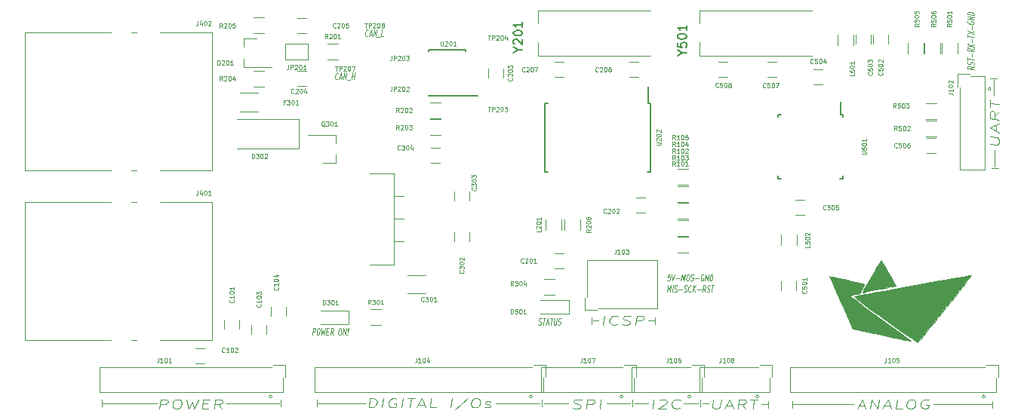
<source format=gbr>
G04 #@! TF.GenerationSoftware,KiCad,Pcbnew,(5.0.0-rc2-dev-495-g4202bb6af)*
G04 #@! TF.CreationDate,2018-05-11T16:10:11-03:00*
G04 #@! TF.ProjectId,atmega_can_shield,61746D6567615F63616E5F736869656C,rev?*
G04 #@! TF.SameCoordinates,PX6a95280PY3efb0c0*
G04 #@! TF.FileFunction,Legend,Top*
G04 #@! TF.FilePolarity,Positive*
%FSLAX46Y46*%
G04 Gerber Fmt 4.6, Leading zero omitted, Abs format (unit mm)*
G04 Created by KiCad (PCBNEW (5.0.0-rc2-dev-495-g4202bb6af)) date Fri May 11 16:10:11 2018*
%MOMM*%
%LPD*%
G01*
G04 APERTURE LIST*
%ADD10C,0.125000*%
%ADD11C,0.100000*%
%ADD12C,0.120000*%
%ADD13C,0.010000*%
%ADD14C,0.150000*%
%ADD15R,17.000000X12.000000*%
%ADD16R,5.000000X1.800000*%
%ADD17R,0.400000X0.600000*%
%ADD18C,0.700000*%
%ADD19C,4.400000*%
%ADD20R,5.500000X2.000000*%
%ADD21R,0.600000X2.000000*%
%ADD22R,1.500000X1.300000*%
%ADD23R,1.250000X1.500000*%
%ADD24R,1.500000X1.250000*%
%ADD25R,0.550000X1.600000*%
%ADD26R,1.600000X0.550000*%
%ADD27C,2.500000*%
%ADD28C,1.500000*%
%ADD29R,1.500000X1.500000*%
%ADD30C,3.650000*%
%ADD31R,2.000000X1.600000*%
%ADD32R,1.900000X0.800000*%
%ADD33R,3.500000X1.800000*%
%ADD34R,2.650000X2.030000*%
%ADD35R,2.000000X1.300000*%
%ADD36O,2.000000X1.300000*%
%ADD37O,1.500000X1.500000*%
%ADD38R,1.300000X2.000000*%
%ADD39O,1.300000X2.000000*%
%ADD40O,1.200000X2.000000*%
%ADD41R,0.970000X1.270000*%
%ADD42R,1.300000X1.500000*%
%ADD43R,1.550000X0.600000*%
%ADD44R,0.550000X0.500000*%
%ADD45R,0.500000X0.550000*%
G04 APERTURE END LIST*
D10*
X50379364Y-35736571D02*
X50446328Y-35772285D01*
X50565376Y-35772285D01*
X50617459Y-35736571D01*
X50645733Y-35700857D01*
X50678471Y-35629428D01*
X50687400Y-35558000D01*
X50672519Y-35486571D01*
X50653174Y-35450857D01*
X50610019Y-35415142D01*
X50519245Y-35379428D01*
X50476090Y-35343714D01*
X50456745Y-35308000D01*
X50441864Y-35236571D01*
X50450793Y-35165142D01*
X50483531Y-35093714D01*
X50511805Y-35058000D01*
X50563888Y-35022285D01*
X50682936Y-35022285D01*
X50749900Y-35058000D01*
X50897221Y-35022285D02*
X51182936Y-35022285D01*
X50946328Y-35772285D02*
X51040078Y-35022285D01*
X51258828Y-35558000D02*
X51496924Y-35558000D01*
X51184424Y-35772285D02*
X51444840Y-35022285D01*
X51517757Y-35772285D01*
X51706745Y-35022285D02*
X51992459Y-35022285D01*
X51755852Y-35772285D02*
X51849602Y-35022285D01*
X52159126Y-35022285D02*
X52083233Y-35629428D01*
X52098114Y-35700857D01*
X52117459Y-35736571D01*
X52160614Y-35772285D01*
X52255852Y-35772285D01*
X52307936Y-35736571D01*
X52336209Y-35700857D01*
X52368947Y-35629428D01*
X52444840Y-35022285D01*
X52569840Y-35736571D02*
X52636805Y-35772285D01*
X52755852Y-35772285D01*
X52807936Y-35736571D01*
X52836209Y-35700857D01*
X52868947Y-35629428D01*
X52877876Y-35558000D01*
X52862995Y-35486571D01*
X52843650Y-35450857D01*
X52800495Y-35415142D01*
X52709721Y-35379428D01*
X52666566Y-35343714D01*
X52647221Y-35308000D01*
X52632340Y-35236571D01*
X52641269Y-35165142D01*
X52674007Y-35093714D01*
X52702281Y-35058000D01*
X52754364Y-35022285D01*
X52873412Y-35022285D01*
X52940376Y-35058000D01*
X24986900Y-36915285D02*
X25080650Y-36165285D01*
X25271126Y-36165285D01*
X25314281Y-36201000D01*
X25333626Y-36236714D01*
X25348507Y-36308142D01*
X25335114Y-36415285D01*
X25302376Y-36486714D01*
X25274102Y-36522428D01*
X25222019Y-36558142D01*
X25031543Y-36558142D01*
X25675888Y-36165285D02*
X25771126Y-36165285D01*
X25814281Y-36201000D01*
X25852971Y-36272428D01*
X25858924Y-36415285D01*
X25827674Y-36665285D01*
X25786007Y-36808142D01*
X25729459Y-36879571D01*
X25677376Y-36915285D01*
X25582138Y-36915285D01*
X25538983Y-36879571D01*
X25500293Y-36808142D01*
X25494340Y-36665285D01*
X25525590Y-36415285D01*
X25567257Y-36272428D01*
X25623805Y-36201000D01*
X25675888Y-36165285D01*
X26056840Y-36165285D02*
X26082138Y-36915285D01*
X26244340Y-36379571D01*
X26272614Y-36915285D01*
X26485412Y-36165285D01*
X26631245Y-36522428D02*
X26797912Y-36522428D01*
X26820233Y-36915285D02*
X26582138Y-36915285D01*
X26675888Y-36165285D01*
X26913983Y-36165285D01*
X27320233Y-36915285D02*
X27198209Y-36558142D01*
X27034519Y-36915285D02*
X27128269Y-36165285D01*
X27318745Y-36165285D01*
X27361900Y-36201000D01*
X27381245Y-36236714D01*
X27396126Y-36308142D01*
X27382733Y-36415285D01*
X27349995Y-36486714D01*
X27321721Y-36522428D01*
X27269638Y-36558142D01*
X27079162Y-36558142D01*
X28104459Y-36165285D02*
X28199697Y-36165285D01*
X28242852Y-36201000D01*
X28281543Y-36272428D01*
X28287495Y-36415285D01*
X28256245Y-36665285D01*
X28214578Y-36808142D01*
X28158031Y-36879571D01*
X28105947Y-36915285D01*
X28010709Y-36915285D01*
X27967555Y-36879571D01*
X27928864Y-36808142D01*
X27922912Y-36665285D01*
X27954162Y-36415285D01*
X27995828Y-36272428D01*
X28052376Y-36201000D01*
X28104459Y-36165285D01*
X28439281Y-36915285D02*
X28533031Y-36165285D01*
X28724995Y-36915285D01*
X28818745Y-36165285D01*
X28972019Y-36843857D02*
X28991364Y-36879571D01*
X28963090Y-36915285D01*
X28943745Y-36879571D01*
X28972019Y-36843857D01*
X28963090Y-36915285D01*
X28998805Y-36629571D02*
X29028566Y-36201000D01*
X29056840Y-36165285D01*
X29076186Y-36201000D01*
X28998805Y-36629571D01*
X29056840Y-36165285D01*
X27861114Y-8141857D02*
X27832840Y-8177571D01*
X27756947Y-8213285D01*
X27709328Y-8213285D01*
X27642364Y-8177571D01*
X27603674Y-8106142D01*
X27588793Y-8034714D01*
X27582840Y-7891857D01*
X27596233Y-7784714D01*
X27637900Y-7641857D01*
X27670638Y-7570428D01*
X27727186Y-7499000D01*
X27803078Y-7463285D01*
X27850697Y-7463285D01*
X27917662Y-7499000D01*
X27937007Y-7534714D01*
X28069447Y-7999000D02*
X28307543Y-7999000D01*
X27995043Y-8213285D02*
X28255459Y-7463285D01*
X28328376Y-8213285D01*
X28495043Y-8213285D02*
X28588793Y-7463285D01*
X28780757Y-8213285D01*
X28874507Y-7463285D01*
X28890876Y-8284714D02*
X29271828Y-8284714D01*
X29399805Y-8213285D02*
X29493555Y-7463285D01*
X29448912Y-7820428D02*
X29734626Y-7820428D01*
X29685519Y-8213285D02*
X29779269Y-7463285D01*
X31222638Y-3315857D02*
X31194364Y-3351571D01*
X31118471Y-3387285D01*
X31070852Y-3387285D01*
X31003888Y-3351571D01*
X30965197Y-3280142D01*
X30950316Y-3208714D01*
X30944364Y-3065857D01*
X30957757Y-2958714D01*
X30999424Y-2815857D01*
X31032162Y-2744428D01*
X31088709Y-2673000D01*
X31164602Y-2637285D01*
X31212221Y-2637285D01*
X31279186Y-2673000D01*
X31298531Y-2708714D01*
X31430971Y-3173000D02*
X31669066Y-3173000D01*
X31356566Y-3387285D02*
X31616983Y-2637285D01*
X31689900Y-3387285D01*
X31856566Y-3387285D02*
X31950316Y-2637285D01*
X32142281Y-3387285D01*
X32236031Y-2637285D01*
X32252400Y-3458714D02*
X32633352Y-3458714D01*
X32999424Y-3387285D02*
X32761328Y-3387285D01*
X32855078Y-2637285D01*
X65192840Y-30079285D02*
X64954745Y-30079285D01*
X64886293Y-30436428D01*
X64914566Y-30400714D01*
X64966650Y-30365000D01*
X65085697Y-30365000D01*
X65128852Y-30400714D01*
X65148197Y-30436428D01*
X65163078Y-30507857D01*
X65140757Y-30686428D01*
X65108019Y-30757857D01*
X65079745Y-30793571D01*
X65027662Y-30829285D01*
X64908614Y-30829285D01*
X64865459Y-30793571D01*
X64846114Y-30757857D01*
X65359507Y-30079285D02*
X65432424Y-30829285D01*
X65692840Y-30079285D01*
X65801471Y-30543571D02*
X66182424Y-30543571D01*
X66384805Y-30829285D02*
X66478555Y-30079285D01*
X66578257Y-30615000D01*
X66811888Y-30079285D01*
X66718138Y-30829285D01*
X67145221Y-30079285D02*
X67240459Y-30079285D01*
X67283614Y-30115000D01*
X67322305Y-30186428D01*
X67328257Y-30329285D01*
X67297007Y-30579285D01*
X67255340Y-30722142D01*
X67198793Y-30793571D01*
X67146709Y-30829285D01*
X67051471Y-30829285D01*
X67008316Y-30793571D01*
X66969626Y-30722142D01*
X66963674Y-30579285D01*
X66994924Y-30329285D01*
X67036590Y-30186428D01*
X67093138Y-30115000D01*
X67145221Y-30079285D01*
X67460697Y-30793571D02*
X67527662Y-30829285D01*
X67646709Y-30829285D01*
X67698793Y-30793571D01*
X67727066Y-30757857D01*
X67759805Y-30686428D01*
X67768733Y-30615000D01*
X67753852Y-30543571D01*
X67734507Y-30507857D01*
X67691352Y-30472142D01*
X67600578Y-30436428D01*
X67557424Y-30400714D01*
X67538078Y-30365000D01*
X67523197Y-30293571D01*
X67532126Y-30222142D01*
X67564864Y-30150714D01*
X67593138Y-30115000D01*
X67645221Y-30079285D01*
X67764269Y-30079285D01*
X67831233Y-30115000D01*
X67991947Y-30543571D02*
X68372900Y-30543571D01*
X68926471Y-30115000D02*
X68883316Y-30079285D01*
X68811888Y-30079285D01*
X68735995Y-30115000D01*
X68679447Y-30186428D01*
X68646709Y-30257857D01*
X68605043Y-30400714D01*
X68591650Y-30507857D01*
X68597602Y-30650714D01*
X68612483Y-30722142D01*
X68651174Y-30793571D01*
X68718138Y-30829285D01*
X68765757Y-30829285D01*
X68841650Y-30793571D01*
X68869924Y-30757857D01*
X68901174Y-30507857D01*
X68805936Y-30507857D01*
X69075281Y-30829285D02*
X69169031Y-30079285D01*
X69360995Y-30829285D01*
X69454745Y-30079285D01*
X69599090Y-30829285D02*
X69692840Y-30079285D01*
X69811888Y-30079285D01*
X69878852Y-30115000D01*
X69917543Y-30186428D01*
X69932424Y-30257857D01*
X69938376Y-30400714D01*
X69924983Y-30507857D01*
X69883316Y-30650714D01*
X69850578Y-30722142D01*
X69794031Y-30793571D01*
X69718138Y-30829285D01*
X69599090Y-30829285D01*
X64801471Y-32079285D02*
X64895221Y-31329285D01*
X64994924Y-31865000D01*
X65228555Y-31329285D01*
X65134805Y-32079285D01*
X65372900Y-32079285D02*
X65466650Y-31329285D01*
X65591650Y-32043571D02*
X65658614Y-32079285D01*
X65777662Y-32079285D01*
X65829745Y-32043571D01*
X65858019Y-32007857D01*
X65890757Y-31936428D01*
X65899686Y-31865000D01*
X65884805Y-31793571D01*
X65865459Y-31757857D01*
X65822305Y-31722142D01*
X65731531Y-31686428D01*
X65688376Y-31650714D01*
X65669031Y-31615000D01*
X65654150Y-31543571D01*
X65663078Y-31472142D01*
X65695816Y-31400714D01*
X65724090Y-31365000D01*
X65776174Y-31329285D01*
X65895221Y-31329285D01*
X65962186Y-31365000D01*
X66122900Y-31793571D02*
X66503852Y-31793571D01*
X66686888Y-32043571D02*
X66753852Y-32079285D01*
X66872900Y-32079285D01*
X66924983Y-32043571D01*
X66953257Y-32007857D01*
X66985995Y-31936428D01*
X66994924Y-31865000D01*
X66980043Y-31793571D01*
X66960697Y-31757857D01*
X66917543Y-31722142D01*
X66826769Y-31686428D01*
X66783614Y-31650714D01*
X66764269Y-31615000D01*
X66749388Y-31543571D01*
X66758316Y-31472142D01*
X66791055Y-31400714D01*
X66819328Y-31365000D01*
X66871412Y-31329285D01*
X66990459Y-31329285D01*
X67057424Y-31365000D01*
X67477066Y-32007857D02*
X67448793Y-32043571D01*
X67372900Y-32079285D01*
X67325281Y-32079285D01*
X67258316Y-32043571D01*
X67219626Y-31972142D01*
X67204745Y-31900714D01*
X67198793Y-31757857D01*
X67212186Y-31650714D01*
X67253852Y-31507857D01*
X67286590Y-31436428D01*
X67343138Y-31365000D01*
X67419031Y-31329285D01*
X67466650Y-31329285D01*
X67533614Y-31365000D01*
X67552959Y-31400714D01*
X67682424Y-32079285D02*
X67776174Y-31329285D01*
X67968138Y-32079285D02*
X67807424Y-31650714D01*
X68061888Y-31329285D02*
X67722602Y-31757857D01*
X68218138Y-31793571D02*
X68599090Y-31793571D01*
X69087186Y-32079285D02*
X68965162Y-31722142D01*
X68801471Y-32079285D02*
X68895221Y-31329285D01*
X69085697Y-31329285D01*
X69128852Y-31365000D01*
X69148197Y-31400714D01*
X69163078Y-31472142D01*
X69149686Y-31579285D01*
X69116947Y-31650714D01*
X69088674Y-31686428D01*
X69036590Y-31722142D01*
X68846114Y-31722142D01*
X69282126Y-32043571D02*
X69349090Y-32079285D01*
X69468138Y-32079285D01*
X69520221Y-32043571D01*
X69548495Y-32007857D01*
X69581233Y-31936428D01*
X69590162Y-31865000D01*
X69575281Y-31793571D01*
X69555936Y-31757857D01*
X69512781Y-31722142D01*
X69422007Y-31686428D01*
X69378852Y-31650714D01*
X69359507Y-31615000D01*
X69344626Y-31543571D01*
X69353555Y-31472142D01*
X69386293Y-31400714D01*
X69414566Y-31365000D01*
X69466650Y-31329285D01*
X69585697Y-31329285D01*
X69652662Y-31365000D01*
X69799983Y-31329285D02*
X70085697Y-31329285D01*
X69849090Y-32079285D02*
X69942840Y-31329285D01*
X99272285Y-6766956D02*
X98915142Y-6888980D01*
X99272285Y-7052671D02*
X98522285Y-6958921D01*
X98522285Y-6768444D01*
X98558000Y-6725290D01*
X98593714Y-6705944D01*
X98665142Y-6691063D01*
X98772285Y-6704456D01*
X98843714Y-6737194D01*
X98879428Y-6765468D01*
X98915142Y-6817552D01*
X98915142Y-7008028D01*
X99236571Y-6572016D02*
X99272285Y-6505052D01*
X99272285Y-6386004D01*
X99236571Y-6333921D01*
X99200857Y-6305647D01*
X99129428Y-6272909D01*
X99058000Y-6263980D01*
X98986571Y-6278861D01*
X98950857Y-6298206D01*
X98915142Y-6341361D01*
X98879428Y-6432135D01*
X98843714Y-6475290D01*
X98808000Y-6494635D01*
X98736571Y-6509516D01*
X98665142Y-6500587D01*
X98593714Y-6467849D01*
X98558000Y-6439575D01*
X98522285Y-6387492D01*
X98522285Y-6268444D01*
X98558000Y-6201480D01*
X98522285Y-6054159D02*
X98522285Y-5768444D01*
X99272285Y-6005052D02*
X98522285Y-5911302D01*
X98986571Y-5659813D02*
X98986571Y-5278861D01*
X99272285Y-4790766D02*
X98915142Y-4912790D01*
X99272285Y-5076480D02*
X98522285Y-4982730D01*
X98522285Y-4792254D01*
X98558000Y-4749099D01*
X98593714Y-4729754D01*
X98665142Y-4714873D01*
X98772285Y-4728266D01*
X98843714Y-4761004D01*
X98879428Y-4789278D01*
X98915142Y-4841361D01*
X98915142Y-5031837D01*
X98522285Y-4530349D02*
X99272285Y-4290766D01*
X98522285Y-4197016D02*
X99272285Y-4624099D01*
X98986571Y-4064575D02*
X98986571Y-3683623D01*
X98522285Y-3458921D02*
X98522285Y-3173206D01*
X99272285Y-3409813D02*
X98522285Y-3316063D01*
X98522285Y-3054159D02*
X99272285Y-2814575D01*
X98522285Y-2720825D02*
X99272285Y-3147909D01*
X98986571Y-2588385D02*
X98986571Y-2207433D01*
X98558000Y-1653861D02*
X98522285Y-1697016D01*
X98522285Y-1768444D01*
X98558000Y-1844337D01*
X98629428Y-1900885D01*
X98700857Y-1933623D01*
X98843714Y-1975290D01*
X98950857Y-1988683D01*
X99093714Y-1982730D01*
X99165142Y-1967849D01*
X99236571Y-1929159D01*
X99272285Y-1862194D01*
X99272285Y-1814575D01*
X99236571Y-1738683D01*
X99200857Y-1710409D01*
X98950857Y-1679159D01*
X98950857Y-1774397D01*
X99272285Y-1505052D02*
X98522285Y-1411302D01*
X99272285Y-1219337D01*
X98522285Y-1125587D01*
X99272285Y-981242D02*
X98522285Y-887492D01*
X98522285Y-768444D01*
X98558000Y-701480D01*
X98629428Y-662790D01*
X98700857Y-647909D01*
X98843714Y-641956D01*
X98950857Y-655349D01*
X99093714Y-697016D01*
X99165142Y-729754D01*
X99236571Y-786302D01*
X99272285Y-862194D01*
X99272285Y-981242D01*
D11*
X101144605Y-9271000D02*
G75*
G03X101144605Y-9271000I-179605J0D01*
G01*
X20499605Y-43815000D02*
G75*
G03X20499605Y-43815000I-179605J0D01*
G01*
X100509605Y-43815000D02*
G75*
G03X100509605Y-43815000I-179605J0D01*
G01*
X75109605Y-43815000D02*
G75*
G03X75109605Y-43815000I-179605J0D01*
G01*
X67489605Y-43815000D02*
G75*
G03X67489605Y-43815000I-179605J0D01*
G01*
X59869605Y-43815000D02*
G75*
G03X59869605Y-43815000I-179605J0D01*
G01*
X49709605Y-43815000D02*
G75*
G03X49709605Y-43815000I-179605J0D01*
G01*
X62738000Y-35306000D02*
X63373000Y-35306000D01*
X63500000Y-34925000D02*
X63500000Y-35687000D01*
X57150000Y-35306000D02*
X56515000Y-35306000D01*
X56388000Y-35687000D02*
X56388000Y-34925000D01*
X101219000Y-18161000D02*
X101981000Y-18161000D01*
X101854000Y-8128000D02*
X101092000Y-8128000D01*
X101346000Y-45085000D02*
X101346000Y-44323000D01*
X76200000Y-45085000D02*
X76200000Y-44323000D01*
X68580000Y-44958000D02*
X68580000Y-44196000D01*
X60960000Y-44958000D02*
X60960000Y-44196000D01*
X21463000Y-44958000D02*
X21463000Y-44196000D01*
X78867000Y-44323000D02*
X78867000Y-45085000D01*
X50800000Y-44196000D02*
X50800000Y-44958000D01*
X25527000Y-44196000D02*
X25527000Y-44958000D01*
X1397000Y-44196000D02*
X1397000Y-44958000D01*
X101473000Y-8255000D02*
X101473000Y-10033000D01*
X101600000Y-16129000D02*
X101600000Y-18034000D01*
X101219000Y-44704000D02*
X94742000Y-44704000D01*
X85725000Y-44704000D02*
X78994000Y-44704000D01*
X76073000Y-44704000D02*
X75438000Y-44704000D01*
X69469000Y-44577000D02*
X68834000Y-44577000D01*
X68326000Y-44577000D02*
X66675000Y-44577000D01*
X62738000Y-44577000D02*
X61214000Y-44577000D01*
X60706000Y-44577000D02*
X58039000Y-44577000D01*
X53721000Y-44577000D02*
X51054000Y-44577000D01*
X50546000Y-44577000D02*
X45593000Y-44577000D01*
X30988000Y-44577000D02*
X25654000Y-44577000D01*
X21336000Y-44577000D02*
X15367000Y-44577000D01*
X7620000Y-44577000D02*
X1524000Y-44577000D01*
D10*
X101052380Y-15446811D02*
X101861904Y-15548001D01*
X101957142Y-15488477D01*
X102004761Y-15423001D01*
X102052380Y-15286096D01*
X102052380Y-15000382D01*
X102004761Y-14851572D01*
X101957142Y-14774191D01*
X101861904Y-14690858D01*
X101052380Y-14589668D01*
X101766666Y-14036096D02*
X101766666Y-13321811D01*
X102052380Y-14214668D02*
X101052380Y-13589668D01*
X102052380Y-13214668D01*
X102052380Y-11857525D02*
X101576190Y-12298001D01*
X102052380Y-12714668D02*
X101052380Y-12589668D01*
X101052380Y-12018239D01*
X101100000Y-11881334D01*
X101147619Y-11815858D01*
X101242857Y-11756334D01*
X101385714Y-11774191D01*
X101480952Y-11857525D01*
X101528571Y-11934906D01*
X101576190Y-12083715D01*
X101576190Y-12655144D01*
X101052380Y-11303953D02*
X101052380Y-10446811D01*
X102052380Y-11000382D02*
X101052380Y-10875382D01*
X57631760Y-35758380D02*
X57756760Y-34758380D01*
X59215093Y-35663142D02*
X59137712Y-35710761D01*
X58917474Y-35758380D01*
X58774617Y-35758380D01*
X58566284Y-35710761D01*
X58435331Y-35615523D01*
X58375808Y-35520285D01*
X58328188Y-35329809D01*
X58346046Y-35186952D01*
X58441284Y-34996476D01*
X58524617Y-34901238D01*
X58679379Y-34806000D01*
X58899617Y-34758380D01*
X59042474Y-34758380D01*
X59250808Y-34806000D01*
X59316284Y-34853619D01*
X59780569Y-35710761D02*
X59988903Y-35758380D01*
X60346046Y-35758380D01*
X60494855Y-35710761D01*
X60572236Y-35663142D01*
X60655569Y-35567904D01*
X60667474Y-35472666D01*
X60607950Y-35377428D01*
X60542474Y-35329809D01*
X60405569Y-35282190D01*
X60125808Y-35234571D01*
X59988903Y-35186952D01*
X59923427Y-35139333D01*
X59863903Y-35044095D01*
X59875808Y-34948857D01*
X59959141Y-34853619D01*
X60036522Y-34806000D01*
X60185331Y-34758380D01*
X60542474Y-34758380D01*
X60750808Y-34806000D01*
X61274617Y-35758380D02*
X61399617Y-34758380D01*
X61971046Y-34758380D01*
X62107950Y-34806000D01*
X62173427Y-34853619D01*
X62232950Y-34948857D01*
X62215093Y-35091714D01*
X62131760Y-35186952D01*
X62054379Y-35234571D01*
X61905569Y-35282190D01*
X61334141Y-35282190D01*
X7867760Y-45156380D02*
X7992760Y-44156380D01*
X8564188Y-44156380D01*
X8701093Y-44204000D01*
X8766569Y-44251619D01*
X8826093Y-44346857D01*
X8808236Y-44489714D01*
X8724903Y-44584952D01*
X8647522Y-44632571D01*
X8498712Y-44680190D01*
X7927284Y-44680190D01*
X9778474Y-44156380D02*
X10064188Y-44156380D01*
X10201093Y-44204000D01*
X10332046Y-44299238D01*
X10379665Y-44489714D01*
X10337998Y-44823047D01*
X10242760Y-45013523D01*
X10087998Y-45108761D01*
X9939188Y-45156380D01*
X9653474Y-45156380D01*
X9516569Y-45108761D01*
X9385617Y-45013523D01*
X9337998Y-44823047D01*
X9379665Y-44489714D01*
X9474903Y-44299238D01*
X9629665Y-44204000D01*
X9778474Y-44156380D01*
X10921331Y-44156380D02*
X11153474Y-45156380D01*
X11528474Y-44442095D01*
X11724903Y-45156380D01*
X12207046Y-44156380D01*
X12718950Y-44632571D02*
X13218950Y-44632571D01*
X13367760Y-45156380D02*
X12653474Y-45156380D01*
X12778474Y-44156380D01*
X13492760Y-44156380D01*
X14867760Y-45156380D02*
X14427284Y-44680190D01*
X14010617Y-45156380D02*
X14135617Y-44156380D01*
X14707046Y-44156380D01*
X14843950Y-44204000D01*
X14909427Y-44251619D01*
X14968950Y-44346857D01*
X14951093Y-44489714D01*
X14867760Y-44584952D01*
X14790379Y-44632571D01*
X14641569Y-44680190D01*
X14070141Y-44680190D01*
X86306188Y-44870666D02*
X87020474Y-44870666D01*
X86127617Y-45156380D02*
X86752617Y-44156380D01*
X87127617Y-45156380D01*
X87627617Y-45156380D02*
X87752617Y-44156380D01*
X88484760Y-45156380D01*
X88609760Y-44156380D01*
X89163331Y-44870666D02*
X89877617Y-44870666D01*
X88984760Y-45156380D02*
X89609760Y-44156380D01*
X89984760Y-45156380D01*
X91199046Y-45156380D02*
X90484760Y-45156380D01*
X90609760Y-44156380D01*
X92109760Y-44156380D02*
X92395474Y-44156380D01*
X92532379Y-44204000D01*
X92663331Y-44299238D01*
X92710950Y-44489714D01*
X92669284Y-44823047D01*
X92574046Y-45013523D01*
X92419284Y-45108761D01*
X92270474Y-45156380D01*
X91984760Y-45156380D01*
X91847855Y-45108761D01*
X91716903Y-45013523D01*
X91669284Y-44823047D01*
X91710950Y-44489714D01*
X91806188Y-44299238D01*
X91960950Y-44204000D01*
X92109760Y-44156380D01*
X94175236Y-44204000D02*
X94038331Y-44156380D01*
X93824046Y-44156380D01*
X93603808Y-44204000D01*
X93449046Y-44299238D01*
X93365712Y-44394476D01*
X93270474Y-44584952D01*
X93252617Y-44727809D01*
X93300236Y-44918285D01*
X93359760Y-45013523D01*
X93490712Y-45108761D01*
X93699046Y-45156380D01*
X93841903Y-45156380D01*
X94062141Y-45108761D01*
X94139522Y-45061142D01*
X94181188Y-44727809D01*
X93895474Y-44727809D01*
X63207760Y-45156380D02*
X63332760Y-44156380D01*
X63963712Y-44251619D02*
X64041093Y-44204000D01*
X64189903Y-44156380D01*
X64547046Y-44156380D01*
X64683950Y-44204000D01*
X64749427Y-44251619D01*
X64808950Y-44346857D01*
X64797046Y-44442095D01*
X64707760Y-44584952D01*
X63779188Y-45156380D01*
X64707760Y-45156380D01*
X66219665Y-45061142D02*
X66142284Y-45108761D01*
X65922046Y-45156380D01*
X65779188Y-45156380D01*
X65570855Y-45108761D01*
X65439903Y-45013523D01*
X65380379Y-44918285D01*
X65332760Y-44727809D01*
X65350617Y-44584952D01*
X65445855Y-44394476D01*
X65529188Y-44299238D01*
X65683950Y-44204000D01*
X65904188Y-44156380D01*
X66047046Y-44156380D01*
X66255379Y-44204000D01*
X66320855Y-44251619D01*
X70024188Y-44156380D02*
X69922998Y-44965904D01*
X69982522Y-45061142D01*
X70047998Y-45108761D01*
X70184903Y-45156380D01*
X70470617Y-45156380D01*
X70619427Y-45108761D01*
X70696808Y-45061142D01*
X70780141Y-44965904D01*
X70881331Y-44156380D01*
X71434903Y-44870666D02*
X72149188Y-44870666D01*
X71256331Y-45156380D02*
X71881331Y-44156380D01*
X72256331Y-45156380D01*
X73613474Y-45156380D02*
X73172998Y-44680190D01*
X72756331Y-45156380D02*
X72881331Y-44156380D01*
X73452760Y-44156380D01*
X73589665Y-44204000D01*
X73655141Y-44251619D01*
X73714665Y-44346857D01*
X73696808Y-44489714D01*
X73613474Y-44584952D01*
X73536093Y-44632571D01*
X73387284Y-44680190D01*
X72815855Y-44680190D01*
X74167046Y-44156380D02*
X75024188Y-44156380D01*
X74470617Y-45156380D02*
X74595617Y-44156380D01*
X54252284Y-45108761D02*
X54460617Y-45156380D01*
X54817760Y-45156380D01*
X54966569Y-45108761D01*
X55043950Y-45061142D01*
X55127284Y-44965904D01*
X55139188Y-44870666D01*
X55079665Y-44775428D01*
X55014188Y-44727809D01*
X54877284Y-44680190D01*
X54597522Y-44632571D01*
X54460617Y-44584952D01*
X54395141Y-44537333D01*
X54335617Y-44442095D01*
X54347522Y-44346857D01*
X54430855Y-44251619D01*
X54508236Y-44204000D01*
X54657046Y-44156380D01*
X55014188Y-44156380D01*
X55222522Y-44204000D01*
X55746331Y-45156380D02*
X55871331Y-44156380D01*
X56442760Y-44156380D01*
X56579665Y-44204000D01*
X56645141Y-44251619D01*
X56704665Y-44346857D01*
X56686808Y-44489714D01*
X56603474Y-44584952D01*
X56526093Y-44632571D01*
X56377284Y-44680190D01*
X55805855Y-44680190D01*
X57246331Y-45156380D02*
X57371331Y-44156380D01*
X31343331Y-45029380D02*
X31468331Y-44029380D01*
X31825474Y-44029380D01*
X32033808Y-44077000D01*
X32164760Y-44172238D01*
X32224284Y-44267476D01*
X32271903Y-44457952D01*
X32254046Y-44600809D01*
X32158808Y-44791285D01*
X32075474Y-44886523D01*
X31920712Y-44981761D01*
X31700474Y-45029380D01*
X31343331Y-45029380D01*
X32843331Y-45029380D02*
X32968331Y-44029380D01*
X34462379Y-44077000D02*
X34325474Y-44029380D01*
X34111188Y-44029380D01*
X33890950Y-44077000D01*
X33736188Y-44172238D01*
X33652855Y-44267476D01*
X33557617Y-44457952D01*
X33539760Y-44600809D01*
X33587379Y-44791285D01*
X33646903Y-44886523D01*
X33777855Y-44981761D01*
X33986188Y-45029380D01*
X34129046Y-45029380D01*
X34349284Y-44981761D01*
X34426665Y-44934142D01*
X34468331Y-44600809D01*
X34182617Y-44600809D01*
X35057617Y-45029380D02*
X35182617Y-44029380D01*
X35682617Y-44029380D02*
X36539760Y-44029380D01*
X35986188Y-45029380D02*
X36111188Y-44029380D01*
X36879046Y-44743666D02*
X37593331Y-44743666D01*
X36700474Y-45029380D02*
X37325474Y-44029380D01*
X37700474Y-45029380D01*
X38914760Y-45029380D02*
X38200474Y-45029380D01*
X38325474Y-44029380D01*
X40557617Y-45029380D02*
X40682617Y-44029380D01*
X42474284Y-43981761D02*
X41027855Y-45267476D01*
X43254046Y-44029380D02*
X43539760Y-44029380D01*
X43676665Y-44077000D01*
X43807617Y-44172238D01*
X43855236Y-44362714D01*
X43813569Y-44696047D01*
X43718331Y-44886523D01*
X43563569Y-44981761D01*
X43414760Y-45029380D01*
X43129046Y-45029380D01*
X42992141Y-44981761D01*
X42861188Y-44886523D01*
X42813569Y-44696047D01*
X42855236Y-44362714D01*
X42950474Y-44172238D01*
X43105236Y-44077000D01*
X43254046Y-44029380D01*
X44349284Y-44981761D02*
X44486188Y-45029380D01*
X44771903Y-45029380D01*
X44920712Y-44981761D01*
X45004046Y-44886523D01*
X45009998Y-44838904D01*
X44950474Y-44743666D01*
X44813569Y-44696047D01*
X44599284Y-44696047D01*
X44462379Y-44648428D01*
X44402855Y-44553190D01*
X44408808Y-44505571D01*
X44492141Y-44410333D01*
X44640950Y-44362714D01*
X44855236Y-44362714D01*
X44992141Y-44410333D01*
D12*
X34156000Y-28996000D02*
X34156000Y-18756000D01*
X18266000Y-28996000D02*
X18266000Y-18756000D01*
X18266000Y-28996000D02*
X34156000Y-28996000D01*
X18266000Y-18756000D02*
X34156000Y-18756000D01*
X34156000Y-26416000D02*
X36796000Y-26416000D01*
X34156000Y-23876000D02*
X36780000Y-23876000D01*
X34156000Y-21336000D02*
X36780000Y-21336000D01*
D13*
G36*
X88890055Y-28617982D02*
X89017461Y-28826028D01*
X89192984Y-29121349D01*
X89400865Y-29476539D01*
X89625344Y-29864193D01*
X89850661Y-30256904D01*
X90061057Y-30627266D01*
X90240773Y-30947875D01*
X90374048Y-31191323D01*
X90445123Y-31330206D01*
X90452359Y-31351929D01*
X90363947Y-31377243D01*
X90134742Y-31430320D01*
X89789990Y-31505666D01*
X89354933Y-31597788D01*
X88854815Y-31701194D01*
X88733865Y-31725868D01*
X88212437Y-31832722D01*
X87740821Y-31930776D01*
X87346772Y-32014146D01*
X87058049Y-32076948D01*
X86902407Y-32113297D01*
X86890367Y-32116667D01*
X86787117Y-32133343D01*
X86791326Y-32061629D01*
X86838202Y-31965445D01*
X86953215Y-31752010D01*
X87123503Y-31445838D01*
X87335023Y-31071227D01*
X87573735Y-30652477D01*
X87825597Y-30213885D01*
X88076568Y-29779750D01*
X88312607Y-29374371D01*
X88519672Y-29022046D01*
X88683723Y-28747075D01*
X88790717Y-28573755D01*
X88826526Y-28524617D01*
X88890055Y-28617982D01*
X88890055Y-28617982D01*
G37*
X88890055Y-28617982D02*
X89017461Y-28826028D01*
X89192984Y-29121349D01*
X89400865Y-29476539D01*
X89625344Y-29864193D01*
X89850661Y-30256904D01*
X90061057Y-30627266D01*
X90240773Y-30947875D01*
X90374048Y-31191323D01*
X90445123Y-31330206D01*
X90452359Y-31351929D01*
X90363947Y-31377243D01*
X90134742Y-31430320D01*
X89789990Y-31505666D01*
X89354933Y-31597788D01*
X88854815Y-31701194D01*
X88733865Y-31725868D01*
X88212437Y-31832722D01*
X87740821Y-31930776D01*
X87346772Y-32014146D01*
X87058049Y-32076948D01*
X86902407Y-32113297D01*
X86890367Y-32116667D01*
X86787117Y-32133343D01*
X86791326Y-32061629D01*
X86838202Y-31965445D01*
X86953215Y-31752010D01*
X87123503Y-31445838D01*
X87335023Y-31071227D01*
X87573735Y-30652477D01*
X87825597Y-30213885D01*
X88076568Y-29779750D01*
X88312607Y-29374371D01*
X88519672Y-29022046D01*
X88683723Y-28747075D01*
X88790717Y-28573755D01*
X88826526Y-28524617D01*
X88890055Y-28617982D01*
G36*
X83135863Y-30326044D02*
X83354853Y-30371435D01*
X83682758Y-30442246D01*
X84091532Y-30532167D01*
X84553130Y-30634887D01*
X85039508Y-30744096D01*
X85522618Y-30853484D01*
X85974417Y-30956741D01*
X86366859Y-31047556D01*
X86671899Y-31119620D01*
X86861491Y-31166621D01*
X86903975Y-31178666D01*
X86943402Y-31243669D01*
X86897510Y-31399851D01*
X86759501Y-31668998D01*
X86740233Y-31703209D01*
X86586805Y-31961246D01*
X86456606Y-32157647D01*
X86382216Y-32245636D01*
X86255917Y-32287351D01*
X86024345Y-32332595D01*
X85867896Y-32355008D01*
X85598471Y-32398314D01*
X85392525Y-32448628D01*
X85330118Y-32474248D01*
X85371514Y-32538979D01*
X85550292Y-32697064D01*
X85863872Y-32946550D01*
X86309671Y-33285485D01*
X86885108Y-33711915D01*
X87587601Y-34223886D01*
X88414569Y-34819445D01*
X88696347Y-35021127D01*
X89373639Y-35505871D01*
X90007279Y-35960561D01*
X90584262Y-36375779D01*
X91091578Y-36742110D01*
X91516221Y-37050134D01*
X91845182Y-37290434D01*
X92065453Y-37453593D01*
X92164028Y-37530193D01*
X92168134Y-37534684D01*
X92128756Y-37558482D01*
X91998731Y-37552832D01*
X91760218Y-37514825D01*
X91395378Y-37441551D01*
X90886373Y-37330101D01*
X90813467Y-37313733D01*
X90417540Y-37225417D01*
X89896354Y-37110286D01*
X89290191Y-36977175D01*
X88639328Y-36834918D01*
X87984047Y-36692352D01*
X87692709Y-36629205D01*
X85630284Y-36182774D01*
X85477297Y-35837520D01*
X84962461Y-34675108D01*
X84514373Y-33662196D01*
X84130780Y-32793651D01*
X83809430Y-32064335D01*
X83548071Y-31469113D01*
X83344449Y-31002849D01*
X83196311Y-30660407D01*
X83101406Y-30436652D01*
X83057480Y-30326447D01*
X83053833Y-30312382D01*
X83135863Y-30326044D01*
X83135863Y-30326044D01*
G37*
X83135863Y-30326044D02*
X83354853Y-30371435D01*
X83682758Y-30442246D01*
X84091532Y-30532167D01*
X84553130Y-30634887D01*
X85039508Y-30744096D01*
X85522618Y-30853484D01*
X85974417Y-30956741D01*
X86366859Y-31047556D01*
X86671899Y-31119620D01*
X86861491Y-31166621D01*
X86903975Y-31178666D01*
X86943402Y-31243669D01*
X86897510Y-31399851D01*
X86759501Y-31668998D01*
X86740233Y-31703209D01*
X86586805Y-31961246D01*
X86456606Y-32157647D01*
X86382216Y-32245636D01*
X86255917Y-32287351D01*
X86024345Y-32332595D01*
X85867896Y-32355008D01*
X85598471Y-32398314D01*
X85392525Y-32448628D01*
X85330118Y-32474248D01*
X85371514Y-32538979D01*
X85550292Y-32697064D01*
X85863872Y-32946550D01*
X86309671Y-33285485D01*
X86885108Y-33711915D01*
X87587601Y-34223886D01*
X88414569Y-34819445D01*
X88696347Y-35021127D01*
X89373639Y-35505871D01*
X90007279Y-35960561D01*
X90584262Y-36375779D01*
X91091578Y-36742110D01*
X91516221Y-37050134D01*
X91845182Y-37290434D01*
X92065453Y-37453593D01*
X92164028Y-37530193D01*
X92168134Y-37534684D01*
X92128756Y-37558482D01*
X91998731Y-37552832D01*
X91760218Y-37514825D01*
X91395378Y-37441551D01*
X90886373Y-37330101D01*
X90813467Y-37313733D01*
X90417540Y-37225417D01*
X89896354Y-37110286D01*
X89290191Y-36977175D01*
X88639328Y-36834918D01*
X87984047Y-36692352D01*
X87692709Y-36629205D01*
X85630284Y-36182774D01*
X85477297Y-35837520D01*
X84962461Y-34675108D01*
X84514373Y-33662196D01*
X84130780Y-32793651D01*
X83809430Y-32064335D01*
X83548071Y-31469113D01*
X83344449Y-31002849D01*
X83196311Y-30660407D01*
X83101406Y-30436652D01*
X83057480Y-30326447D01*
X83053833Y-30312382D01*
X83135863Y-30326044D01*
G36*
X98889500Y-30239633D02*
X98752891Y-30428295D01*
X98532764Y-30720108D01*
X98240496Y-31100731D01*
X97887465Y-31555821D01*
X97485046Y-32071037D01*
X97044617Y-32632038D01*
X96577555Y-33224482D01*
X96095237Y-33834027D01*
X95609038Y-34446332D01*
X95130337Y-35047056D01*
X94670510Y-35621856D01*
X94240933Y-36156392D01*
X93852984Y-36636321D01*
X93518040Y-37047302D01*
X93247477Y-37374994D01*
X93052672Y-37605054D01*
X92945002Y-37723142D01*
X92928121Y-37735933D01*
X92849783Y-37688215D01*
X92646758Y-37551163D01*
X92332106Y-37333930D01*
X91918887Y-37045668D01*
X91420161Y-36695531D01*
X90848988Y-36292671D01*
X90218426Y-35846240D01*
X89541537Y-35365392D01*
X89282549Y-35181006D01*
X88596906Y-34690483D01*
X87958292Y-34229543D01*
X87379060Y-33807387D01*
X86871566Y-33433217D01*
X86448163Y-33116232D01*
X86121205Y-32865634D01*
X85903046Y-32690624D01*
X85806042Y-32600402D01*
X85803790Y-32590159D01*
X85912508Y-32565957D01*
X86170015Y-32514712D01*
X86560952Y-32439256D01*
X87069962Y-32342422D01*
X87681687Y-32227044D01*
X88380768Y-32095955D01*
X89151847Y-31951987D01*
X89979567Y-31797975D01*
X90848568Y-31636751D01*
X91743494Y-31471148D01*
X92648986Y-31304001D01*
X93549685Y-31138141D01*
X94430234Y-30976402D01*
X95275275Y-30821618D01*
X96069449Y-30676621D01*
X96797399Y-30544245D01*
X97443766Y-30427323D01*
X97993193Y-30328688D01*
X98430321Y-30251174D01*
X98739791Y-30197613D01*
X98906247Y-30170839D01*
X98931216Y-30168463D01*
X98889500Y-30239633D01*
X98889500Y-30239633D01*
G37*
X98889500Y-30239633D02*
X98752891Y-30428295D01*
X98532764Y-30720108D01*
X98240496Y-31100731D01*
X97887465Y-31555821D01*
X97485046Y-32071037D01*
X97044617Y-32632038D01*
X96577555Y-33224482D01*
X96095237Y-33834027D01*
X95609038Y-34446332D01*
X95130337Y-35047056D01*
X94670510Y-35621856D01*
X94240933Y-36156392D01*
X93852984Y-36636321D01*
X93518040Y-37047302D01*
X93247477Y-37374994D01*
X93052672Y-37605054D01*
X92945002Y-37723142D01*
X92928121Y-37735933D01*
X92849783Y-37688215D01*
X92646758Y-37551163D01*
X92332106Y-37333930D01*
X91918887Y-37045668D01*
X91420161Y-36695531D01*
X90848988Y-36292671D01*
X90218426Y-35846240D01*
X89541537Y-35365392D01*
X89282549Y-35181006D01*
X88596906Y-34690483D01*
X87958292Y-34229543D01*
X87379060Y-33807387D01*
X86871566Y-33433217D01*
X86448163Y-33116232D01*
X86121205Y-32865634D01*
X85903046Y-32690624D01*
X85806042Y-32600402D01*
X85803790Y-32590159D01*
X85912508Y-32565957D01*
X86170015Y-32514712D01*
X86560952Y-32439256D01*
X87069962Y-32342422D01*
X87681687Y-32227044D01*
X88380768Y-32095955D01*
X89151847Y-31951987D01*
X89979567Y-31797975D01*
X90848568Y-31636751D01*
X91743494Y-31471148D01*
X92648986Y-31304001D01*
X93549685Y-31138141D01*
X94430234Y-30976402D01*
X95275275Y-30821618D01*
X96069449Y-30676621D01*
X96797399Y-30544245D01*
X97443766Y-30427323D01*
X97993193Y-30328688D01*
X98430321Y-30251174D01*
X98739791Y-30197613D01*
X98906247Y-30170839D01*
X98931216Y-30168463D01*
X98889500Y-30239633D01*
D12*
X50323000Y-5598000D02*
X62923000Y-5598000D01*
X50323000Y-498000D02*
X50323000Y-5598000D01*
X62923000Y-498000D02*
X50323000Y-498000D01*
X81084000Y-498000D02*
X68484000Y-498000D01*
X68484000Y-498000D02*
X68484000Y-5598000D01*
X68484000Y-5598000D02*
X81084000Y-5598000D01*
D14*
X62973000Y-10857000D02*
X62723000Y-10857000D01*
X62973000Y-18607000D02*
X62628000Y-18607000D01*
X51073000Y-18607000D02*
X51418000Y-18607000D01*
X51073000Y-10857000D02*
X51418000Y-10857000D01*
X62973000Y-10857000D02*
X62973000Y-18607000D01*
X51073000Y-10857000D02*
X51073000Y-18607000D01*
X62723000Y-10857000D02*
X62723000Y-9032000D01*
D12*
X67195000Y-27677000D02*
X65995000Y-27677000D01*
X65995000Y-25917000D02*
X67195000Y-25917000D01*
X67195000Y-21962000D02*
X65995000Y-21962000D01*
X65995000Y-20202000D02*
X67195000Y-20202000D01*
X51009000Y-30616000D02*
X52209000Y-30616000D01*
X52209000Y-32376000D02*
X51009000Y-32376000D01*
X42633000Y-21836000D02*
X42633000Y-20836000D01*
X40933000Y-20836000D02*
X40933000Y-21836000D01*
X50609000Y-33032000D02*
X53809000Y-33032000D01*
X53809000Y-34532000D02*
X50609000Y-34532000D01*
X53809000Y-34532000D02*
X53809000Y-33032000D01*
X93968000Y-16471000D02*
X94968000Y-16471000D01*
X94968000Y-14771000D02*
X93968000Y-14771000D01*
D14*
X84524000Y-12123000D02*
X84299000Y-12123000D01*
X84524000Y-19373000D02*
X84199000Y-19373000D01*
X77274000Y-19373000D02*
X77599000Y-19373000D01*
X77274000Y-12123000D02*
X77599000Y-12123000D01*
X84524000Y-12123000D02*
X84524000Y-12448000D01*
X77274000Y-12123000D02*
X77274000Y-12448000D01*
X77274000Y-19373000D02*
X77274000Y-19048000D01*
X84524000Y-19373000D02*
X84524000Y-19048000D01*
X84299000Y-12123000D02*
X84299000Y-10698000D01*
D12*
X2411304Y-2969296D02*
X-7227696Y-2967296D01*
X2401304Y-18469296D02*
X-7227696Y-18469296D01*
X13731304Y-2969296D02*
X4731304Y-2969296D01*
X13731304Y-18469296D02*
X13731304Y-2969296D01*
X13731304Y-18469296D02*
X4741304Y-18469296D01*
X-7218696Y-2969296D02*
X-7218696Y-18469296D01*
X2411304Y-22019296D02*
X-7227696Y-22017296D01*
X2401304Y-37519296D02*
X-7227696Y-37519296D01*
X13731304Y-22019296D02*
X4731304Y-22019296D01*
X13731304Y-37519296D02*
X13731304Y-22019296D01*
X13731304Y-37519296D02*
X4741304Y-37519296D01*
X-7218696Y-22019296D02*
X-7218696Y-37519296D01*
X15152000Y-35187000D02*
X15152000Y-36187000D01*
X16852000Y-36187000D02*
X16852000Y-35187000D01*
X12946000Y-38393000D02*
X11946000Y-38393000D01*
X11946000Y-40093000D02*
X12946000Y-40093000D01*
X20359000Y-33790000D02*
X20359000Y-34790000D01*
X22059000Y-34790000D02*
X22059000Y-33790000D01*
X19900000Y-36802000D02*
X19900000Y-35802000D01*
X18200000Y-35802000D02*
X18200000Y-36802000D01*
X53225000Y-27725000D02*
X52225000Y-27725000D01*
X52225000Y-29425000D02*
X53225000Y-29425000D01*
X62369000Y-21438500D02*
X61369000Y-21438500D01*
X61369000Y-23138500D02*
X62369000Y-23138500D01*
X44743000Y-6993000D02*
X44743000Y-7993000D01*
X46443000Y-7993000D02*
X46443000Y-6993000D01*
X23376000Y-8978000D02*
X24376000Y-8978000D01*
X24376000Y-7278000D02*
X23376000Y-7278000D01*
X23376000Y-3009000D02*
X24376000Y-3009000D01*
X24376000Y-1309000D02*
X23376000Y-1309000D01*
X60587000Y-7962000D02*
X61587000Y-7962000D01*
X61587000Y-6262000D02*
X60587000Y-6262000D01*
X52205000Y-7962000D02*
X53205000Y-7962000D01*
X53205000Y-6262000D02*
X52205000Y-6262000D01*
X35703000Y-32262000D02*
X37703000Y-32262000D01*
X37703000Y-30222000D02*
X35703000Y-30222000D01*
X40933000Y-25408000D02*
X40933000Y-26408000D01*
X42633000Y-26408000D02*
X42633000Y-25408000D01*
X38362000Y-17614000D02*
X39362000Y-17614000D01*
X39362000Y-15914000D02*
X38362000Y-15914000D01*
X79336000Y-31849000D02*
X79336000Y-30849000D01*
X77636000Y-30849000D02*
X77636000Y-31849000D01*
X87718000Y-4183000D02*
X87718000Y-3183000D01*
X86018000Y-3183000D02*
X86018000Y-4183000D01*
X87923000Y-3183000D02*
X87923000Y-4183000D01*
X89623000Y-4183000D02*
X89623000Y-3183000D01*
X82288000Y-7074800D02*
X81288000Y-7074800D01*
X81288000Y-8774800D02*
X82288000Y-8774800D01*
X79256000Y-23456000D02*
X80256000Y-23456000D01*
X80256000Y-21756000D02*
X79256000Y-21756000D01*
X77081000Y-6262000D02*
X76081000Y-6262000D01*
X76081000Y-7962000D02*
X77081000Y-7962000D01*
X70620000Y-7962000D02*
X71620000Y-7962000D01*
X71620000Y-6262000D02*
X70620000Y-6262000D01*
X17298000Y-3627000D02*
X18758000Y-3627000D01*
X17298000Y-6787000D02*
X20458000Y-6787000D01*
X17298000Y-6787000D02*
X17298000Y-5857000D01*
X17298000Y-3627000D02*
X17298000Y-4557000D01*
X25924000Y-34175000D02*
X29124000Y-34175000D01*
X29124000Y-35675000D02*
X25924000Y-35675000D01*
X29124000Y-35675000D02*
X29124000Y-34175000D01*
X23490000Y-16001000D02*
X23490000Y-12701000D01*
X23490000Y-12701000D02*
X16590000Y-12701000D01*
X23490000Y-16001000D02*
X16590000Y-16001000D01*
X18907000Y-11865000D02*
X16907000Y-11865000D01*
X16907000Y-9725000D02*
X18907000Y-9725000D01*
X98890000Y-7851000D02*
X100480000Y-7851000D01*
X100480000Y-7851000D02*
X100480000Y-18311000D01*
X100480000Y-18311000D02*
X97640000Y-18311000D01*
X97640000Y-18311000D02*
X97640000Y-9101000D01*
X98790000Y-7601000D02*
X97390000Y-7601000D01*
X97390000Y-7601000D02*
X97390000Y-9001000D01*
X55831600Y-32631200D02*
X55831600Y-28501200D01*
X55831600Y-28501200D02*
X63751600Y-28501200D01*
X63751600Y-28501200D02*
X63751600Y-33881200D01*
X63751600Y-33881200D02*
X57081600Y-33881200D01*
X55581600Y-32731200D02*
X55581600Y-34131200D01*
X55581600Y-34131200D02*
X56981600Y-34131200D01*
X50950000Y-41740000D02*
X50950000Y-43330000D01*
X50950000Y-43330000D02*
X25250000Y-43330000D01*
X25250000Y-43330000D02*
X25250000Y-40490000D01*
X25250000Y-40490000D02*
X49700000Y-40490000D01*
X51200000Y-41640000D02*
X51200000Y-40240000D01*
X51200000Y-40240000D02*
X49800000Y-40240000D01*
X101750000Y-41740000D02*
X101750000Y-43330000D01*
X101750000Y-43330000D02*
X78590000Y-43330000D01*
X78590000Y-43330000D02*
X78590000Y-40490000D01*
X78590000Y-40490000D02*
X100500000Y-40490000D01*
X102000000Y-41640000D02*
X102000000Y-40240000D01*
X102000000Y-40240000D02*
X100600000Y-40240000D01*
X68730000Y-41740000D02*
X68730000Y-43330000D01*
X68730000Y-43330000D02*
X60810000Y-43330000D01*
X60810000Y-43330000D02*
X60810000Y-40490000D01*
X60810000Y-40490000D02*
X67480000Y-40490000D01*
X68980000Y-41640000D02*
X68980000Y-40240000D01*
X68980000Y-40240000D02*
X67580000Y-40240000D01*
X61110000Y-41740000D02*
X61110000Y-43330000D01*
X61110000Y-43330000D02*
X50650000Y-43330000D01*
X50650000Y-43330000D02*
X50650000Y-40490000D01*
X50650000Y-40490000D02*
X59860000Y-40490000D01*
X61360000Y-41640000D02*
X61360000Y-40240000D01*
X61360000Y-40240000D02*
X59960000Y-40240000D01*
X76350000Y-41740000D02*
X76350000Y-43330000D01*
X76350000Y-43330000D02*
X68430000Y-43330000D01*
X68430000Y-43330000D02*
X68430000Y-40490000D01*
X68430000Y-40490000D02*
X75100000Y-40490000D01*
X76600000Y-41640000D02*
X76600000Y-40240000D01*
X76600000Y-40240000D02*
X75200000Y-40240000D01*
X24511000Y-4190000D02*
X21971000Y-4190000D01*
X21971000Y-5970000D02*
X24511000Y-5970000D01*
X21971000Y-5970000D02*
X21971000Y-4190000D01*
X24511000Y-4190000D02*
X24511000Y-5970000D01*
X52950000Y-23911000D02*
X52950000Y-25111000D01*
X51190000Y-25111000D02*
X51190000Y-23911000D01*
X85716000Y-3210000D02*
X85716000Y-4410000D01*
X83956000Y-4410000D02*
X83956000Y-3210000D01*
X77606000Y-26842000D02*
X77606000Y-25642000D01*
X79366000Y-25642000D02*
X79366000Y-26842000D01*
X27684000Y-17582000D02*
X27684000Y-16652000D01*
X27684000Y-14422000D02*
X27684000Y-15352000D01*
X27684000Y-14422000D02*
X24524000Y-14422000D01*
X27684000Y-17582000D02*
X26224000Y-17582000D01*
X67195000Y-23867000D02*
X65995000Y-23867000D01*
X65995000Y-22107000D02*
X67195000Y-22107000D01*
X67195000Y-25772000D02*
X65995000Y-25772000D01*
X65995000Y-24012000D02*
X67195000Y-24012000D01*
X67195000Y-20057000D02*
X65995000Y-20057000D01*
X65995000Y-18297000D02*
X67195000Y-18297000D01*
X27905000Y-5960000D02*
X26705000Y-5960000D01*
X26705000Y-4200000D02*
X27905000Y-4200000D01*
X39462000Y-12564000D02*
X38262000Y-12564000D01*
X38262000Y-10804000D02*
X39462000Y-10804000D01*
X39462000Y-14469000D02*
X38262000Y-14469000D01*
X38262000Y-12709000D02*
X39462000Y-12709000D01*
X19650000Y-9008000D02*
X18450000Y-9008000D01*
X18450000Y-7248000D02*
X19650000Y-7248000D01*
X19650000Y-3039000D02*
X18450000Y-3039000D01*
X18450000Y-1279000D02*
X19650000Y-1279000D01*
X55109000Y-23911000D02*
X55109000Y-25111000D01*
X53349000Y-25111000D02*
X53349000Y-23911000D01*
X32731000Y-35805000D02*
X31531000Y-35805000D01*
X31531000Y-34045000D02*
X32731000Y-34045000D01*
X95640000Y-5299000D02*
X95640000Y-4099000D01*
X97400000Y-4099000D02*
X97400000Y-5299000D01*
X95088000Y-14596000D02*
X93888000Y-14596000D01*
X93888000Y-12836000D02*
X95088000Y-12836000D01*
X95088000Y-12691000D02*
X93888000Y-12691000D01*
X93888000Y-10931000D02*
X95088000Y-10931000D01*
X91830000Y-5299000D02*
X91830000Y-4099000D01*
X93590000Y-4099000D02*
X93590000Y-5299000D01*
X93735000Y-5299000D02*
X93735000Y-4099000D01*
X95495000Y-4099000D02*
X95495000Y-5299000D01*
D14*
X42207000Y-10068000D02*
X42207000Y-10018000D01*
X38057000Y-10068000D02*
X38057000Y-9923000D01*
X38057000Y-4918000D02*
X38057000Y-5063000D01*
X42207000Y-4918000D02*
X42207000Y-5063000D01*
X42207000Y-10068000D02*
X38057000Y-10068000D01*
X42207000Y-4918000D02*
X38057000Y-4918000D01*
X42207000Y-10018000D02*
X43607000Y-10018000D01*
D12*
X21740000Y-41740000D02*
X21740000Y-43330000D01*
X21740000Y-43330000D02*
X1120000Y-43330000D01*
X1120000Y-43330000D02*
X1120000Y-40490000D01*
X1120000Y-40490000D02*
X20490000Y-40490000D01*
X21990000Y-41640000D02*
X21990000Y-40240000D01*
X21990000Y-40240000D02*
X20590000Y-40240000D01*
D11*
X16992190Y-24733142D02*
X17396952Y-24733142D01*
X17444571Y-24709333D01*
X17468380Y-24685523D01*
X17492190Y-24637904D01*
X17492190Y-24542666D01*
X17468380Y-24495047D01*
X17444571Y-24471238D01*
X17396952Y-24447428D01*
X16992190Y-24447428D01*
X16992190Y-24256952D02*
X16992190Y-23947428D01*
X17182666Y-24114095D01*
X17182666Y-24042666D01*
X17206476Y-23995047D01*
X17230285Y-23971238D01*
X17277904Y-23947428D01*
X17396952Y-23947428D01*
X17444571Y-23971238D01*
X17468380Y-23995047D01*
X17492190Y-24042666D01*
X17492190Y-24185523D01*
X17468380Y-24233142D01*
X17444571Y-24256952D01*
X16992190Y-23637904D02*
X16992190Y-23590285D01*
X17016000Y-23542666D01*
X17039809Y-23518857D01*
X17087428Y-23495047D01*
X17182666Y-23471238D01*
X17301714Y-23471238D01*
X17396952Y-23495047D01*
X17444571Y-23518857D01*
X17468380Y-23542666D01*
X17492190Y-23590285D01*
X17492190Y-23637904D01*
X17468380Y-23685523D01*
X17444571Y-23709333D01*
X17396952Y-23733142D01*
X17301714Y-23756952D01*
X17182666Y-23756952D01*
X17087428Y-23733142D01*
X17039809Y-23709333D01*
X17016000Y-23685523D01*
X16992190Y-23637904D01*
X17492190Y-22995047D02*
X17492190Y-23280761D01*
X17492190Y-23137904D02*
X16992190Y-23137904D01*
X17063619Y-23185523D01*
X17111238Y-23233142D01*
X17135047Y-23280761D01*
X33905142Y-8997190D02*
X33905142Y-9354333D01*
X33881333Y-9425761D01*
X33833714Y-9473380D01*
X33762285Y-9497190D01*
X33714666Y-9497190D01*
X34143238Y-9497190D02*
X34143238Y-8997190D01*
X34333714Y-8997190D01*
X34381333Y-9021000D01*
X34405142Y-9044809D01*
X34428952Y-9092428D01*
X34428952Y-9163857D01*
X34405142Y-9211476D01*
X34381333Y-9235285D01*
X34333714Y-9259095D01*
X34143238Y-9259095D01*
X34619428Y-9044809D02*
X34643238Y-9021000D01*
X34690857Y-8997190D01*
X34809904Y-8997190D01*
X34857523Y-9021000D01*
X34881333Y-9044809D01*
X34905142Y-9092428D01*
X34905142Y-9140047D01*
X34881333Y-9211476D01*
X34595619Y-9497190D01*
X34905142Y-9497190D01*
X35214666Y-8997190D02*
X35262285Y-8997190D01*
X35309904Y-9021000D01*
X35333714Y-9044809D01*
X35357523Y-9092428D01*
X35381333Y-9187666D01*
X35381333Y-9306714D01*
X35357523Y-9401952D01*
X35333714Y-9449571D01*
X35309904Y-9473380D01*
X35262285Y-9497190D01*
X35214666Y-9497190D01*
X35167047Y-9473380D01*
X35143238Y-9449571D01*
X35119428Y-9401952D01*
X35095619Y-9306714D01*
X35095619Y-9187666D01*
X35119428Y-9092428D01*
X35143238Y-9044809D01*
X35167047Y-9021000D01*
X35214666Y-8997190D01*
X35571809Y-9044809D02*
X35595619Y-9021000D01*
X35643238Y-8997190D01*
X35762285Y-8997190D01*
X35809904Y-9021000D01*
X35833714Y-9044809D01*
X35857523Y-9092428D01*
X35857523Y-9140047D01*
X35833714Y-9211476D01*
X35548000Y-9497190D01*
X35857523Y-9497190D01*
X33905142Y-5568190D02*
X33905142Y-5925333D01*
X33881333Y-5996761D01*
X33833714Y-6044380D01*
X33762285Y-6068190D01*
X33714666Y-6068190D01*
X34143238Y-6068190D02*
X34143238Y-5568190D01*
X34333714Y-5568190D01*
X34381333Y-5592000D01*
X34405142Y-5615809D01*
X34428952Y-5663428D01*
X34428952Y-5734857D01*
X34405142Y-5782476D01*
X34381333Y-5806285D01*
X34333714Y-5830095D01*
X34143238Y-5830095D01*
X34619428Y-5615809D02*
X34643238Y-5592000D01*
X34690857Y-5568190D01*
X34809904Y-5568190D01*
X34857523Y-5592000D01*
X34881333Y-5615809D01*
X34905142Y-5663428D01*
X34905142Y-5711047D01*
X34881333Y-5782476D01*
X34595619Y-6068190D01*
X34905142Y-6068190D01*
X35214666Y-5568190D02*
X35262285Y-5568190D01*
X35309904Y-5592000D01*
X35333714Y-5615809D01*
X35357523Y-5663428D01*
X35381333Y-5758666D01*
X35381333Y-5877714D01*
X35357523Y-5972952D01*
X35333714Y-6020571D01*
X35309904Y-6044380D01*
X35262285Y-6068190D01*
X35214666Y-6068190D01*
X35167047Y-6044380D01*
X35143238Y-6020571D01*
X35119428Y-5972952D01*
X35095619Y-5877714D01*
X35095619Y-5758666D01*
X35119428Y-5663428D01*
X35143238Y-5615809D01*
X35167047Y-5592000D01*
X35214666Y-5568190D01*
X35548000Y-5568190D02*
X35857523Y-5568190D01*
X35690857Y-5758666D01*
X35762285Y-5758666D01*
X35809904Y-5782476D01*
X35833714Y-5806285D01*
X35857523Y-5853904D01*
X35857523Y-5972952D01*
X35833714Y-6020571D01*
X35809904Y-6044380D01*
X35762285Y-6068190D01*
X35619428Y-6068190D01*
X35571809Y-6044380D01*
X35548000Y-6020571D01*
D14*
X48109190Y-4857571D02*
X48585380Y-4857571D01*
X47585380Y-5190904D02*
X48109190Y-4857571D01*
X47585380Y-4524238D01*
X47680619Y-4238523D02*
X47633000Y-4190904D01*
X47585380Y-4095666D01*
X47585380Y-3857571D01*
X47633000Y-3762333D01*
X47680619Y-3714714D01*
X47775857Y-3667095D01*
X47871095Y-3667095D01*
X48013952Y-3714714D01*
X48585380Y-4286142D01*
X48585380Y-3667095D01*
X47585380Y-3048047D02*
X47585380Y-2952809D01*
X47633000Y-2857571D01*
X47680619Y-2809952D01*
X47775857Y-2762333D01*
X47966333Y-2714714D01*
X48204428Y-2714714D01*
X48394904Y-2762333D01*
X48490142Y-2809952D01*
X48537761Y-2857571D01*
X48585380Y-2952809D01*
X48585380Y-3048047D01*
X48537761Y-3143285D01*
X48490142Y-3190904D01*
X48394904Y-3238523D01*
X48204428Y-3286142D01*
X47966333Y-3286142D01*
X47775857Y-3238523D01*
X47680619Y-3190904D01*
X47633000Y-3143285D01*
X47585380Y-3048047D01*
X48585380Y-1762333D02*
X48585380Y-2333761D01*
X48585380Y-2048047D02*
X47585380Y-2048047D01*
X47728238Y-2143285D01*
X47823476Y-2238523D01*
X47871095Y-2333761D01*
X66524190Y-5238571D02*
X67000380Y-5238571D01*
X66000380Y-5571904D02*
X66524190Y-5238571D01*
X66000380Y-4905238D01*
X66000380Y-4095714D02*
X66000380Y-4571904D01*
X66476571Y-4619523D01*
X66428952Y-4571904D01*
X66381333Y-4476666D01*
X66381333Y-4238571D01*
X66428952Y-4143333D01*
X66476571Y-4095714D01*
X66571809Y-4048095D01*
X66809904Y-4048095D01*
X66905142Y-4095714D01*
X66952761Y-4143333D01*
X67000380Y-4238571D01*
X67000380Y-4476666D01*
X66952761Y-4571904D01*
X66905142Y-4619523D01*
X66000380Y-3429047D02*
X66000380Y-3333809D01*
X66048000Y-3238571D01*
X66095619Y-3190952D01*
X66190857Y-3143333D01*
X66381333Y-3095714D01*
X66619428Y-3095714D01*
X66809904Y-3143333D01*
X66905142Y-3190952D01*
X66952761Y-3238571D01*
X67000380Y-3333809D01*
X67000380Y-3429047D01*
X66952761Y-3524285D01*
X66905142Y-3571904D01*
X66809904Y-3619523D01*
X66619428Y-3667142D01*
X66381333Y-3667142D01*
X66190857Y-3619523D01*
X66095619Y-3571904D01*
X66048000Y-3524285D01*
X66000380Y-3429047D01*
X67000380Y-2143333D02*
X67000380Y-2714761D01*
X67000380Y-2429047D02*
X66000380Y-2429047D01*
X66143238Y-2524285D01*
X66238476Y-2619523D01*
X66286095Y-2714761D01*
D11*
X63624190Y-15589142D02*
X64028952Y-15589142D01*
X64076571Y-15565333D01*
X64100380Y-15541523D01*
X64124190Y-15493904D01*
X64124190Y-15398666D01*
X64100380Y-15351047D01*
X64076571Y-15327238D01*
X64028952Y-15303428D01*
X63624190Y-15303428D01*
X63671809Y-15089142D02*
X63648000Y-15065333D01*
X63624190Y-15017714D01*
X63624190Y-14898666D01*
X63648000Y-14851047D01*
X63671809Y-14827238D01*
X63719428Y-14803428D01*
X63767047Y-14803428D01*
X63838476Y-14827238D01*
X64124190Y-15112952D01*
X64124190Y-14803428D01*
X63624190Y-14493904D02*
X63624190Y-14446285D01*
X63648000Y-14398666D01*
X63671809Y-14374857D01*
X63719428Y-14351047D01*
X63814666Y-14327238D01*
X63933714Y-14327238D01*
X64028952Y-14351047D01*
X64076571Y-14374857D01*
X64100380Y-14398666D01*
X64124190Y-14446285D01*
X64124190Y-14493904D01*
X64100380Y-14541523D01*
X64076571Y-14565333D01*
X64028952Y-14589142D01*
X63933714Y-14612952D01*
X63814666Y-14612952D01*
X63719428Y-14589142D01*
X63671809Y-14565333D01*
X63648000Y-14541523D01*
X63624190Y-14493904D01*
X63671809Y-14136761D02*
X63648000Y-14112952D01*
X63624190Y-14065333D01*
X63624190Y-13946285D01*
X63648000Y-13898666D01*
X63671809Y-13874857D01*
X63719428Y-13851047D01*
X63767047Y-13851047D01*
X63838476Y-13874857D01*
X64124190Y-14160571D01*
X64124190Y-13851047D01*
X65734476Y-17879190D02*
X65567809Y-17641095D01*
X65448761Y-17879190D02*
X65448761Y-17379190D01*
X65639238Y-17379190D01*
X65686857Y-17403000D01*
X65710666Y-17426809D01*
X65734476Y-17474428D01*
X65734476Y-17545857D01*
X65710666Y-17593476D01*
X65686857Y-17617285D01*
X65639238Y-17641095D01*
X65448761Y-17641095D01*
X66210666Y-17879190D02*
X65924952Y-17879190D01*
X66067809Y-17879190D02*
X66067809Y-17379190D01*
X66020190Y-17450619D01*
X65972571Y-17498238D01*
X65924952Y-17522047D01*
X66520190Y-17379190D02*
X66567809Y-17379190D01*
X66615428Y-17403000D01*
X66639238Y-17426809D01*
X66663047Y-17474428D01*
X66686857Y-17569666D01*
X66686857Y-17688714D01*
X66663047Y-17783952D01*
X66639238Y-17831571D01*
X66615428Y-17855380D01*
X66567809Y-17879190D01*
X66520190Y-17879190D01*
X66472571Y-17855380D01*
X66448761Y-17831571D01*
X66424952Y-17783952D01*
X66401142Y-17688714D01*
X66401142Y-17569666D01*
X66424952Y-17474428D01*
X66448761Y-17426809D01*
X66472571Y-17403000D01*
X66520190Y-17379190D01*
X67163047Y-17879190D02*
X66877333Y-17879190D01*
X67020190Y-17879190D02*
X67020190Y-17379190D01*
X66972571Y-17450619D01*
X66924952Y-17498238D01*
X66877333Y-17522047D01*
X65734476Y-15720190D02*
X65567809Y-15482095D01*
X65448761Y-15720190D02*
X65448761Y-15220190D01*
X65639238Y-15220190D01*
X65686857Y-15244000D01*
X65710666Y-15267809D01*
X65734476Y-15315428D01*
X65734476Y-15386857D01*
X65710666Y-15434476D01*
X65686857Y-15458285D01*
X65639238Y-15482095D01*
X65448761Y-15482095D01*
X66210666Y-15720190D02*
X65924952Y-15720190D01*
X66067809Y-15720190D02*
X66067809Y-15220190D01*
X66020190Y-15291619D01*
X65972571Y-15339238D01*
X65924952Y-15363047D01*
X66520190Y-15220190D02*
X66567809Y-15220190D01*
X66615428Y-15244000D01*
X66639238Y-15267809D01*
X66663047Y-15315428D01*
X66686857Y-15410666D01*
X66686857Y-15529714D01*
X66663047Y-15624952D01*
X66639238Y-15672571D01*
X66615428Y-15696380D01*
X66567809Y-15720190D01*
X66520190Y-15720190D01*
X66472571Y-15696380D01*
X66448761Y-15672571D01*
X66424952Y-15624952D01*
X66401142Y-15529714D01*
X66401142Y-15410666D01*
X66424952Y-15315428D01*
X66448761Y-15267809D01*
X66472571Y-15244000D01*
X66520190Y-15220190D01*
X67115428Y-15386857D02*
X67115428Y-15720190D01*
X66996380Y-15196380D02*
X66877333Y-15553523D01*
X67186857Y-15553523D01*
X47573476Y-31341190D02*
X47406809Y-31103095D01*
X47287761Y-31341190D02*
X47287761Y-30841190D01*
X47478238Y-30841190D01*
X47525857Y-30865000D01*
X47549666Y-30888809D01*
X47573476Y-30936428D01*
X47573476Y-31007857D01*
X47549666Y-31055476D01*
X47525857Y-31079285D01*
X47478238Y-31103095D01*
X47287761Y-31103095D01*
X48025857Y-30841190D02*
X47787761Y-30841190D01*
X47763952Y-31079285D01*
X47787761Y-31055476D01*
X47835380Y-31031666D01*
X47954428Y-31031666D01*
X48002047Y-31055476D01*
X48025857Y-31079285D01*
X48049666Y-31126904D01*
X48049666Y-31245952D01*
X48025857Y-31293571D01*
X48002047Y-31317380D01*
X47954428Y-31341190D01*
X47835380Y-31341190D01*
X47787761Y-31317380D01*
X47763952Y-31293571D01*
X48359190Y-30841190D02*
X48406809Y-30841190D01*
X48454428Y-30865000D01*
X48478238Y-30888809D01*
X48502047Y-30936428D01*
X48525857Y-31031666D01*
X48525857Y-31150714D01*
X48502047Y-31245952D01*
X48478238Y-31293571D01*
X48454428Y-31317380D01*
X48406809Y-31341190D01*
X48359190Y-31341190D01*
X48311571Y-31317380D01*
X48287761Y-31293571D01*
X48263952Y-31245952D01*
X48240142Y-31150714D01*
X48240142Y-31031666D01*
X48263952Y-30936428D01*
X48287761Y-30888809D01*
X48311571Y-30865000D01*
X48359190Y-30841190D01*
X48954428Y-31007857D02*
X48954428Y-31341190D01*
X48835380Y-30817380D02*
X48716333Y-31174523D01*
X49025857Y-31174523D01*
X43358571Y-20371523D02*
X43382380Y-20395333D01*
X43406190Y-20466761D01*
X43406190Y-20514380D01*
X43382380Y-20585809D01*
X43334761Y-20633428D01*
X43287142Y-20657238D01*
X43191904Y-20681047D01*
X43120476Y-20681047D01*
X43025238Y-20657238D01*
X42977619Y-20633428D01*
X42930000Y-20585809D01*
X42906190Y-20514380D01*
X42906190Y-20466761D01*
X42930000Y-20395333D01*
X42953809Y-20371523D01*
X42906190Y-20204857D02*
X42906190Y-19895333D01*
X43096666Y-20062000D01*
X43096666Y-19990571D01*
X43120476Y-19942952D01*
X43144285Y-19919142D01*
X43191904Y-19895333D01*
X43310952Y-19895333D01*
X43358571Y-19919142D01*
X43382380Y-19942952D01*
X43406190Y-19990571D01*
X43406190Y-20133428D01*
X43382380Y-20181047D01*
X43358571Y-20204857D01*
X42906190Y-19585809D02*
X42906190Y-19538190D01*
X42930000Y-19490571D01*
X42953809Y-19466761D01*
X43001428Y-19442952D01*
X43096666Y-19419142D01*
X43215714Y-19419142D01*
X43310952Y-19442952D01*
X43358571Y-19466761D01*
X43382380Y-19490571D01*
X43406190Y-19538190D01*
X43406190Y-19585809D01*
X43382380Y-19633428D01*
X43358571Y-19657238D01*
X43310952Y-19681047D01*
X43215714Y-19704857D01*
X43096666Y-19704857D01*
X43001428Y-19681047D01*
X42953809Y-19657238D01*
X42930000Y-19633428D01*
X42906190Y-19585809D01*
X42906190Y-19252476D02*
X42906190Y-18942952D01*
X43096666Y-19109619D01*
X43096666Y-19038190D01*
X43120476Y-18990571D01*
X43144285Y-18966761D01*
X43191904Y-18942952D01*
X43310952Y-18942952D01*
X43358571Y-18966761D01*
X43382380Y-18990571D01*
X43406190Y-19038190D01*
X43406190Y-19181047D01*
X43382380Y-19228666D01*
X43358571Y-19252476D01*
X47287761Y-34516190D02*
X47287761Y-34016190D01*
X47406809Y-34016190D01*
X47478238Y-34040000D01*
X47525857Y-34087619D01*
X47549666Y-34135238D01*
X47573476Y-34230476D01*
X47573476Y-34301904D01*
X47549666Y-34397142D01*
X47525857Y-34444761D01*
X47478238Y-34492380D01*
X47406809Y-34516190D01*
X47287761Y-34516190D01*
X48025857Y-34016190D02*
X47787761Y-34016190D01*
X47763952Y-34254285D01*
X47787761Y-34230476D01*
X47835380Y-34206666D01*
X47954428Y-34206666D01*
X48002047Y-34230476D01*
X48025857Y-34254285D01*
X48049666Y-34301904D01*
X48049666Y-34420952D01*
X48025857Y-34468571D01*
X48002047Y-34492380D01*
X47954428Y-34516190D01*
X47835380Y-34516190D01*
X47787761Y-34492380D01*
X47763952Y-34468571D01*
X48359190Y-34016190D02*
X48406809Y-34016190D01*
X48454428Y-34040000D01*
X48478238Y-34063809D01*
X48502047Y-34111428D01*
X48525857Y-34206666D01*
X48525857Y-34325714D01*
X48502047Y-34420952D01*
X48478238Y-34468571D01*
X48454428Y-34492380D01*
X48406809Y-34516190D01*
X48359190Y-34516190D01*
X48311571Y-34492380D01*
X48287761Y-34468571D01*
X48263952Y-34420952D01*
X48240142Y-34325714D01*
X48240142Y-34206666D01*
X48263952Y-34111428D01*
X48287761Y-34063809D01*
X48311571Y-34040000D01*
X48359190Y-34016190D01*
X49002047Y-34516190D02*
X48716333Y-34516190D01*
X48859190Y-34516190D02*
X48859190Y-34016190D01*
X48811571Y-34087619D01*
X48763952Y-34135238D01*
X48716333Y-34159047D01*
X90626476Y-15799571D02*
X90602666Y-15823380D01*
X90531238Y-15847190D01*
X90483619Y-15847190D01*
X90412190Y-15823380D01*
X90364571Y-15775761D01*
X90340761Y-15728142D01*
X90316952Y-15632904D01*
X90316952Y-15561476D01*
X90340761Y-15466238D01*
X90364571Y-15418619D01*
X90412190Y-15371000D01*
X90483619Y-15347190D01*
X90531238Y-15347190D01*
X90602666Y-15371000D01*
X90626476Y-15394809D01*
X91078857Y-15347190D02*
X90840761Y-15347190D01*
X90816952Y-15585285D01*
X90840761Y-15561476D01*
X90888380Y-15537666D01*
X91007428Y-15537666D01*
X91055047Y-15561476D01*
X91078857Y-15585285D01*
X91102666Y-15632904D01*
X91102666Y-15751952D01*
X91078857Y-15799571D01*
X91055047Y-15823380D01*
X91007428Y-15847190D01*
X90888380Y-15847190D01*
X90840761Y-15823380D01*
X90816952Y-15799571D01*
X91412190Y-15347190D02*
X91459809Y-15347190D01*
X91507428Y-15371000D01*
X91531238Y-15394809D01*
X91555047Y-15442428D01*
X91578857Y-15537666D01*
X91578857Y-15656714D01*
X91555047Y-15751952D01*
X91531238Y-15799571D01*
X91507428Y-15823380D01*
X91459809Y-15847190D01*
X91412190Y-15847190D01*
X91364571Y-15823380D01*
X91340761Y-15799571D01*
X91316952Y-15751952D01*
X91293142Y-15656714D01*
X91293142Y-15537666D01*
X91316952Y-15442428D01*
X91340761Y-15394809D01*
X91364571Y-15371000D01*
X91412190Y-15347190D01*
X92007428Y-15347190D02*
X91912190Y-15347190D01*
X91864571Y-15371000D01*
X91840761Y-15394809D01*
X91793142Y-15466238D01*
X91769333Y-15561476D01*
X91769333Y-15751952D01*
X91793142Y-15799571D01*
X91816952Y-15823380D01*
X91864571Y-15847190D01*
X91959809Y-15847190D01*
X92007428Y-15823380D01*
X92031238Y-15799571D01*
X92055047Y-15751952D01*
X92055047Y-15632904D01*
X92031238Y-15585285D01*
X92007428Y-15561476D01*
X91959809Y-15537666D01*
X91864571Y-15537666D01*
X91816952Y-15561476D01*
X91793142Y-15585285D01*
X91769333Y-15632904D01*
X86675190Y-16605142D02*
X87079952Y-16605142D01*
X87127571Y-16581333D01*
X87151380Y-16557523D01*
X87175190Y-16509904D01*
X87175190Y-16414666D01*
X87151380Y-16367047D01*
X87127571Y-16343238D01*
X87079952Y-16319428D01*
X86675190Y-16319428D01*
X86675190Y-15843238D02*
X86675190Y-16081333D01*
X86913285Y-16105142D01*
X86889476Y-16081333D01*
X86865666Y-16033714D01*
X86865666Y-15914666D01*
X86889476Y-15867047D01*
X86913285Y-15843238D01*
X86960904Y-15819428D01*
X87079952Y-15819428D01*
X87127571Y-15843238D01*
X87151380Y-15867047D01*
X87175190Y-15914666D01*
X87175190Y-16033714D01*
X87151380Y-16081333D01*
X87127571Y-16105142D01*
X86675190Y-15509904D02*
X86675190Y-15462285D01*
X86699000Y-15414666D01*
X86722809Y-15390857D01*
X86770428Y-15367047D01*
X86865666Y-15343238D01*
X86984714Y-15343238D01*
X87079952Y-15367047D01*
X87127571Y-15390857D01*
X87151380Y-15414666D01*
X87175190Y-15462285D01*
X87175190Y-15509904D01*
X87151380Y-15557523D01*
X87127571Y-15581333D01*
X87079952Y-15605142D01*
X86984714Y-15628952D01*
X86865666Y-15628952D01*
X86770428Y-15605142D01*
X86722809Y-15581333D01*
X86699000Y-15557523D01*
X86675190Y-15509904D01*
X87175190Y-14867047D02*
X87175190Y-15152761D01*
X87175190Y-15009904D02*
X86675190Y-15009904D01*
X86746619Y-15057523D01*
X86794238Y-15105142D01*
X86818047Y-15152761D01*
X12184142Y-1631190D02*
X12184142Y-1988333D01*
X12160333Y-2059761D01*
X12112714Y-2107380D01*
X12041285Y-2131190D01*
X11993666Y-2131190D01*
X12636523Y-1797857D02*
X12636523Y-2131190D01*
X12517476Y-1607380D02*
X12398428Y-1964523D01*
X12707952Y-1964523D01*
X12993666Y-1631190D02*
X13041285Y-1631190D01*
X13088904Y-1655000D01*
X13112714Y-1678809D01*
X13136523Y-1726428D01*
X13160333Y-1821666D01*
X13160333Y-1940714D01*
X13136523Y-2035952D01*
X13112714Y-2083571D01*
X13088904Y-2107380D01*
X13041285Y-2131190D01*
X12993666Y-2131190D01*
X12946047Y-2107380D01*
X12922238Y-2083571D01*
X12898428Y-2035952D01*
X12874619Y-1940714D01*
X12874619Y-1821666D01*
X12898428Y-1726428D01*
X12922238Y-1678809D01*
X12946047Y-1655000D01*
X12993666Y-1631190D01*
X13350809Y-1678809D02*
X13374619Y-1655000D01*
X13422238Y-1631190D01*
X13541285Y-1631190D01*
X13588904Y-1655000D01*
X13612714Y-1678809D01*
X13636523Y-1726428D01*
X13636523Y-1774047D01*
X13612714Y-1845476D01*
X13327000Y-2131190D01*
X13636523Y-2131190D01*
X12184142Y-20681190D02*
X12184142Y-21038333D01*
X12160333Y-21109761D01*
X12112714Y-21157380D01*
X12041285Y-21181190D01*
X11993666Y-21181190D01*
X12636523Y-20847857D02*
X12636523Y-21181190D01*
X12517476Y-20657380D02*
X12398428Y-21014523D01*
X12707952Y-21014523D01*
X12993666Y-20681190D02*
X13041285Y-20681190D01*
X13088904Y-20705000D01*
X13112714Y-20728809D01*
X13136523Y-20776428D01*
X13160333Y-20871666D01*
X13160333Y-20990714D01*
X13136523Y-21085952D01*
X13112714Y-21133571D01*
X13088904Y-21157380D01*
X13041285Y-21181190D01*
X12993666Y-21181190D01*
X12946047Y-21157380D01*
X12922238Y-21133571D01*
X12898428Y-21085952D01*
X12874619Y-20990714D01*
X12874619Y-20871666D01*
X12898428Y-20776428D01*
X12922238Y-20728809D01*
X12946047Y-20705000D01*
X12993666Y-20681190D01*
X13636523Y-21181190D02*
X13350809Y-21181190D01*
X13493666Y-21181190D02*
X13493666Y-20681190D01*
X13446047Y-20752619D01*
X13398428Y-20800238D01*
X13350809Y-20824047D01*
X16180571Y-32944523D02*
X16204380Y-32968333D01*
X16228190Y-33039761D01*
X16228190Y-33087380D01*
X16204380Y-33158809D01*
X16156761Y-33206428D01*
X16109142Y-33230238D01*
X16013904Y-33254047D01*
X15942476Y-33254047D01*
X15847238Y-33230238D01*
X15799619Y-33206428D01*
X15752000Y-33158809D01*
X15728190Y-33087380D01*
X15728190Y-33039761D01*
X15752000Y-32968333D01*
X15775809Y-32944523D01*
X16228190Y-32468333D02*
X16228190Y-32754047D01*
X16228190Y-32611190D02*
X15728190Y-32611190D01*
X15799619Y-32658809D01*
X15847238Y-32706428D01*
X15871047Y-32754047D01*
X15728190Y-32158809D02*
X15728190Y-32111190D01*
X15752000Y-32063571D01*
X15775809Y-32039761D01*
X15823428Y-32015952D01*
X15918666Y-31992142D01*
X16037714Y-31992142D01*
X16132952Y-32015952D01*
X16180571Y-32039761D01*
X16204380Y-32063571D01*
X16228190Y-32111190D01*
X16228190Y-32158809D01*
X16204380Y-32206428D01*
X16180571Y-32230238D01*
X16132952Y-32254047D01*
X16037714Y-32277857D01*
X15918666Y-32277857D01*
X15823428Y-32254047D01*
X15775809Y-32230238D01*
X15752000Y-32206428D01*
X15728190Y-32158809D01*
X16228190Y-31515952D02*
X16228190Y-31801666D01*
X16228190Y-31658809D02*
X15728190Y-31658809D01*
X15799619Y-31706428D01*
X15847238Y-31754047D01*
X15871047Y-31801666D01*
X15188476Y-38786571D02*
X15164666Y-38810380D01*
X15093238Y-38834190D01*
X15045619Y-38834190D01*
X14974190Y-38810380D01*
X14926571Y-38762761D01*
X14902761Y-38715142D01*
X14878952Y-38619904D01*
X14878952Y-38548476D01*
X14902761Y-38453238D01*
X14926571Y-38405619D01*
X14974190Y-38358000D01*
X15045619Y-38334190D01*
X15093238Y-38334190D01*
X15164666Y-38358000D01*
X15188476Y-38381809D01*
X15664666Y-38834190D02*
X15378952Y-38834190D01*
X15521809Y-38834190D02*
X15521809Y-38334190D01*
X15474190Y-38405619D01*
X15426571Y-38453238D01*
X15378952Y-38477047D01*
X15974190Y-38334190D02*
X16021809Y-38334190D01*
X16069428Y-38358000D01*
X16093238Y-38381809D01*
X16117047Y-38429428D01*
X16140857Y-38524666D01*
X16140857Y-38643714D01*
X16117047Y-38738952D01*
X16093238Y-38786571D01*
X16069428Y-38810380D01*
X16021809Y-38834190D01*
X15974190Y-38834190D01*
X15926571Y-38810380D01*
X15902761Y-38786571D01*
X15878952Y-38738952D01*
X15855142Y-38643714D01*
X15855142Y-38524666D01*
X15878952Y-38429428D01*
X15902761Y-38381809D01*
X15926571Y-38358000D01*
X15974190Y-38334190D01*
X16331333Y-38381809D02*
X16355142Y-38358000D01*
X16402761Y-38334190D01*
X16521809Y-38334190D01*
X16569428Y-38358000D01*
X16593238Y-38381809D01*
X16617047Y-38429428D01*
X16617047Y-38477047D01*
X16593238Y-38548476D01*
X16307523Y-38834190D01*
X16617047Y-38834190D01*
X19228571Y-33452523D02*
X19252380Y-33476333D01*
X19276190Y-33547761D01*
X19276190Y-33595380D01*
X19252380Y-33666809D01*
X19204761Y-33714428D01*
X19157142Y-33738238D01*
X19061904Y-33762047D01*
X18990476Y-33762047D01*
X18895238Y-33738238D01*
X18847619Y-33714428D01*
X18800000Y-33666809D01*
X18776190Y-33595380D01*
X18776190Y-33547761D01*
X18800000Y-33476333D01*
X18823809Y-33452523D01*
X19276190Y-32976333D02*
X19276190Y-33262047D01*
X19276190Y-33119190D02*
X18776190Y-33119190D01*
X18847619Y-33166809D01*
X18895238Y-33214428D01*
X18919047Y-33262047D01*
X18776190Y-32666809D02*
X18776190Y-32619190D01*
X18800000Y-32571571D01*
X18823809Y-32547761D01*
X18871428Y-32523952D01*
X18966666Y-32500142D01*
X19085714Y-32500142D01*
X19180952Y-32523952D01*
X19228571Y-32547761D01*
X19252380Y-32571571D01*
X19276190Y-32619190D01*
X19276190Y-32666809D01*
X19252380Y-32714428D01*
X19228571Y-32738238D01*
X19180952Y-32762047D01*
X19085714Y-32785857D01*
X18966666Y-32785857D01*
X18871428Y-32762047D01*
X18823809Y-32738238D01*
X18800000Y-32714428D01*
X18776190Y-32666809D01*
X18776190Y-32333476D02*
X18776190Y-32023952D01*
X18966666Y-32190619D01*
X18966666Y-32119190D01*
X18990476Y-32071571D01*
X19014285Y-32047761D01*
X19061904Y-32023952D01*
X19180952Y-32023952D01*
X19228571Y-32047761D01*
X19252380Y-32071571D01*
X19276190Y-32119190D01*
X19276190Y-32262047D01*
X19252380Y-32309666D01*
X19228571Y-32333476D01*
X21133571Y-31547523D02*
X21157380Y-31571333D01*
X21181190Y-31642761D01*
X21181190Y-31690380D01*
X21157380Y-31761809D01*
X21109761Y-31809428D01*
X21062142Y-31833238D01*
X20966904Y-31857047D01*
X20895476Y-31857047D01*
X20800238Y-31833238D01*
X20752619Y-31809428D01*
X20705000Y-31761809D01*
X20681190Y-31690380D01*
X20681190Y-31642761D01*
X20705000Y-31571333D01*
X20728809Y-31547523D01*
X21181190Y-31071333D02*
X21181190Y-31357047D01*
X21181190Y-31214190D02*
X20681190Y-31214190D01*
X20752619Y-31261809D01*
X20800238Y-31309428D01*
X20824047Y-31357047D01*
X20681190Y-30761809D02*
X20681190Y-30714190D01*
X20705000Y-30666571D01*
X20728809Y-30642761D01*
X20776428Y-30618952D01*
X20871666Y-30595142D01*
X20990714Y-30595142D01*
X21085952Y-30618952D01*
X21133571Y-30642761D01*
X21157380Y-30666571D01*
X21181190Y-30714190D01*
X21181190Y-30761809D01*
X21157380Y-30809428D01*
X21133571Y-30833238D01*
X21085952Y-30857047D01*
X20990714Y-30880857D01*
X20871666Y-30880857D01*
X20776428Y-30857047D01*
X20728809Y-30833238D01*
X20705000Y-30809428D01*
X20681190Y-30761809D01*
X20847857Y-30166571D02*
X21181190Y-30166571D01*
X20657380Y-30285619D02*
X21014523Y-30404666D01*
X21014523Y-30095142D01*
X48716476Y-28753571D02*
X48692666Y-28777380D01*
X48621238Y-28801190D01*
X48573619Y-28801190D01*
X48502190Y-28777380D01*
X48454571Y-28729761D01*
X48430761Y-28682142D01*
X48406952Y-28586904D01*
X48406952Y-28515476D01*
X48430761Y-28420238D01*
X48454571Y-28372619D01*
X48502190Y-28325000D01*
X48573619Y-28301190D01*
X48621238Y-28301190D01*
X48692666Y-28325000D01*
X48716476Y-28348809D01*
X48906952Y-28348809D02*
X48930761Y-28325000D01*
X48978380Y-28301190D01*
X49097428Y-28301190D01*
X49145047Y-28325000D01*
X49168857Y-28348809D01*
X49192666Y-28396428D01*
X49192666Y-28444047D01*
X49168857Y-28515476D01*
X48883142Y-28801190D01*
X49192666Y-28801190D01*
X49502190Y-28301190D02*
X49549809Y-28301190D01*
X49597428Y-28325000D01*
X49621238Y-28348809D01*
X49645047Y-28396428D01*
X49668857Y-28491666D01*
X49668857Y-28610714D01*
X49645047Y-28705952D01*
X49621238Y-28753571D01*
X49597428Y-28777380D01*
X49549809Y-28801190D01*
X49502190Y-28801190D01*
X49454571Y-28777380D01*
X49430761Y-28753571D01*
X49406952Y-28705952D01*
X49383142Y-28610714D01*
X49383142Y-28491666D01*
X49406952Y-28396428D01*
X49430761Y-28348809D01*
X49454571Y-28325000D01*
X49502190Y-28301190D01*
X50145047Y-28801190D02*
X49859333Y-28801190D01*
X50002190Y-28801190D02*
X50002190Y-28301190D01*
X49954571Y-28372619D01*
X49906952Y-28420238D01*
X49859333Y-28444047D01*
X58007476Y-23165571D02*
X57983666Y-23189380D01*
X57912238Y-23213190D01*
X57864619Y-23213190D01*
X57793190Y-23189380D01*
X57745571Y-23141761D01*
X57721761Y-23094142D01*
X57697952Y-22998904D01*
X57697952Y-22927476D01*
X57721761Y-22832238D01*
X57745571Y-22784619D01*
X57793190Y-22737000D01*
X57864619Y-22713190D01*
X57912238Y-22713190D01*
X57983666Y-22737000D01*
X58007476Y-22760809D01*
X58197952Y-22760809D02*
X58221761Y-22737000D01*
X58269380Y-22713190D01*
X58388428Y-22713190D01*
X58436047Y-22737000D01*
X58459857Y-22760809D01*
X58483666Y-22808428D01*
X58483666Y-22856047D01*
X58459857Y-22927476D01*
X58174142Y-23213190D01*
X58483666Y-23213190D01*
X58793190Y-22713190D02*
X58840809Y-22713190D01*
X58888428Y-22737000D01*
X58912238Y-22760809D01*
X58936047Y-22808428D01*
X58959857Y-22903666D01*
X58959857Y-23022714D01*
X58936047Y-23117952D01*
X58912238Y-23165571D01*
X58888428Y-23189380D01*
X58840809Y-23213190D01*
X58793190Y-23213190D01*
X58745571Y-23189380D01*
X58721761Y-23165571D01*
X58697952Y-23117952D01*
X58674142Y-23022714D01*
X58674142Y-22903666D01*
X58697952Y-22808428D01*
X58721761Y-22760809D01*
X58745571Y-22737000D01*
X58793190Y-22713190D01*
X59150333Y-22760809D02*
X59174142Y-22737000D01*
X59221761Y-22713190D01*
X59340809Y-22713190D01*
X59388428Y-22737000D01*
X59412238Y-22760809D01*
X59436047Y-22808428D01*
X59436047Y-22856047D01*
X59412238Y-22927476D01*
X59126523Y-23213190D01*
X59436047Y-23213190D01*
X47422571Y-8052523D02*
X47446380Y-8076333D01*
X47470190Y-8147761D01*
X47470190Y-8195380D01*
X47446380Y-8266809D01*
X47398761Y-8314428D01*
X47351142Y-8338238D01*
X47255904Y-8362047D01*
X47184476Y-8362047D01*
X47089238Y-8338238D01*
X47041619Y-8314428D01*
X46994000Y-8266809D01*
X46970190Y-8195380D01*
X46970190Y-8147761D01*
X46994000Y-8076333D01*
X47017809Y-8052523D01*
X47017809Y-7862047D02*
X46994000Y-7838238D01*
X46970190Y-7790619D01*
X46970190Y-7671571D01*
X46994000Y-7623952D01*
X47017809Y-7600142D01*
X47065428Y-7576333D01*
X47113047Y-7576333D01*
X47184476Y-7600142D01*
X47470190Y-7885857D01*
X47470190Y-7576333D01*
X46970190Y-7266809D02*
X46970190Y-7219190D01*
X46994000Y-7171571D01*
X47017809Y-7147761D01*
X47065428Y-7123952D01*
X47160666Y-7100142D01*
X47279714Y-7100142D01*
X47374952Y-7123952D01*
X47422571Y-7147761D01*
X47446380Y-7171571D01*
X47470190Y-7219190D01*
X47470190Y-7266809D01*
X47446380Y-7314428D01*
X47422571Y-7338238D01*
X47374952Y-7362047D01*
X47279714Y-7385857D01*
X47160666Y-7385857D01*
X47065428Y-7362047D01*
X47017809Y-7338238D01*
X46994000Y-7314428D01*
X46970190Y-7266809D01*
X46970190Y-6933476D02*
X46970190Y-6623952D01*
X47160666Y-6790619D01*
X47160666Y-6719190D01*
X47184476Y-6671571D01*
X47208285Y-6647761D01*
X47255904Y-6623952D01*
X47374952Y-6623952D01*
X47422571Y-6647761D01*
X47446380Y-6671571D01*
X47470190Y-6719190D01*
X47470190Y-6862047D01*
X47446380Y-6909666D01*
X47422571Y-6933476D01*
X22935476Y-9703571D02*
X22911666Y-9727380D01*
X22840238Y-9751190D01*
X22792619Y-9751190D01*
X22721190Y-9727380D01*
X22673571Y-9679761D01*
X22649761Y-9632142D01*
X22625952Y-9536904D01*
X22625952Y-9465476D01*
X22649761Y-9370238D01*
X22673571Y-9322619D01*
X22721190Y-9275000D01*
X22792619Y-9251190D01*
X22840238Y-9251190D01*
X22911666Y-9275000D01*
X22935476Y-9298809D01*
X23125952Y-9298809D02*
X23149761Y-9275000D01*
X23197380Y-9251190D01*
X23316428Y-9251190D01*
X23364047Y-9275000D01*
X23387857Y-9298809D01*
X23411666Y-9346428D01*
X23411666Y-9394047D01*
X23387857Y-9465476D01*
X23102142Y-9751190D01*
X23411666Y-9751190D01*
X23721190Y-9251190D02*
X23768809Y-9251190D01*
X23816428Y-9275000D01*
X23840238Y-9298809D01*
X23864047Y-9346428D01*
X23887857Y-9441666D01*
X23887857Y-9560714D01*
X23864047Y-9655952D01*
X23840238Y-9703571D01*
X23816428Y-9727380D01*
X23768809Y-9751190D01*
X23721190Y-9751190D01*
X23673571Y-9727380D01*
X23649761Y-9703571D01*
X23625952Y-9655952D01*
X23602142Y-9560714D01*
X23602142Y-9441666D01*
X23625952Y-9346428D01*
X23649761Y-9298809D01*
X23673571Y-9275000D01*
X23721190Y-9251190D01*
X24316428Y-9417857D02*
X24316428Y-9751190D01*
X24197380Y-9227380D02*
X24078333Y-9584523D01*
X24387857Y-9584523D01*
X27634476Y-2337571D02*
X27610666Y-2361380D01*
X27539238Y-2385190D01*
X27491619Y-2385190D01*
X27420190Y-2361380D01*
X27372571Y-2313761D01*
X27348761Y-2266142D01*
X27324952Y-2170904D01*
X27324952Y-2099476D01*
X27348761Y-2004238D01*
X27372571Y-1956619D01*
X27420190Y-1909000D01*
X27491619Y-1885190D01*
X27539238Y-1885190D01*
X27610666Y-1909000D01*
X27634476Y-1932809D01*
X27824952Y-1932809D02*
X27848761Y-1909000D01*
X27896380Y-1885190D01*
X28015428Y-1885190D01*
X28063047Y-1909000D01*
X28086857Y-1932809D01*
X28110666Y-1980428D01*
X28110666Y-2028047D01*
X28086857Y-2099476D01*
X27801142Y-2385190D01*
X28110666Y-2385190D01*
X28420190Y-1885190D02*
X28467809Y-1885190D01*
X28515428Y-1909000D01*
X28539238Y-1932809D01*
X28563047Y-1980428D01*
X28586857Y-2075666D01*
X28586857Y-2194714D01*
X28563047Y-2289952D01*
X28539238Y-2337571D01*
X28515428Y-2361380D01*
X28467809Y-2385190D01*
X28420190Y-2385190D01*
X28372571Y-2361380D01*
X28348761Y-2337571D01*
X28324952Y-2289952D01*
X28301142Y-2194714D01*
X28301142Y-2075666D01*
X28324952Y-1980428D01*
X28348761Y-1932809D01*
X28372571Y-1909000D01*
X28420190Y-1885190D01*
X29039238Y-1885190D02*
X28801142Y-1885190D01*
X28777333Y-2123285D01*
X28801142Y-2099476D01*
X28848761Y-2075666D01*
X28967809Y-2075666D01*
X29015428Y-2099476D01*
X29039238Y-2123285D01*
X29063047Y-2170904D01*
X29063047Y-2289952D01*
X29039238Y-2337571D01*
X29015428Y-2361380D01*
X28967809Y-2385190D01*
X28848761Y-2385190D01*
X28801142Y-2361380D01*
X28777333Y-2337571D01*
X57098476Y-7290571D02*
X57074666Y-7314380D01*
X57003238Y-7338190D01*
X56955619Y-7338190D01*
X56884190Y-7314380D01*
X56836571Y-7266761D01*
X56812761Y-7219142D01*
X56788952Y-7123904D01*
X56788952Y-7052476D01*
X56812761Y-6957238D01*
X56836571Y-6909619D01*
X56884190Y-6862000D01*
X56955619Y-6838190D01*
X57003238Y-6838190D01*
X57074666Y-6862000D01*
X57098476Y-6885809D01*
X57288952Y-6885809D02*
X57312761Y-6862000D01*
X57360380Y-6838190D01*
X57479428Y-6838190D01*
X57527047Y-6862000D01*
X57550857Y-6885809D01*
X57574666Y-6933428D01*
X57574666Y-6981047D01*
X57550857Y-7052476D01*
X57265142Y-7338190D01*
X57574666Y-7338190D01*
X57884190Y-6838190D02*
X57931809Y-6838190D01*
X57979428Y-6862000D01*
X58003238Y-6885809D01*
X58027047Y-6933428D01*
X58050857Y-7028666D01*
X58050857Y-7147714D01*
X58027047Y-7242952D01*
X58003238Y-7290571D01*
X57979428Y-7314380D01*
X57931809Y-7338190D01*
X57884190Y-7338190D01*
X57836571Y-7314380D01*
X57812761Y-7290571D01*
X57788952Y-7242952D01*
X57765142Y-7147714D01*
X57765142Y-7028666D01*
X57788952Y-6933428D01*
X57812761Y-6885809D01*
X57836571Y-6862000D01*
X57884190Y-6838190D01*
X58479428Y-6838190D02*
X58384190Y-6838190D01*
X58336571Y-6862000D01*
X58312761Y-6885809D01*
X58265142Y-6957238D01*
X58241333Y-7052476D01*
X58241333Y-7242952D01*
X58265142Y-7290571D01*
X58288952Y-7314380D01*
X58336571Y-7338190D01*
X58431809Y-7338190D01*
X58479428Y-7314380D01*
X58503238Y-7290571D01*
X58527047Y-7242952D01*
X58527047Y-7123904D01*
X58503238Y-7076285D01*
X58479428Y-7052476D01*
X58431809Y-7028666D01*
X58336571Y-7028666D01*
X58288952Y-7052476D01*
X58265142Y-7076285D01*
X58241333Y-7123904D01*
X48843476Y-7290571D02*
X48819666Y-7314380D01*
X48748238Y-7338190D01*
X48700619Y-7338190D01*
X48629190Y-7314380D01*
X48581571Y-7266761D01*
X48557761Y-7219142D01*
X48533952Y-7123904D01*
X48533952Y-7052476D01*
X48557761Y-6957238D01*
X48581571Y-6909619D01*
X48629190Y-6862000D01*
X48700619Y-6838190D01*
X48748238Y-6838190D01*
X48819666Y-6862000D01*
X48843476Y-6885809D01*
X49033952Y-6885809D02*
X49057761Y-6862000D01*
X49105380Y-6838190D01*
X49224428Y-6838190D01*
X49272047Y-6862000D01*
X49295857Y-6885809D01*
X49319666Y-6933428D01*
X49319666Y-6981047D01*
X49295857Y-7052476D01*
X49010142Y-7338190D01*
X49319666Y-7338190D01*
X49629190Y-6838190D02*
X49676809Y-6838190D01*
X49724428Y-6862000D01*
X49748238Y-6885809D01*
X49772047Y-6933428D01*
X49795857Y-7028666D01*
X49795857Y-7147714D01*
X49772047Y-7242952D01*
X49748238Y-7290571D01*
X49724428Y-7314380D01*
X49676809Y-7338190D01*
X49629190Y-7338190D01*
X49581571Y-7314380D01*
X49557761Y-7290571D01*
X49533952Y-7242952D01*
X49510142Y-7147714D01*
X49510142Y-7028666D01*
X49533952Y-6933428D01*
X49557761Y-6885809D01*
X49581571Y-6862000D01*
X49629190Y-6838190D01*
X49962523Y-6838190D02*
X50295857Y-6838190D01*
X50081571Y-7338190D01*
X37540476Y-33071571D02*
X37516666Y-33095380D01*
X37445238Y-33119190D01*
X37397619Y-33119190D01*
X37326190Y-33095380D01*
X37278571Y-33047761D01*
X37254761Y-33000142D01*
X37230952Y-32904904D01*
X37230952Y-32833476D01*
X37254761Y-32738238D01*
X37278571Y-32690619D01*
X37326190Y-32643000D01*
X37397619Y-32619190D01*
X37445238Y-32619190D01*
X37516666Y-32643000D01*
X37540476Y-32666809D01*
X37707142Y-32619190D02*
X38016666Y-32619190D01*
X37850000Y-32809666D01*
X37921428Y-32809666D01*
X37969047Y-32833476D01*
X37992857Y-32857285D01*
X38016666Y-32904904D01*
X38016666Y-33023952D01*
X37992857Y-33071571D01*
X37969047Y-33095380D01*
X37921428Y-33119190D01*
X37778571Y-33119190D01*
X37730952Y-33095380D01*
X37707142Y-33071571D01*
X38326190Y-32619190D02*
X38373809Y-32619190D01*
X38421428Y-32643000D01*
X38445238Y-32666809D01*
X38469047Y-32714428D01*
X38492857Y-32809666D01*
X38492857Y-32928714D01*
X38469047Y-33023952D01*
X38445238Y-33071571D01*
X38421428Y-33095380D01*
X38373809Y-33119190D01*
X38326190Y-33119190D01*
X38278571Y-33095380D01*
X38254761Y-33071571D01*
X38230952Y-33023952D01*
X38207142Y-32928714D01*
X38207142Y-32809666D01*
X38230952Y-32714428D01*
X38254761Y-32666809D01*
X38278571Y-32643000D01*
X38326190Y-32619190D01*
X38969047Y-33119190D02*
X38683333Y-33119190D01*
X38826190Y-33119190D02*
X38826190Y-32619190D01*
X38778571Y-32690619D01*
X38730952Y-32738238D01*
X38683333Y-32762047D01*
X41961571Y-29642523D02*
X41985380Y-29666333D01*
X42009190Y-29737761D01*
X42009190Y-29785380D01*
X41985380Y-29856809D01*
X41937761Y-29904428D01*
X41890142Y-29928238D01*
X41794904Y-29952047D01*
X41723476Y-29952047D01*
X41628238Y-29928238D01*
X41580619Y-29904428D01*
X41533000Y-29856809D01*
X41509190Y-29785380D01*
X41509190Y-29737761D01*
X41533000Y-29666333D01*
X41556809Y-29642523D01*
X41509190Y-29475857D02*
X41509190Y-29166333D01*
X41699666Y-29333000D01*
X41699666Y-29261571D01*
X41723476Y-29213952D01*
X41747285Y-29190142D01*
X41794904Y-29166333D01*
X41913952Y-29166333D01*
X41961571Y-29190142D01*
X41985380Y-29213952D01*
X42009190Y-29261571D01*
X42009190Y-29404428D01*
X41985380Y-29452047D01*
X41961571Y-29475857D01*
X41509190Y-28856809D02*
X41509190Y-28809190D01*
X41533000Y-28761571D01*
X41556809Y-28737761D01*
X41604428Y-28713952D01*
X41699666Y-28690142D01*
X41818714Y-28690142D01*
X41913952Y-28713952D01*
X41961571Y-28737761D01*
X41985380Y-28761571D01*
X42009190Y-28809190D01*
X42009190Y-28856809D01*
X41985380Y-28904428D01*
X41961571Y-28928238D01*
X41913952Y-28952047D01*
X41818714Y-28975857D01*
X41699666Y-28975857D01*
X41604428Y-28952047D01*
X41556809Y-28928238D01*
X41533000Y-28904428D01*
X41509190Y-28856809D01*
X41556809Y-28499666D02*
X41533000Y-28475857D01*
X41509190Y-28428238D01*
X41509190Y-28309190D01*
X41533000Y-28261571D01*
X41556809Y-28237761D01*
X41604428Y-28213952D01*
X41652047Y-28213952D01*
X41723476Y-28237761D01*
X42009190Y-28523476D01*
X42009190Y-28213952D01*
X34873476Y-16053571D02*
X34849666Y-16077380D01*
X34778238Y-16101190D01*
X34730619Y-16101190D01*
X34659190Y-16077380D01*
X34611571Y-16029761D01*
X34587761Y-15982142D01*
X34563952Y-15886904D01*
X34563952Y-15815476D01*
X34587761Y-15720238D01*
X34611571Y-15672619D01*
X34659190Y-15625000D01*
X34730619Y-15601190D01*
X34778238Y-15601190D01*
X34849666Y-15625000D01*
X34873476Y-15648809D01*
X35040142Y-15601190D02*
X35349666Y-15601190D01*
X35183000Y-15791666D01*
X35254428Y-15791666D01*
X35302047Y-15815476D01*
X35325857Y-15839285D01*
X35349666Y-15886904D01*
X35349666Y-16005952D01*
X35325857Y-16053571D01*
X35302047Y-16077380D01*
X35254428Y-16101190D01*
X35111571Y-16101190D01*
X35063952Y-16077380D01*
X35040142Y-16053571D01*
X35659190Y-15601190D02*
X35706809Y-15601190D01*
X35754428Y-15625000D01*
X35778238Y-15648809D01*
X35802047Y-15696428D01*
X35825857Y-15791666D01*
X35825857Y-15910714D01*
X35802047Y-16005952D01*
X35778238Y-16053571D01*
X35754428Y-16077380D01*
X35706809Y-16101190D01*
X35659190Y-16101190D01*
X35611571Y-16077380D01*
X35587761Y-16053571D01*
X35563952Y-16005952D01*
X35540142Y-15910714D01*
X35540142Y-15791666D01*
X35563952Y-15696428D01*
X35587761Y-15648809D01*
X35611571Y-15625000D01*
X35659190Y-15601190D01*
X36254428Y-15767857D02*
X36254428Y-16101190D01*
X36135380Y-15577380D02*
X36016333Y-15934523D01*
X36325857Y-15934523D01*
X80414571Y-31908523D02*
X80438380Y-31932333D01*
X80462190Y-32003761D01*
X80462190Y-32051380D01*
X80438380Y-32122809D01*
X80390761Y-32170428D01*
X80343142Y-32194238D01*
X80247904Y-32218047D01*
X80176476Y-32218047D01*
X80081238Y-32194238D01*
X80033619Y-32170428D01*
X79986000Y-32122809D01*
X79962190Y-32051380D01*
X79962190Y-32003761D01*
X79986000Y-31932333D01*
X80009809Y-31908523D01*
X79962190Y-31456142D02*
X79962190Y-31694238D01*
X80200285Y-31718047D01*
X80176476Y-31694238D01*
X80152666Y-31646619D01*
X80152666Y-31527571D01*
X80176476Y-31479952D01*
X80200285Y-31456142D01*
X80247904Y-31432333D01*
X80366952Y-31432333D01*
X80414571Y-31456142D01*
X80438380Y-31479952D01*
X80462190Y-31527571D01*
X80462190Y-31646619D01*
X80438380Y-31694238D01*
X80414571Y-31718047D01*
X79962190Y-31122809D02*
X79962190Y-31075190D01*
X79986000Y-31027571D01*
X80009809Y-31003761D01*
X80057428Y-30979952D01*
X80152666Y-30956142D01*
X80271714Y-30956142D01*
X80366952Y-30979952D01*
X80414571Y-31003761D01*
X80438380Y-31027571D01*
X80462190Y-31075190D01*
X80462190Y-31122809D01*
X80438380Y-31170428D01*
X80414571Y-31194238D01*
X80366952Y-31218047D01*
X80271714Y-31241857D01*
X80152666Y-31241857D01*
X80057428Y-31218047D01*
X80009809Y-31194238D01*
X79986000Y-31170428D01*
X79962190Y-31122809D01*
X80462190Y-30479952D02*
X80462190Y-30765666D01*
X80462190Y-30622809D02*
X79962190Y-30622809D01*
X80033619Y-30670428D01*
X80081238Y-30718047D01*
X80105047Y-30765666D01*
X88951571Y-7417523D02*
X88975380Y-7441333D01*
X88999190Y-7512761D01*
X88999190Y-7560380D01*
X88975380Y-7631809D01*
X88927761Y-7679428D01*
X88880142Y-7703238D01*
X88784904Y-7727047D01*
X88713476Y-7727047D01*
X88618238Y-7703238D01*
X88570619Y-7679428D01*
X88523000Y-7631809D01*
X88499190Y-7560380D01*
X88499190Y-7512761D01*
X88523000Y-7441333D01*
X88546809Y-7417523D01*
X88499190Y-6965142D02*
X88499190Y-7203238D01*
X88737285Y-7227047D01*
X88713476Y-7203238D01*
X88689666Y-7155619D01*
X88689666Y-7036571D01*
X88713476Y-6988952D01*
X88737285Y-6965142D01*
X88784904Y-6941333D01*
X88903952Y-6941333D01*
X88951571Y-6965142D01*
X88975380Y-6988952D01*
X88999190Y-7036571D01*
X88999190Y-7155619D01*
X88975380Y-7203238D01*
X88951571Y-7227047D01*
X88499190Y-6631809D02*
X88499190Y-6584190D01*
X88523000Y-6536571D01*
X88546809Y-6512761D01*
X88594428Y-6488952D01*
X88689666Y-6465142D01*
X88808714Y-6465142D01*
X88903952Y-6488952D01*
X88951571Y-6512761D01*
X88975380Y-6536571D01*
X88999190Y-6584190D01*
X88999190Y-6631809D01*
X88975380Y-6679428D01*
X88951571Y-6703238D01*
X88903952Y-6727047D01*
X88808714Y-6750857D01*
X88689666Y-6750857D01*
X88594428Y-6727047D01*
X88546809Y-6703238D01*
X88523000Y-6679428D01*
X88499190Y-6631809D01*
X88546809Y-6274666D02*
X88523000Y-6250857D01*
X88499190Y-6203238D01*
X88499190Y-6084190D01*
X88523000Y-6036571D01*
X88546809Y-6012761D01*
X88594428Y-5988952D01*
X88642047Y-5988952D01*
X88713476Y-6012761D01*
X88999190Y-6298476D01*
X88999190Y-5988952D01*
X87808571Y-7417523D02*
X87832380Y-7441333D01*
X87856190Y-7512761D01*
X87856190Y-7560380D01*
X87832380Y-7631809D01*
X87784761Y-7679428D01*
X87737142Y-7703238D01*
X87641904Y-7727047D01*
X87570476Y-7727047D01*
X87475238Y-7703238D01*
X87427619Y-7679428D01*
X87380000Y-7631809D01*
X87356190Y-7560380D01*
X87356190Y-7512761D01*
X87380000Y-7441333D01*
X87403809Y-7417523D01*
X87356190Y-6965142D02*
X87356190Y-7203238D01*
X87594285Y-7227047D01*
X87570476Y-7203238D01*
X87546666Y-7155619D01*
X87546666Y-7036571D01*
X87570476Y-6988952D01*
X87594285Y-6965142D01*
X87641904Y-6941333D01*
X87760952Y-6941333D01*
X87808571Y-6965142D01*
X87832380Y-6988952D01*
X87856190Y-7036571D01*
X87856190Y-7155619D01*
X87832380Y-7203238D01*
X87808571Y-7227047D01*
X87356190Y-6631809D02*
X87356190Y-6584190D01*
X87380000Y-6536571D01*
X87403809Y-6512761D01*
X87451428Y-6488952D01*
X87546666Y-6465142D01*
X87665714Y-6465142D01*
X87760952Y-6488952D01*
X87808571Y-6512761D01*
X87832380Y-6536571D01*
X87856190Y-6584190D01*
X87856190Y-6631809D01*
X87832380Y-6679428D01*
X87808571Y-6703238D01*
X87760952Y-6727047D01*
X87665714Y-6750857D01*
X87546666Y-6750857D01*
X87451428Y-6727047D01*
X87403809Y-6703238D01*
X87380000Y-6679428D01*
X87356190Y-6631809D01*
X87356190Y-6298476D02*
X87356190Y-5988952D01*
X87546666Y-6155619D01*
X87546666Y-6084190D01*
X87570476Y-6036571D01*
X87594285Y-6012761D01*
X87641904Y-5988952D01*
X87760952Y-5988952D01*
X87808571Y-6012761D01*
X87832380Y-6036571D01*
X87856190Y-6084190D01*
X87856190Y-6227047D01*
X87832380Y-6274666D01*
X87808571Y-6298476D01*
X81228476Y-6353371D02*
X81204666Y-6377180D01*
X81133238Y-6400990D01*
X81085619Y-6400990D01*
X81014190Y-6377180D01*
X80966571Y-6329561D01*
X80942761Y-6281942D01*
X80918952Y-6186704D01*
X80918952Y-6115276D01*
X80942761Y-6020038D01*
X80966571Y-5972419D01*
X81014190Y-5924800D01*
X81085619Y-5900990D01*
X81133238Y-5900990D01*
X81204666Y-5924800D01*
X81228476Y-5948609D01*
X81680857Y-5900990D02*
X81442761Y-5900990D01*
X81418952Y-6139085D01*
X81442761Y-6115276D01*
X81490380Y-6091466D01*
X81609428Y-6091466D01*
X81657047Y-6115276D01*
X81680857Y-6139085D01*
X81704666Y-6186704D01*
X81704666Y-6305752D01*
X81680857Y-6353371D01*
X81657047Y-6377180D01*
X81609428Y-6400990D01*
X81490380Y-6400990D01*
X81442761Y-6377180D01*
X81418952Y-6353371D01*
X82014190Y-5900990D02*
X82061809Y-5900990D01*
X82109428Y-5924800D01*
X82133238Y-5948609D01*
X82157047Y-5996228D01*
X82180857Y-6091466D01*
X82180857Y-6210514D01*
X82157047Y-6305752D01*
X82133238Y-6353371D01*
X82109428Y-6377180D01*
X82061809Y-6400990D01*
X82014190Y-6400990D01*
X81966571Y-6377180D01*
X81942761Y-6353371D01*
X81918952Y-6305752D01*
X81895142Y-6210514D01*
X81895142Y-6091466D01*
X81918952Y-5996228D01*
X81942761Y-5948609D01*
X81966571Y-5924800D01*
X82014190Y-5900990D01*
X82609428Y-6067657D02*
X82609428Y-6400990D01*
X82490380Y-5877180D02*
X82371333Y-6234323D01*
X82680857Y-6234323D01*
X82625476Y-22784571D02*
X82601666Y-22808380D01*
X82530238Y-22832190D01*
X82482619Y-22832190D01*
X82411190Y-22808380D01*
X82363571Y-22760761D01*
X82339761Y-22713142D01*
X82315952Y-22617904D01*
X82315952Y-22546476D01*
X82339761Y-22451238D01*
X82363571Y-22403619D01*
X82411190Y-22356000D01*
X82482619Y-22332190D01*
X82530238Y-22332190D01*
X82601666Y-22356000D01*
X82625476Y-22379809D01*
X83077857Y-22332190D02*
X82839761Y-22332190D01*
X82815952Y-22570285D01*
X82839761Y-22546476D01*
X82887380Y-22522666D01*
X83006428Y-22522666D01*
X83054047Y-22546476D01*
X83077857Y-22570285D01*
X83101666Y-22617904D01*
X83101666Y-22736952D01*
X83077857Y-22784571D01*
X83054047Y-22808380D01*
X83006428Y-22832190D01*
X82887380Y-22832190D01*
X82839761Y-22808380D01*
X82815952Y-22784571D01*
X83411190Y-22332190D02*
X83458809Y-22332190D01*
X83506428Y-22356000D01*
X83530238Y-22379809D01*
X83554047Y-22427428D01*
X83577857Y-22522666D01*
X83577857Y-22641714D01*
X83554047Y-22736952D01*
X83530238Y-22784571D01*
X83506428Y-22808380D01*
X83458809Y-22832190D01*
X83411190Y-22832190D01*
X83363571Y-22808380D01*
X83339761Y-22784571D01*
X83315952Y-22736952D01*
X83292142Y-22641714D01*
X83292142Y-22522666D01*
X83315952Y-22427428D01*
X83339761Y-22379809D01*
X83363571Y-22356000D01*
X83411190Y-22332190D01*
X84030238Y-22332190D02*
X83792142Y-22332190D01*
X83768333Y-22570285D01*
X83792142Y-22546476D01*
X83839761Y-22522666D01*
X83958809Y-22522666D01*
X84006428Y-22546476D01*
X84030238Y-22570285D01*
X84054047Y-22617904D01*
X84054047Y-22736952D01*
X84030238Y-22784571D01*
X84006428Y-22808380D01*
X83958809Y-22832190D01*
X83839761Y-22832190D01*
X83792142Y-22808380D01*
X83768333Y-22784571D01*
X75894476Y-9068571D02*
X75870666Y-9092380D01*
X75799238Y-9116190D01*
X75751619Y-9116190D01*
X75680190Y-9092380D01*
X75632571Y-9044761D01*
X75608761Y-8997142D01*
X75584952Y-8901904D01*
X75584952Y-8830476D01*
X75608761Y-8735238D01*
X75632571Y-8687619D01*
X75680190Y-8640000D01*
X75751619Y-8616190D01*
X75799238Y-8616190D01*
X75870666Y-8640000D01*
X75894476Y-8663809D01*
X76346857Y-8616190D02*
X76108761Y-8616190D01*
X76084952Y-8854285D01*
X76108761Y-8830476D01*
X76156380Y-8806666D01*
X76275428Y-8806666D01*
X76323047Y-8830476D01*
X76346857Y-8854285D01*
X76370666Y-8901904D01*
X76370666Y-9020952D01*
X76346857Y-9068571D01*
X76323047Y-9092380D01*
X76275428Y-9116190D01*
X76156380Y-9116190D01*
X76108761Y-9092380D01*
X76084952Y-9068571D01*
X76680190Y-8616190D02*
X76727809Y-8616190D01*
X76775428Y-8640000D01*
X76799238Y-8663809D01*
X76823047Y-8711428D01*
X76846857Y-8806666D01*
X76846857Y-8925714D01*
X76823047Y-9020952D01*
X76799238Y-9068571D01*
X76775428Y-9092380D01*
X76727809Y-9116190D01*
X76680190Y-9116190D01*
X76632571Y-9092380D01*
X76608761Y-9068571D01*
X76584952Y-9020952D01*
X76561142Y-8925714D01*
X76561142Y-8806666D01*
X76584952Y-8711428D01*
X76608761Y-8663809D01*
X76632571Y-8640000D01*
X76680190Y-8616190D01*
X77013523Y-8616190D02*
X77346857Y-8616190D01*
X77132571Y-9116190D01*
X70560476Y-9040571D02*
X70536666Y-9064380D01*
X70465238Y-9088190D01*
X70417619Y-9088190D01*
X70346190Y-9064380D01*
X70298571Y-9016761D01*
X70274761Y-8969142D01*
X70250952Y-8873904D01*
X70250952Y-8802476D01*
X70274761Y-8707238D01*
X70298571Y-8659619D01*
X70346190Y-8612000D01*
X70417619Y-8588190D01*
X70465238Y-8588190D01*
X70536666Y-8612000D01*
X70560476Y-8635809D01*
X71012857Y-8588190D02*
X70774761Y-8588190D01*
X70750952Y-8826285D01*
X70774761Y-8802476D01*
X70822380Y-8778666D01*
X70941428Y-8778666D01*
X70989047Y-8802476D01*
X71012857Y-8826285D01*
X71036666Y-8873904D01*
X71036666Y-8992952D01*
X71012857Y-9040571D01*
X70989047Y-9064380D01*
X70941428Y-9088190D01*
X70822380Y-9088190D01*
X70774761Y-9064380D01*
X70750952Y-9040571D01*
X71346190Y-8588190D02*
X71393809Y-8588190D01*
X71441428Y-8612000D01*
X71465238Y-8635809D01*
X71489047Y-8683428D01*
X71512857Y-8778666D01*
X71512857Y-8897714D01*
X71489047Y-8992952D01*
X71465238Y-9040571D01*
X71441428Y-9064380D01*
X71393809Y-9088190D01*
X71346190Y-9088190D01*
X71298571Y-9064380D01*
X71274761Y-9040571D01*
X71250952Y-8992952D01*
X71227142Y-8897714D01*
X71227142Y-8778666D01*
X71250952Y-8683428D01*
X71274761Y-8635809D01*
X71298571Y-8612000D01*
X71346190Y-8588190D01*
X71798571Y-8802476D02*
X71750952Y-8778666D01*
X71727142Y-8754857D01*
X71703333Y-8707238D01*
X71703333Y-8683428D01*
X71727142Y-8635809D01*
X71750952Y-8612000D01*
X71798571Y-8588190D01*
X71893809Y-8588190D01*
X71941428Y-8612000D01*
X71965238Y-8635809D01*
X71989047Y-8683428D01*
X71989047Y-8707238D01*
X71965238Y-8754857D01*
X71941428Y-8778666D01*
X71893809Y-8802476D01*
X71798571Y-8802476D01*
X71750952Y-8826285D01*
X71727142Y-8850095D01*
X71703333Y-8897714D01*
X71703333Y-8992952D01*
X71727142Y-9040571D01*
X71750952Y-9064380D01*
X71798571Y-9088190D01*
X71893809Y-9088190D01*
X71941428Y-9064380D01*
X71965238Y-9040571D01*
X71989047Y-8992952D01*
X71989047Y-8897714D01*
X71965238Y-8850095D01*
X71941428Y-8826285D01*
X71893809Y-8802476D01*
X14394761Y-6576190D02*
X14394761Y-6076190D01*
X14513809Y-6076190D01*
X14585238Y-6100000D01*
X14632857Y-6147619D01*
X14656666Y-6195238D01*
X14680476Y-6290476D01*
X14680476Y-6361904D01*
X14656666Y-6457142D01*
X14632857Y-6504761D01*
X14585238Y-6552380D01*
X14513809Y-6576190D01*
X14394761Y-6576190D01*
X14870952Y-6123809D02*
X14894761Y-6100000D01*
X14942380Y-6076190D01*
X15061428Y-6076190D01*
X15109047Y-6100000D01*
X15132857Y-6123809D01*
X15156666Y-6171428D01*
X15156666Y-6219047D01*
X15132857Y-6290476D01*
X14847142Y-6576190D01*
X15156666Y-6576190D01*
X15466190Y-6076190D02*
X15513809Y-6076190D01*
X15561428Y-6100000D01*
X15585238Y-6123809D01*
X15609047Y-6171428D01*
X15632857Y-6266666D01*
X15632857Y-6385714D01*
X15609047Y-6480952D01*
X15585238Y-6528571D01*
X15561428Y-6552380D01*
X15513809Y-6576190D01*
X15466190Y-6576190D01*
X15418571Y-6552380D01*
X15394761Y-6528571D01*
X15370952Y-6480952D01*
X15347142Y-6385714D01*
X15347142Y-6266666D01*
X15370952Y-6171428D01*
X15394761Y-6123809D01*
X15418571Y-6100000D01*
X15466190Y-6076190D01*
X16109047Y-6576190D02*
X15823333Y-6576190D01*
X15966190Y-6576190D02*
X15966190Y-6076190D01*
X15918571Y-6147619D01*
X15870952Y-6195238D01*
X15823333Y-6219047D01*
X26205761Y-33500190D02*
X26205761Y-33000190D01*
X26324809Y-33000190D01*
X26396238Y-33024000D01*
X26443857Y-33071619D01*
X26467666Y-33119238D01*
X26491476Y-33214476D01*
X26491476Y-33285904D01*
X26467666Y-33381142D01*
X26443857Y-33428761D01*
X26396238Y-33476380D01*
X26324809Y-33500190D01*
X26205761Y-33500190D01*
X26658142Y-33000190D02*
X26967666Y-33000190D01*
X26801000Y-33190666D01*
X26872428Y-33190666D01*
X26920047Y-33214476D01*
X26943857Y-33238285D01*
X26967666Y-33285904D01*
X26967666Y-33404952D01*
X26943857Y-33452571D01*
X26920047Y-33476380D01*
X26872428Y-33500190D01*
X26729571Y-33500190D01*
X26681952Y-33476380D01*
X26658142Y-33452571D01*
X27277190Y-33000190D02*
X27324809Y-33000190D01*
X27372428Y-33024000D01*
X27396238Y-33047809D01*
X27420047Y-33095428D01*
X27443857Y-33190666D01*
X27443857Y-33309714D01*
X27420047Y-33404952D01*
X27396238Y-33452571D01*
X27372428Y-33476380D01*
X27324809Y-33500190D01*
X27277190Y-33500190D01*
X27229571Y-33476380D01*
X27205761Y-33452571D01*
X27181952Y-33404952D01*
X27158142Y-33309714D01*
X27158142Y-33190666D01*
X27181952Y-33095428D01*
X27205761Y-33047809D01*
X27229571Y-33024000D01*
X27277190Y-33000190D01*
X27920047Y-33500190D02*
X27634333Y-33500190D01*
X27777190Y-33500190D02*
X27777190Y-33000190D01*
X27729571Y-33071619D01*
X27681952Y-33119238D01*
X27634333Y-33143047D01*
X18244761Y-17077190D02*
X18244761Y-16577190D01*
X18363809Y-16577190D01*
X18435238Y-16601000D01*
X18482857Y-16648619D01*
X18506666Y-16696238D01*
X18530476Y-16791476D01*
X18530476Y-16862904D01*
X18506666Y-16958142D01*
X18482857Y-17005761D01*
X18435238Y-17053380D01*
X18363809Y-17077190D01*
X18244761Y-17077190D01*
X18697142Y-16577190D02*
X19006666Y-16577190D01*
X18840000Y-16767666D01*
X18911428Y-16767666D01*
X18959047Y-16791476D01*
X18982857Y-16815285D01*
X19006666Y-16862904D01*
X19006666Y-16981952D01*
X18982857Y-17029571D01*
X18959047Y-17053380D01*
X18911428Y-17077190D01*
X18768571Y-17077190D01*
X18720952Y-17053380D01*
X18697142Y-17029571D01*
X19316190Y-16577190D02*
X19363809Y-16577190D01*
X19411428Y-16601000D01*
X19435238Y-16624809D01*
X19459047Y-16672428D01*
X19482857Y-16767666D01*
X19482857Y-16886714D01*
X19459047Y-16981952D01*
X19435238Y-17029571D01*
X19411428Y-17053380D01*
X19363809Y-17077190D01*
X19316190Y-17077190D01*
X19268571Y-17053380D01*
X19244761Y-17029571D01*
X19220952Y-16981952D01*
X19197142Y-16886714D01*
X19197142Y-16767666D01*
X19220952Y-16672428D01*
X19244761Y-16624809D01*
X19268571Y-16601000D01*
X19316190Y-16577190D01*
X19673333Y-16624809D02*
X19697142Y-16601000D01*
X19744761Y-16577190D01*
X19863809Y-16577190D01*
X19911428Y-16601000D01*
X19935238Y-16624809D01*
X19959047Y-16672428D01*
X19959047Y-16720047D01*
X19935238Y-16791476D01*
X19649523Y-17077190D01*
X19959047Y-17077190D01*
X21963142Y-10759285D02*
X21796476Y-10759285D01*
X21796476Y-11021190D02*
X21796476Y-10521190D01*
X22034571Y-10521190D01*
X22177428Y-10521190D02*
X22486952Y-10521190D01*
X22320285Y-10711666D01*
X22391714Y-10711666D01*
X22439333Y-10735476D01*
X22463142Y-10759285D01*
X22486952Y-10806904D01*
X22486952Y-10925952D01*
X22463142Y-10973571D01*
X22439333Y-10997380D01*
X22391714Y-11021190D01*
X22248857Y-11021190D01*
X22201238Y-10997380D01*
X22177428Y-10973571D01*
X22796476Y-10521190D02*
X22844095Y-10521190D01*
X22891714Y-10545000D01*
X22915523Y-10568809D01*
X22939333Y-10616428D01*
X22963142Y-10711666D01*
X22963142Y-10830714D01*
X22939333Y-10925952D01*
X22915523Y-10973571D01*
X22891714Y-10997380D01*
X22844095Y-11021190D01*
X22796476Y-11021190D01*
X22748857Y-10997380D01*
X22725047Y-10973571D01*
X22701238Y-10925952D01*
X22677428Y-10830714D01*
X22677428Y-10711666D01*
X22701238Y-10616428D01*
X22725047Y-10568809D01*
X22748857Y-10545000D01*
X22796476Y-10521190D01*
X23439333Y-11021190D02*
X23153619Y-11021190D01*
X23296476Y-11021190D02*
X23296476Y-10521190D01*
X23248857Y-10592619D01*
X23201238Y-10640238D01*
X23153619Y-10664047D01*
X96373190Y-9786857D02*
X96730333Y-9786857D01*
X96801761Y-9810666D01*
X96849380Y-9858285D01*
X96873190Y-9929714D01*
X96873190Y-9977333D01*
X96873190Y-9286857D02*
X96873190Y-9572571D01*
X96873190Y-9429714D02*
X96373190Y-9429714D01*
X96444619Y-9477333D01*
X96492238Y-9524952D01*
X96516047Y-9572571D01*
X96373190Y-8977333D02*
X96373190Y-8929714D01*
X96397000Y-8882095D01*
X96420809Y-8858285D01*
X96468428Y-8834476D01*
X96563666Y-8810666D01*
X96682714Y-8810666D01*
X96777952Y-8834476D01*
X96825571Y-8858285D01*
X96849380Y-8882095D01*
X96873190Y-8929714D01*
X96873190Y-8977333D01*
X96849380Y-9024952D01*
X96825571Y-9048761D01*
X96777952Y-9072571D01*
X96682714Y-9096380D01*
X96563666Y-9096380D01*
X96468428Y-9072571D01*
X96420809Y-9048761D01*
X96397000Y-9024952D01*
X96373190Y-8977333D01*
X96420809Y-8620190D02*
X96397000Y-8596380D01*
X96373190Y-8548761D01*
X96373190Y-8429714D01*
X96397000Y-8382095D01*
X96420809Y-8358285D01*
X96468428Y-8334476D01*
X96516047Y-8334476D01*
X96587476Y-8358285D01*
X96873190Y-8644000D01*
X96873190Y-8334476D01*
X59047142Y-27285190D02*
X59047142Y-27642333D01*
X59023333Y-27713761D01*
X58975714Y-27761380D01*
X58904285Y-27785190D01*
X58856666Y-27785190D01*
X59547142Y-27785190D02*
X59261428Y-27785190D01*
X59404285Y-27785190D02*
X59404285Y-27285190D01*
X59356666Y-27356619D01*
X59309047Y-27404238D01*
X59261428Y-27428047D01*
X59856666Y-27285190D02*
X59904285Y-27285190D01*
X59951904Y-27309000D01*
X59975714Y-27332809D01*
X59999523Y-27380428D01*
X60023333Y-27475666D01*
X60023333Y-27594714D01*
X59999523Y-27689952D01*
X59975714Y-27737571D01*
X59951904Y-27761380D01*
X59904285Y-27785190D01*
X59856666Y-27785190D01*
X59809047Y-27761380D01*
X59785238Y-27737571D01*
X59761428Y-27689952D01*
X59737619Y-27594714D01*
X59737619Y-27475666D01*
X59761428Y-27380428D01*
X59785238Y-27332809D01*
X59809047Y-27309000D01*
X59856666Y-27285190D01*
X60190000Y-27285190D02*
X60499523Y-27285190D01*
X60332857Y-27475666D01*
X60404285Y-27475666D01*
X60451904Y-27499476D01*
X60475714Y-27523285D01*
X60499523Y-27570904D01*
X60499523Y-27689952D01*
X60475714Y-27737571D01*
X60451904Y-27761380D01*
X60404285Y-27785190D01*
X60261428Y-27785190D01*
X60213809Y-27761380D01*
X60190000Y-27737571D01*
X36695142Y-39477190D02*
X36695142Y-39834333D01*
X36671333Y-39905761D01*
X36623714Y-39953380D01*
X36552285Y-39977190D01*
X36504666Y-39977190D01*
X37195142Y-39977190D02*
X36909428Y-39977190D01*
X37052285Y-39977190D02*
X37052285Y-39477190D01*
X37004666Y-39548619D01*
X36957047Y-39596238D01*
X36909428Y-39620047D01*
X37504666Y-39477190D02*
X37552285Y-39477190D01*
X37599904Y-39501000D01*
X37623714Y-39524809D01*
X37647523Y-39572428D01*
X37671333Y-39667666D01*
X37671333Y-39786714D01*
X37647523Y-39881952D01*
X37623714Y-39929571D01*
X37599904Y-39953380D01*
X37552285Y-39977190D01*
X37504666Y-39977190D01*
X37457047Y-39953380D01*
X37433238Y-39929571D01*
X37409428Y-39881952D01*
X37385619Y-39786714D01*
X37385619Y-39667666D01*
X37409428Y-39572428D01*
X37433238Y-39524809D01*
X37457047Y-39501000D01*
X37504666Y-39477190D01*
X38099904Y-39643857D02*
X38099904Y-39977190D01*
X37980857Y-39453380D02*
X37861809Y-39810523D01*
X38171333Y-39810523D01*
X89400142Y-39477190D02*
X89400142Y-39834333D01*
X89376333Y-39905761D01*
X89328714Y-39953380D01*
X89257285Y-39977190D01*
X89209666Y-39977190D01*
X89900142Y-39977190D02*
X89614428Y-39977190D01*
X89757285Y-39977190D02*
X89757285Y-39477190D01*
X89709666Y-39548619D01*
X89662047Y-39596238D01*
X89614428Y-39620047D01*
X90209666Y-39477190D02*
X90257285Y-39477190D01*
X90304904Y-39501000D01*
X90328714Y-39524809D01*
X90352523Y-39572428D01*
X90376333Y-39667666D01*
X90376333Y-39786714D01*
X90352523Y-39881952D01*
X90328714Y-39929571D01*
X90304904Y-39953380D01*
X90257285Y-39977190D01*
X90209666Y-39977190D01*
X90162047Y-39953380D01*
X90138238Y-39929571D01*
X90114428Y-39881952D01*
X90090619Y-39786714D01*
X90090619Y-39667666D01*
X90114428Y-39572428D01*
X90138238Y-39524809D01*
X90162047Y-39501000D01*
X90209666Y-39477190D01*
X90828714Y-39477190D02*
X90590619Y-39477190D01*
X90566809Y-39715285D01*
X90590619Y-39691476D01*
X90638238Y-39667666D01*
X90757285Y-39667666D01*
X90804904Y-39691476D01*
X90828714Y-39715285D01*
X90852523Y-39762904D01*
X90852523Y-39881952D01*
X90828714Y-39929571D01*
X90804904Y-39953380D01*
X90757285Y-39977190D01*
X90638238Y-39977190D01*
X90590619Y-39953380D01*
X90566809Y-39929571D01*
X64889142Y-39477190D02*
X64889142Y-39834333D01*
X64865333Y-39905761D01*
X64817714Y-39953380D01*
X64746285Y-39977190D01*
X64698666Y-39977190D01*
X65389142Y-39977190D02*
X65103428Y-39977190D01*
X65246285Y-39977190D02*
X65246285Y-39477190D01*
X65198666Y-39548619D01*
X65151047Y-39596238D01*
X65103428Y-39620047D01*
X65698666Y-39477190D02*
X65746285Y-39477190D01*
X65793904Y-39501000D01*
X65817714Y-39524809D01*
X65841523Y-39572428D01*
X65865333Y-39667666D01*
X65865333Y-39786714D01*
X65841523Y-39881952D01*
X65817714Y-39929571D01*
X65793904Y-39953380D01*
X65746285Y-39977190D01*
X65698666Y-39977190D01*
X65651047Y-39953380D01*
X65627238Y-39929571D01*
X65603428Y-39881952D01*
X65579619Y-39786714D01*
X65579619Y-39667666D01*
X65603428Y-39572428D01*
X65627238Y-39524809D01*
X65651047Y-39501000D01*
X65698666Y-39477190D01*
X66293904Y-39477190D02*
X66198666Y-39477190D01*
X66151047Y-39501000D01*
X66127238Y-39524809D01*
X66079619Y-39596238D01*
X66055809Y-39691476D01*
X66055809Y-39881952D01*
X66079619Y-39929571D01*
X66103428Y-39953380D01*
X66151047Y-39977190D01*
X66246285Y-39977190D01*
X66293904Y-39953380D01*
X66317714Y-39929571D01*
X66341523Y-39881952D01*
X66341523Y-39762904D01*
X66317714Y-39715285D01*
X66293904Y-39691476D01*
X66246285Y-39667666D01*
X66151047Y-39667666D01*
X66103428Y-39691476D01*
X66079619Y-39715285D01*
X66055809Y-39762904D01*
X55237142Y-39477190D02*
X55237142Y-39834333D01*
X55213333Y-39905761D01*
X55165714Y-39953380D01*
X55094285Y-39977190D01*
X55046666Y-39977190D01*
X55737142Y-39977190D02*
X55451428Y-39977190D01*
X55594285Y-39977190D02*
X55594285Y-39477190D01*
X55546666Y-39548619D01*
X55499047Y-39596238D01*
X55451428Y-39620047D01*
X56046666Y-39477190D02*
X56094285Y-39477190D01*
X56141904Y-39501000D01*
X56165714Y-39524809D01*
X56189523Y-39572428D01*
X56213333Y-39667666D01*
X56213333Y-39786714D01*
X56189523Y-39881952D01*
X56165714Y-39929571D01*
X56141904Y-39953380D01*
X56094285Y-39977190D01*
X56046666Y-39977190D01*
X55999047Y-39953380D01*
X55975238Y-39929571D01*
X55951428Y-39881952D01*
X55927619Y-39786714D01*
X55927619Y-39667666D01*
X55951428Y-39572428D01*
X55975238Y-39524809D01*
X55999047Y-39501000D01*
X56046666Y-39477190D01*
X56380000Y-39477190D02*
X56713333Y-39477190D01*
X56499047Y-39977190D01*
X70858142Y-39477190D02*
X70858142Y-39834333D01*
X70834333Y-39905761D01*
X70786714Y-39953380D01*
X70715285Y-39977190D01*
X70667666Y-39977190D01*
X71358142Y-39977190D02*
X71072428Y-39977190D01*
X71215285Y-39977190D02*
X71215285Y-39477190D01*
X71167666Y-39548619D01*
X71120047Y-39596238D01*
X71072428Y-39620047D01*
X71667666Y-39477190D02*
X71715285Y-39477190D01*
X71762904Y-39501000D01*
X71786714Y-39524809D01*
X71810523Y-39572428D01*
X71834333Y-39667666D01*
X71834333Y-39786714D01*
X71810523Y-39881952D01*
X71786714Y-39929571D01*
X71762904Y-39953380D01*
X71715285Y-39977190D01*
X71667666Y-39977190D01*
X71620047Y-39953380D01*
X71596238Y-39929571D01*
X71572428Y-39881952D01*
X71548619Y-39786714D01*
X71548619Y-39667666D01*
X71572428Y-39572428D01*
X71596238Y-39524809D01*
X71620047Y-39501000D01*
X71667666Y-39477190D01*
X72120047Y-39691476D02*
X72072428Y-39667666D01*
X72048619Y-39643857D01*
X72024809Y-39596238D01*
X72024809Y-39572428D01*
X72048619Y-39524809D01*
X72072428Y-39501000D01*
X72120047Y-39477190D01*
X72215285Y-39477190D01*
X72262904Y-39501000D01*
X72286714Y-39524809D01*
X72310523Y-39572428D01*
X72310523Y-39596238D01*
X72286714Y-39643857D01*
X72262904Y-39667666D01*
X72215285Y-39691476D01*
X72120047Y-39691476D01*
X72072428Y-39715285D01*
X72048619Y-39739095D01*
X72024809Y-39786714D01*
X72024809Y-39881952D01*
X72048619Y-39929571D01*
X72072428Y-39953380D01*
X72120047Y-39977190D01*
X72215285Y-39977190D01*
X72262904Y-39953380D01*
X72286714Y-39929571D01*
X72310523Y-39881952D01*
X72310523Y-39786714D01*
X72286714Y-39739095D01*
X72262904Y-39715285D01*
X72215285Y-39691476D01*
X22348142Y-6586190D02*
X22348142Y-6943333D01*
X22324333Y-7014761D01*
X22276714Y-7062380D01*
X22205285Y-7086190D01*
X22157666Y-7086190D01*
X22586238Y-7086190D02*
X22586238Y-6586190D01*
X22776714Y-6586190D01*
X22824333Y-6610000D01*
X22848142Y-6633809D01*
X22871952Y-6681428D01*
X22871952Y-6752857D01*
X22848142Y-6800476D01*
X22824333Y-6824285D01*
X22776714Y-6848095D01*
X22586238Y-6848095D01*
X23062428Y-6633809D02*
X23086238Y-6610000D01*
X23133857Y-6586190D01*
X23252904Y-6586190D01*
X23300523Y-6610000D01*
X23324333Y-6633809D01*
X23348142Y-6681428D01*
X23348142Y-6729047D01*
X23324333Y-6800476D01*
X23038619Y-7086190D01*
X23348142Y-7086190D01*
X23657666Y-6586190D02*
X23705285Y-6586190D01*
X23752904Y-6610000D01*
X23776714Y-6633809D01*
X23800523Y-6681428D01*
X23824333Y-6776666D01*
X23824333Y-6895714D01*
X23800523Y-6990952D01*
X23776714Y-7038571D01*
X23752904Y-7062380D01*
X23705285Y-7086190D01*
X23657666Y-7086190D01*
X23610047Y-7062380D01*
X23586238Y-7038571D01*
X23562428Y-6990952D01*
X23538619Y-6895714D01*
X23538619Y-6776666D01*
X23562428Y-6681428D01*
X23586238Y-6633809D01*
X23610047Y-6610000D01*
X23657666Y-6586190D01*
X24300523Y-7086190D02*
X24014809Y-7086190D01*
X24157666Y-7086190D02*
X24157666Y-6586190D01*
X24110047Y-6657619D01*
X24062428Y-6705238D01*
X24014809Y-6729047D01*
X50645190Y-25070523D02*
X50645190Y-25308619D01*
X50145190Y-25308619D01*
X50192809Y-24927666D02*
X50169000Y-24903857D01*
X50145190Y-24856238D01*
X50145190Y-24737190D01*
X50169000Y-24689571D01*
X50192809Y-24665761D01*
X50240428Y-24641952D01*
X50288047Y-24641952D01*
X50359476Y-24665761D01*
X50645190Y-24951476D01*
X50645190Y-24641952D01*
X50145190Y-24332428D02*
X50145190Y-24284809D01*
X50169000Y-24237190D01*
X50192809Y-24213380D01*
X50240428Y-24189571D01*
X50335666Y-24165761D01*
X50454714Y-24165761D01*
X50549952Y-24189571D01*
X50597571Y-24213380D01*
X50621380Y-24237190D01*
X50645190Y-24284809D01*
X50645190Y-24332428D01*
X50621380Y-24380047D01*
X50597571Y-24403857D01*
X50549952Y-24427666D01*
X50454714Y-24451476D01*
X50335666Y-24451476D01*
X50240428Y-24427666D01*
X50192809Y-24403857D01*
X50169000Y-24380047D01*
X50145190Y-24332428D01*
X50645190Y-23689571D02*
X50645190Y-23975285D01*
X50645190Y-23832428D02*
X50145190Y-23832428D01*
X50216619Y-23880047D01*
X50264238Y-23927666D01*
X50288047Y-23975285D01*
X85824190Y-7544523D02*
X85824190Y-7782619D01*
X85324190Y-7782619D01*
X85324190Y-7139761D02*
X85324190Y-7377857D01*
X85562285Y-7401666D01*
X85538476Y-7377857D01*
X85514666Y-7330238D01*
X85514666Y-7211190D01*
X85538476Y-7163571D01*
X85562285Y-7139761D01*
X85609904Y-7115952D01*
X85728952Y-7115952D01*
X85776571Y-7139761D01*
X85800380Y-7163571D01*
X85824190Y-7211190D01*
X85824190Y-7330238D01*
X85800380Y-7377857D01*
X85776571Y-7401666D01*
X85324190Y-6806428D02*
X85324190Y-6758809D01*
X85348000Y-6711190D01*
X85371809Y-6687380D01*
X85419428Y-6663571D01*
X85514666Y-6639761D01*
X85633714Y-6639761D01*
X85728952Y-6663571D01*
X85776571Y-6687380D01*
X85800380Y-6711190D01*
X85824190Y-6758809D01*
X85824190Y-6806428D01*
X85800380Y-6854047D01*
X85776571Y-6877857D01*
X85728952Y-6901666D01*
X85633714Y-6925476D01*
X85514666Y-6925476D01*
X85419428Y-6901666D01*
X85371809Y-6877857D01*
X85348000Y-6854047D01*
X85324190Y-6806428D01*
X85824190Y-6163571D02*
X85824190Y-6449285D01*
X85824190Y-6306428D02*
X85324190Y-6306428D01*
X85395619Y-6354047D01*
X85443238Y-6401666D01*
X85467047Y-6449285D01*
X80812190Y-26801523D02*
X80812190Y-27039619D01*
X80312190Y-27039619D01*
X80312190Y-26396761D02*
X80312190Y-26634857D01*
X80550285Y-26658666D01*
X80526476Y-26634857D01*
X80502666Y-26587238D01*
X80502666Y-26468190D01*
X80526476Y-26420571D01*
X80550285Y-26396761D01*
X80597904Y-26372952D01*
X80716952Y-26372952D01*
X80764571Y-26396761D01*
X80788380Y-26420571D01*
X80812190Y-26468190D01*
X80812190Y-26587238D01*
X80788380Y-26634857D01*
X80764571Y-26658666D01*
X80312190Y-26063428D02*
X80312190Y-26015809D01*
X80336000Y-25968190D01*
X80359809Y-25944380D01*
X80407428Y-25920571D01*
X80502666Y-25896761D01*
X80621714Y-25896761D01*
X80716952Y-25920571D01*
X80764571Y-25944380D01*
X80788380Y-25968190D01*
X80812190Y-26015809D01*
X80812190Y-26063428D01*
X80788380Y-26111047D01*
X80764571Y-26134857D01*
X80716952Y-26158666D01*
X80621714Y-26182476D01*
X80502666Y-26182476D01*
X80407428Y-26158666D01*
X80359809Y-26134857D01*
X80336000Y-26111047D01*
X80312190Y-26063428D01*
X80359809Y-25706285D02*
X80336000Y-25682476D01*
X80312190Y-25634857D01*
X80312190Y-25515809D01*
X80336000Y-25468190D01*
X80359809Y-25444380D01*
X80407428Y-25420571D01*
X80455047Y-25420571D01*
X80526476Y-25444380D01*
X80812190Y-25730095D01*
X80812190Y-25420571D01*
X26400190Y-13481809D02*
X26352571Y-13458000D01*
X26304952Y-13410380D01*
X26233523Y-13338952D01*
X26185904Y-13315142D01*
X26138285Y-13315142D01*
X26162095Y-13434190D02*
X26114476Y-13410380D01*
X26066857Y-13362761D01*
X26043047Y-13267523D01*
X26043047Y-13100857D01*
X26066857Y-13005619D01*
X26114476Y-12958000D01*
X26162095Y-12934190D01*
X26257333Y-12934190D01*
X26304952Y-12958000D01*
X26352571Y-13005619D01*
X26376380Y-13100857D01*
X26376380Y-13267523D01*
X26352571Y-13362761D01*
X26304952Y-13410380D01*
X26257333Y-13434190D01*
X26162095Y-13434190D01*
X26543047Y-12934190D02*
X26852571Y-12934190D01*
X26685904Y-13124666D01*
X26757333Y-13124666D01*
X26804952Y-13148476D01*
X26828761Y-13172285D01*
X26852571Y-13219904D01*
X26852571Y-13338952D01*
X26828761Y-13386571D01*
X26804952Y-13410380D01*
X26757333Y-13434190D01*
X26614476Y-13434190D01*
X26566857Y-13410380D01*
X26543047Y-13386571D01*
X27162095Y-12934190D02*
X27209714Y-12934190D01*
X27257333Y-12958000D01*
X27281142Y-12981809D01*
X27304952Y-13029428D01*
X27328761Y-13124666D01*
X27328761Y-13243714D01*
X27304952Y-13338952D01*
X27281142Y-13386571D01*
X27257333Y-13410380D01*
X27209714Y-13434190D01*
X27162095Y-13434190D01*
X27114476Y-13410380D01*
X27090666Y-13386571D01*
X27066857Y-13338952D01*
X27043047Y-13243714D01*
X27043047Y-13124666D01*
X27066857Y-13029428D01*
X27090666Y-12981809D01*
X27114476Y-12958000D01*
X27162095Y-12934190D01*
X27804952Y-13434190D02*
X27519238Y-13434190D01*
X27662095Y-13434190D02*
X27662095Y-12934190D01*
X27614476Y-13005619D01*
X27566857Y-13053238D01*
X27519238Y-13077047D01*
X65734476Y-16482190D02*
X65567809Y-16244095D01*
X65448761Y-16482190D02*
X65448761Y-15982190D01*
X65639238Y-15982190D01*
X65686857Y-16006000D01*
X65710666Y-16029809D01*
X65734476Y-16077428D01*
X65734476Y-16148857D01*
X65710666Y-16196476D01*
X65686857Y-16220285D01*
X65639238Y-16244095D01*
X65448761Y-16244095D01*
X66210666Y-16482190D02*
X65924952Y-16482190D01*
X66067809Y-16482190D02*
X66067809Y-15982190D01*
X66020190Y-16053619D01*
X65972571Y-16101238D01*
X65924952Y-16125047D01*
X66520190Y-15982190D02*
X66567809Y-15982190D01*
X66615428Y-16006000D01*
X66639238Y-16029809D01*
X66663047Y-16077428D01*
X66686857Y-16172666D01*
X66686857Y-16291714D01*
X66663047Y-16386952D01*
X66639238Y-16434571D01*
X66615428Y-16458380D01*
X66567809Y-16482190D01*
X66520190Y-16482190D01*
X66472571Y-16458380D01*
X66448761Y-16434571D01*
X66424952Y-16386952D01*
X66401142Y-16291714D01*
X66401142Y-16172666D01*
X66424952Y-16077428D01*
X66448761Y-16029809D01*
X66472571Y-16006000D01*
X66520190Y-15982190D01*
X66877333Y-16029809D02*
X66901142Y-16006000D01*
X66948761Y-15982190D01*
X67067809Y-15982190D01*
X67115428Y-16006000D01*
X67139238Y-16029809D01*
X67163047Y-16077428D01*
X67163047Y-16125047D01*
X67139238Y-16196476D01*
X66853523Y-16482190D01*
X67163047Y-16482190D01*
X65734476Y-17244190D02*
X65567809Y-17006095D01*
X65448761Y-17244190D02*
X65448761Y-16744190D01*
X65639238Y-16744190D01*
X65686857Y-16768000D01*
X65710666Y-16791809D01*
X65734476Y-16839428D01*
X65734476Y-16910857D01*
X65710666Y-16958476D01*
X65686857Y-16982285D01*
X65639238Y-17006095D01*
X65448761Y-17006095D01*
X66210666Y-17244190D02*
X65924952Y-17244190D01*
X66067809Y-17244190D02*
X66067809Y-16744190D01*
X66020190Y-16815619D01*
X65972571Y-16863238D01*
X65924952Y-16887047D01*
X66520190Y-16744190D02*
X66567809Y-16744190D01*
X66615428Y-16768000D01*
X66639238Y-16791809D01*
X66663047Y-16839428D01*
X66686857Y-16934666D01*
X66686857Y-17053714D01*
X66663047Y-17148952D01*
X66639238Y-17196571D01*
X66615428Y-17220380D01*
X66567809Y-17244190D01*
X66520190Y-17244190D01*
X66472571Y-17220380D01*
X66448761Y-17196571D01*
X66424952Y-17148952D01*
X66401142Y-17053714D01*
X66401142Y-16934666D01*
X66424952Y-16839428D01*
X66448761Y-16791809D01*
X66472571Y-16768000D01*
X66520190Y-16744190D01*
X66853523Y-16744190D02*
X67163047Y-16744190D01*
X66996380Y-16934666D01*
X67067809Y-16934666D01*
X67115428Y-16958476D01*
X67139238Y-16982285D01*
X67163047Y-17029904D01*
X67163047Y-17148952D01*
X67139238Y-17196571D01*
X67115428Y-17220380D01*
X67067809Y-17244190D01*
X66924952Y-17244190D01*
X66877333Y-17220380D01*
X66853523Y-17196571D01*
X65734476Y-14958190D02*
X65567809Y-14720095D01*
X65448761Y-14958190D02*
X65448761Y-14458190D01*
X65639238Y-14458190D01*
X65686857Y-14482000D01*
X65710666Y-14505809D01*
X65734476Y-14553428D01*
X65734476Y-14624857D01*
X65710666Y-14672476D01*
X65686857Y-14696285D01*
X65639238Y-14720095D01*
X65448761Y-14720095D01*
X66210666Y-14958190D02*
X65924952Y-14958190D01*
X66067809Y-14958190D02*
X66067809Y-14458190D01*
X66020190Y-14529619D01*
X65972571Y-14577238D01*
X65924952Y-14601047D01*
X66520190Y-14458190D02*
X66567809Y-14458190D01*
X66615428Y-14482000D01*
X66639238Y-14505809D01*
X66663047Y-14553428D01*
X66686857Y-14648666D01*
X66686857Y-14767714D01*
X66663047Y-14862952D01*
X66639238Y-14910571D01*
X66615428Y-14934380D01*
X66567809Y-14958190D01*
X66520190Y-14958190D01*
X66472571Y-14934380D01*
X66448761Y-14910571D01*
X66424952Y-14862952D01*
X66401142Y-14767714D01*
X66401142Y-14648666D01*
X66424952Y-14553428D01*
X66448761Y-14505809D01*
X66472571Y-14482000D01*
X66520190Y-14458190D01*
X67139238Y-14458190D02*
X66901142Y-14458190D01*
X66877333Y-14696285D01*
X66901142Y-14672476D01*
X66948761Y-14648666D01*
X67067809Y-14648666D01*
X67115428Y-14672476D01*
X67139238Y-14696285D01*
X67163047Y-14743904D01*
X67163047Y-14862952D01*
X67139238Y-14910571D01*
X67115428Y-14934380D01*
X67067809Y-14958190D01*
X66948761Y-14958190D01*
X66901142Y-14934380D01*
X66877333Y-14910571D01*
X26745476Y-3606190D02*
X26578809Y-3368095D01*
X26459761Y-3606190D02*
X26459761Y-3106190D01*
X26650238Y-3106190D01*
X26697857Y-3130000D01*
X26721666Y-3153809D01*
X26745476Y-3201428D01*
X26745476Y-3272857D01*
X26721666Y-3320476D01*
X26697857Y-3344285D01*
X26650238Y-3368095D01*
X26459761Y-3368095D01*
X26935952Y-3153809D02*
X26959761Y-3130000D01*
X27007380Y-3106190D01*
X27126428Y-3106190D01*
X27174047Y-3130000D01*
X27197857Y-3153809D01*
X27221666Y-3201428D01*
X27221666Y-3249047D01*
X27197857Y-3320476D01*
X26912142Y-3606190D01*
X27221666Y-3606190D01*
X27531190Y-3106190D02*
X27578809Y-3106190D01*
X27626428Y-3130000D01*
X27650238Y-3153809D01*
X27674047Y-3201428D01*
X27697857Y-3296666D01*
X27697857Y-3415714D01*
X27674047Y-3510952D01*
X27650238Y-3558571D01*
X27626428Y-3582380D01*
X27578809Y-3606190D01*
X27531190Y-3606190D01*
X27483571Y-3582380D01*
X27459761Y-3558571D01*
X27435952Y-3510952D01*
X27412142Y-3415714D01*
X27412142Y-3296666D01*
X27435952Y-3201428D01*
X27459761Y-3153809D01*
X27483571Y-3130000D01*
X27531190Y-3106190D01*
X28174047Y-3606190D02*
X27888333Y-3606190D01*
X28031190Y-3606190D02*
X28031190Y-3106190D01*
X27983571Y-3177619D01*
X27935952Y-3225238D01*
X27888333Y-3249047D01*
X34746476Y-11910190D02*
X34579809Y-11672095D01*
X34460761Y-11910190D02*
X34460761Y-11410190D01*
X34651238Y-11410190D01*
X34698857Y-11434000D01*
X34722666Y-11457809D01*
X34746476Y-11505428D01*
X34746476Y-11576857D01*
X34722666Y-11624476D01*
X34698857Y-11648285D01*
X34651238Y-11672095D01*
X34460761Y-11672095D01*
X34936952Y-11457809D02*
X34960761Y-11434000D01*
X35008380Y-11410190D01*
X35127428Y-11410190D01*
X35175047Y-11434000D01*
X35198857Y-11457809D01*
X35222666Y-11505428D01*
X35222666Y-11553047D01*
X35198857Y-11624476D01*
X34913142Y-11910190D01*
X35222666Y-11910190D01*
X35532190Y-11410190D02*
X35579809Y-11410190D01*
X35627428Y-11434000D01*
X35651238Y-11457809D01*
X35675047Y-11505428D01*
X35698857Y-11600666D01*
X35698857Y-11719714D01*
X35675047Y-11814952D01*
X35651238Y-11862571D01*
X35627428Y-11886380D01*
X35579809Y-11910190D01*
X35532190Y-11910190D01*
X35484571Y-11886380D01*
X35460761Y-11862571D01*
X35436952Y-11814952D01*
X35413142Y-11719714D01*
X35413142Y-11600666D01*
X35436952Y-11505428D01*
X35460761Y-11457809D01*
X35484571Y-11434000D01*
X35532190Y-11410190D01*
X35889333Y-11457809D02*
X35913142Y-11434000D01*
X35960761Y-11410190D01*
X36079809Y-11410190D01*
X36127428Y-11434000D01*
X36151238Y-11457809D01*
X36175047Y-11505428D01*
X36175047Y-11553047D01*
X36151238Y-11624476D01*
X35865523Y-11910190D01*
X36175047Y-11910190D01*
X34746476Y-13815190D02*
X34579809Y-13577095D01*
X34460761Y-13815190D02*
X34460761Y-13315190D01*
X34651238Y-13315190D01*
X34698857Y-13339000D01*
X34722666Y-13362809D01*
X34746476Y-13410428D01*
X34746476Y-13481857D01*
X34722666Y-13529476D01*
X34698857Y-13553285D01*
X34651238Y-13577095D01*
X34460761Y-13577095D01*
X34936952Y-13362809D02*
X34960761Y-13339000D01*
X35008380Y-13315190D01*
X35127428Y-13315190D01*
X35175047Y-13339000D01*
X35198857Y-13362809D01*
X35222666Y-13410428D01*
X35222666Y-13458047D01*
X35198857Y-13529476D01*
X34913142Y-13815190D01*
X35222666Y-13815190D01*
X35532190Y-13315190D02*
X35579809Y-13315190D01*
X35627428Y-13339000D01*
X35651238Y-13362809D01*
X35675047Y-13410428D01*
X35698857Y-13505666D01*
X35698857Y-13624714D01*
X35675047Y-13719952D01*
X35651238Y-13767571D01*
X35627428Y-13791380D01*
X35579809Y-13815190D01*
X35532190Y-13815190D01*
X35484571Y-13791380D01*
X35460761Y-13767571D01*
X35436952Y-13719952D01*
X35413142Y-13624714D01*
X35413142Y-13505666D01*
X35436952Y-13410428D01*
X35460761Y-13362809D01*
X35484571Y-13339000D01*
X35532190Y-13315190D01*
X35865523Y-13315190D02*
X36175047Y-13315190D01*
X36008380Y-13505666D01*
X36079809Y-13505666D01*
X36127428Y-13529476D01*
X36151238Y-13553285D01*
X36175047Y-13600904D01*
X36175047Y-13719952D01*
X36151238Y-13767571D01*
X36127428Y-13791380D01*
X36079809Y-13815190D01*
X35936952Y-13815190D01*
X35889333Y-13791380D01*
X35865523Y-13767571D01*
X14934476Y-8354190D02*
X14767809Y-8116095D01*
X14648761Y-8354190D02*
X14648761Y-7854190D01*
X14839238Y-7854190D01*
X14886857Y-7878000D01*
X14910666Y-7901809D01*
X14934476Y-7949428D01*
X14934476Y-8020857D01*
X14910666Y-8068476D01*
X14886857Y-8092285D01*
X14839238Y-8116095D01*
X14648761Y-8116095D01*
X15124952Y-7901809D02*
X15148761Y-7878000D01*
X15196380Y-7854190D01*
X15315428Y-7854190D01*
X15363047Y-7878000D01*
X15386857Y-7901809D01*
X15410666Y-7949428D01*
X15410666Y-7997047D01*
X15386857Y-8068476D01*
X15101142Y-8354190D01*
X15410666Y-8354190D01*
X15720190Y-7854190D02*
X15767809Y-7854190D01*
X15815428Y-7878000D01*
X15839238Y-7901809D01*
X15863047Y-7949428D01*
X15886857Y-8044666D01*
X15886857Y-8163714D01*
X15863047Y-8258952D01*
X15839238Y-8306571D01*
X15815428Y-8330380D01*
X15767809Y-8354190D01*
X15720190Y-8354190D01*
X15672571Y-8330380D01*
X15648761Y-8306571D01*
X15624952Y-8258952D01*
X15601142Y-8163714D01*
X15601142Y-8044666D01*
X15624952Y-7949428D01*
X15648761Y-7901809D01*
X15672571Y-7878000D01*
X15720190Y-7854190D01*
X16315428Y-8020857D02*
X16315428Y-8354190D01*
X16196380Y-7830380D02*
X16077333Y-8187523D01*
X16386857Y-8187523D01*
X14934476Y-2385190D02*
X14767809Y-2147095D01*
X14648761Y-2385190D02*
X14648761Y-1885190D01*
X14839238Y-1885190D01*
X14886857Y-1909000D01*
X14910666Y-1932809D01*
X14934476Y-1980428D01*
X14934476Y-2051857D01*
X14910666Y-2099476D01*
X14886857Y-2123285D01*
X14839238Y-2147095D01*
X14648761Y-2147095D01*
X15124952Y-1932809D02*
X15148761Y-1909000D01*
X15196380Y-1885190D01*
X15315428Y-1885190D01*
X15363047Y-1909000D01*
X15386857Y-1932809D01*
X15410666Y-1980428D01*
X15410666Y-2028047D01*
X15386857Y-2099476D01*
X15101142Y-2385190D01*
X15410666Y-2385190D01*
X15720190Y-1885190D02*
X15767809Y-1885190D01*
X15815428Y-1909000D01*
X15839238Y-1932809D01*
X15863047Y-1980428D01*
X15886857Y-2075666D01*
X15886857Y-2194714D01*
X15863047Y-2289952D01*
X15839238Y-2337571D01*
X15815428Y-2361380D01*
X15767809Y-2385190D01*
X15720190Y-2385190D01*
X15672571Y-2361380D01*
X15648761Y-2337571D01*
X15624952Y-2289952D01*
X15601142Y-2194714D01*
X15601142Y-2075666D01*
X15624952Y-1980428D01*
X15648761Y-1932809D01*
X15672571Y-1909000D01*
X15720190Y-1885190D01*
X16339238Y-1885190D02*
X16101142Y-1885190D01*
X16077333Y-2123285D01*
X16101142Y-2099476D01*
X16148761Y-2075666D01*
X16267809Y-2075666D01*
X16315428Y-2099476D01*
X16339238Y-2123285D01*
X16363047Y-2170904D01*
X16363047Y-2289952D01*
X16339238Y-2337571D01*
X16315428Y-2361380D01*
X16267809Y-2385190D01*
X16148761Y-2385190D01*
X16101142Y-2361380D01*
X16077333Y-2337571D01*
X56233190Y-25070523D02*
X55995095Y-25237190D01*
X56233190Y-25356238D02*
X55733190Y-25356238D01*
X55733190Y-25165761D01*
X55757000Y-25118142D01*
X55780809Y-25094333D01*
X55828428Y-25070523D01*
X55899857Y-25070523D01*
X55947476Y-25094333D01*
X55971285Y-25118142D01*
X55995095Y-25165761D01*
X55995095Y-25356238D01*
X55780809Y-24880047D02*
X55757000Y-24856238D01*
X55733190Y-24808619D01*
X55733190Y-24689571D01*
X55757000Y-24641952D01*
X55780809Y-24618142D01*
X55828428Y-24594333D01*
X55876047Y-24594333D01*
X55947476Y-24618142D01*
X56233190Y-24903857D01*
X56233190Y-24594333D01*
X55733190Y-24284809D02*
X55733190Y-24237190D01*
X55757000Y-24189571D01*
X55780809Y-24165761D01*
X55828428Y-24141952D01*
X55923666Y-24118142D01*
X56042714Y-24118142D01*
X56137952Y-24141952D01*
X56185571Y-24165761D01*
X56209380Y-24189571D01*
X56233190Y-24237190D01*
X56233190Y-24284809D01*
X56209380Y-24332428D01*
X56185571Y-24356238D01*
X56137952Y-24380047D01*
X56042714Y-24403857D01*
X55923666Y-24403857D01*
X55828428Y-24380047D01*
X55780809Y-24356238D01*
X55757000Y-24332428D01*
X55733190Y-24284809D01*
X55733190Y-23689571D02*
X55733190Y-23784809D01*
X55757000Y-23832428D01*
X55780809Y-23856238D01*
X55852238Y-23903857D01*
X55947476Y-23927666D01*
X56137952Y-23927666D01*
X56185571Y-23903857D01*
X56209380Y-23880047D01*
X56233190Y-23832428D01*
X56233190Y-23737190D01*
X56209380Y-23689571D01*
X56185571Y-23665761D01*
X56137952Y-23641952D01*
X56018904Y-23641952D01*
X55971285Y-23665761D01*
X55947476Y-23689571D01*
X55923666Y-23737190D01*
X55923666Y-23832428D01*
X55947476Y-23880047D01*
X55971285Y-23903857D01*
X56018904Y-23927666D01*
X31571476Y-33451190D02*
X31404809Y-33213095D01*
X31285761Y-33451190D02*
X31285761Y-32951190D01*
X31476238Y-32951190D01*
X31523857Y-32975000D01*
X31547666Y-32998809D01*
X31571476Y-33046428D01*
X31571476Y-33117857D01*
X31547666Y-33165476D01*
X31523857Y-33189285D01*
X31476238Y-33213095D01*
X31285761Y-33213095D01*
X31738142Y-32951190D02*
X32047666Y-32951190D01*
X31881000Y-33141666D01*
X31952428Y-33141666D01*
X32000047Y-33165476D01*
X32023857Y-33189285D01*
X32047666Y-33236904D01*
X32047666Y-33355952D01*
X32023857Y-33403571D01*
X32000047Y-33427380D01*
X31952428Y-33451190D01*
X31809571Y-33451190D01*
X31761952Y-33427380D01*
X31738142Y-33403571D01*
X32357190Y-32951190D02*
X32404809Y-32951190D01*
X32452428Y-32975000D01*
X32476238Y-32998809D01*
X32500047Y-33046428D01*
X32523857Y-33141666D01*
X32523857Y-33260714D01*
X32500047Y-33355952D01*
X32476238Y-33403571D01*
X32452428Y-33427380D01*
X32404809Y-33451190D01*
X32357190Y-33451190D01*
X32309571Y-33427380D01*
X32285761Y-33403571D01*
X32261952Y-33355952D01*
X32238142Y-33260714D01*
X32238142Y-33141666D01*
X32261952Y-33046428D01*
X32285761Y-32998809D01*
X32309571Y-32975000D01*
X32357190Y-32951190D01*
X33000047Y-33451190D02*
X32714333Y-33451190D01*
X32857190Y-33451190D02*
X32857190Y-32951190D01*
X32809571Y-33022619D01*
X32761952Y-33070238D01*
X32714333Y-33094047D01*
X96746190Y-1956523D02*
X96508095Y-2123190D01*
X96746190Y-2242238D02*
X96246190Y-2242238D01*
X96246190Y-2051761D01*
X96270000Y-2004142D01*
X96293809Y-1980333D01*
X96341428Y-1956523D01*
X96412857Y-1956523D01*
X96460476Y-1980333D01*
X96484285Y-2004142D01*
X96508095Y-2051761D01*
X96508095Y-2242238D01*
X96246190Y-1504142D02*
X96246190Y-1742238D01*
X96484285Y-1766047D01*
X96460476Y-1742238D01*
X96436666Y-1694619D01*
X96436666Y-1575571D01*
X96460476Y-1527952D01*
X96484285Y-1504142D01*
X96531904Y-1480333D01*
X96650952Y-1480333D01*
X96698571Y-1504142D01*
X96722380Y-1527952D01*
X96746190Y-1575571D01*
X96746190Y-1694619D01*
X96722380Y-1742238D01*
X96698571Y-1766047D01*
X96246190Y-1170809D02*
X96246190Y-1123190D01*
X96270000Y-1075571D01*
X96293809Y-1051761D01*
X96341428Y-1027952D01*
X96436666Y-1004142D01*
X96555714Y-1004142D01*
X96650952Y-1027952D01*
X96698571Y-1051761D01*
X96722380Y-1075571D01*
X96746190Y-1123190D01*
X96746190Y-1170809D01*
X96722380Y-1218428D01*
X96698571Y-1242238D01*
X96650952Y-1266047D01*
X96555714Y-1289857D01*
X96436666Y-1289857D01*
X96341428Y-1266047D01*
X96293809Y-1242238D01*
X96270000Y-1218428D01*
X96246190Y-1170809D01*
X96746190Y-527952D02*
X96746190Y-813666D01*
X96746190Y-670809D02*
X96246190Y-670809D01*
X96317619Y-718428D01*
X96365238Y-766047D01*
X96389047Y-813666D01*
X90626476Y-13942190D02*
X90459809Y-13704095D01*
X90340761Y-13942190D02*
X90340761Y-13442190D01*
X90531238Y-13442190D01*
X90578857Y-13466000D01*
X90602666Y-13489809D01*
X90626476Y-13537428D01*
X90626476Y-13608857D01*
X90602666Y-13656476D01*
X90578857Y-13680285D01*
X90531238Y-13704095D01*
X90340761Y-13704095D01*
X91078857Y-13442190D02*
X90840761Y-13442190D01*
X90816952Y-13680285D01*
X90840761Y-13656476D01*
X90888380Y-13632666D01*
X91007428Y-13632666D01*
X91055047Y-13656476D01*
X91078857Y-13680285D01*
X91102666Y-13727904D01*
X91102666Y-13846952D01*
X91078857Y-13894571D01*
X91055047Y-13918380D01*
X91007428Y-13942190D01*
X90888380Y-13942190D01*
X90840761Y-13918380D01*
X90816952Y-13894571D01*
X91412190Y-13442190D02*
X91459809Y-13442190D01*
X91507428Y-13466000D01*
X91531238Y-13489809D01*
X91555047Y-13537428D01*
X91578857Y-13632666D01*
X91578857Y-13751714D01*
X91555047Y-13846952D01*
X91531238Y-13894571D01*
X91507428Y-13918380D01*
X91459809Y-13942190D01*
X91412190Y-13942190D01*
X91364571Y-13918380D01*
X91340761Y-13894571D01*
X91316952Y-13846952D01*
X91293142Y-13751714D01*
X91293142Y-13632666D01*
X91316952Y-13537428D01*
X91340761Y-13489809D01*
X91364571Y-13466000D01*
X91412190Y-13442190D01*
X91769333Y-13489809D02*
X91793142Y-13466000D01*
X91840761Y-13442190D01*
X91959809Y-13442190D01*
X92007428Y-13466000D01*
X92031238Y-13489809D01*
X92055047Y-13537428D01*
X92055047Y-13585047D01*
X92031238Y-13656476D01*
X91745523Y-13942190D01*
X92055047Y-13942190D01*
X90499476Y-11402190D02*
X90332809Y-11164095D01*
X90213761Y-11402190D02*
X90213761Y-10902190D01*
X90404238Y-10902190D01*
X90451857Y-10926000D01*
X90475666Y-10949809D01*
X90499476Y-10997428D01*
X90499476Y-11068857D01*
X90475666Y-11116476D01*
X90451857Y-11140285D01*
X90404238Y-11164095D01*
X90213761Y-11164095D01*
X90951857Y-10902190D02*
X90713761Y-10902190D01*
X90689952Y-11140285D01*
X90713761Y-11116476D01*
X90761380Y-11092666D01*
X90880428Y-11092666D01*
X90928047Y-11116476D01*
X90951857Y-11140285D01*
X90975666Y-11187904D01*
X90975666Y-11306952D01*
X90951857Y-11354571D01*
X90928047Y-11378380D01*
X90880428Y-11402190D01*
X90761380Y-11402190D01*
X90713761Y-11378380D01*
X90689952Y-11354571D01*
X91285190Y-10902190D02*
X91332809Y-10902190D01*
X91380428Y-10926000D01*
X91404238Y-10949809D01*
X91428047Y-10997428D01*
X91451857Y-11092666D01*
X91451857Y-11211714D01*
X91428047Y-11306952D01*
X91404238Y-11354571D01*
X91380428Y-11378380D01*
X91332809Y-11402190D01*
X91285190Y-11402190D01*
X91237571Y-11378380D01*
X91213761Y-11354571D01*
X91189952Y-11306952D01*
X91166142Y-11211714D01*
X91166142Y-11092666D01*
X91189952Y-10997428D01*
X91213761Y-10949809D01*
X91237571Y-10926000D01*
X91285190Y-10902190D01*
X91618523Y-10902190D02*
X91928047Y-10902190D01*
X91761380Y-11092666D01*
X91832809Y-11092666D01*
X91880428Y-11116476D01*
X91904238Y-11140285D01*
X91928047Y-11187904D01*
X91928047Y-11306952D01*
X91904238Y-11354571D01*
X91880428Y-11378380D01*
X91832809Y-11402190D01*
X91689952Y-11402190D01*
X91642333Y-11378380D01*
X91618523Y-11354571D01*
X93063190Y-1956523D02*
X92825095Y-2123190D01*
X93063190Y-2242238D02*
X92563190Y-2242238D01*
X92563190Y-2051761D01*
X92587000Y-2004142D01*
X92610809Y-1980333D01*
X92658428Y-1956523D01*
X92729857Y-1956523D01*
X92777476Y-1980333D01*
X92801285Y-2004142D01*
X92825095Y-2051761D01*
X92825095Y-2242238D01*
X92563190Y-1504142D02*
X92563190Y-1742238D01*
X92801285Y-1766047D01*
X92777476Y-1742238D01*
X92753666Y-1694619D01*
X92753666Y-1575571D01*
X92777476Y-1527952D01*
X92801285Y-1504142D01*
X92848904Y-1480333D01*
X92967952Y-1480333D01*
X93015571Y-1504142D01*
X93039380Y-1527952D01*
X93063190Y-1575571D01*
X93063190Y-1694619D01*
X93039380Y-1742238D01*
X93015571Y-1766047D01*
X92563190Y-1170809D02*
X92563190Y-1123190D01*
X92587000Y-1075571D01*
X92610809Y-1051761D01*
X92658428Y-1027952D01*
X92753666Y-1004142D01*
X92872714Y-1004142D01*
X92967952Y-1027952D01*
X93015571Y-1051761D01*
X93039380Y-1075571D01*
X93063190Y-1123190D01*
X93063190Y-1170809D01*
X93039380Y-1218428D01*
X93015571Y-1242238D01*
X92967952Y-1266047D01*
X92872714Y-1289857D01*
X92753666Y-1289857D01*
X92658428Y-1266047D01*
X92610809Y-1242238D01*
X92587000Y-1218428D01*
X92563190Y-1170809D01*
X92563190Y-551761D02*
X92563190Y-789857D01*
X92801285Y-813666D01*
X92777476Y-789857D01*
X92753666Y-742238D01*
X92753666Y-623190D01*
X92777476Y-575571D01*
X92801285Y-551761D01*
X92848904Y-527952D01*
X92967952Y-527952D01*
X93015571Y-551761D01*
X93039380Y-575571D01*
X93063190Y-623190D01*
X93063190Y-742238D01*
X93039380Y-789857D01*
X93015571Y-813666D01*
X94968190Y-1956523D02*
X94730095Y-2123190D01*
X94968190Y-2242238D02*
X94468190Y-2242238D01*
X94468190Y-2051761D01*
X94492000Y-2004142D01*
X94515809Y-1980333D01*
X94563428Y-1956523D01*
X94634857Y-1956523D01*
X94682476Y-1980333D01*
X94706285Y-2004142D01*
X94730095Y-2051761D01*
X94730095Y-2242238D01*
X94468190Y-1504142D02*
X94468190Y-1742238D01*
X94706285Y-1766047D01*
X94682476Y-1742238D01*
X94658666Y-1694619D01*
X94658666Y-1575571D01*
X94682476Y-1527952D01*
X94706285Y-1504142D01*
X94753904Y-1480333D01*
X94872952Y-1480333D01*
X94920571Y-1504142D01*
X94944380Y-1527952D01*
X94968190Y-1575571D01*
X94968190Y-1694619D01*
X94944380Y-1742238D01*
X94920571Y-1766047D01*
X94468190Y-1170809D02*
X94468190Y-1123190D01*
X94492000Y-1075571D01*
X94515809Y-1051761D01*
X94563428Y-1027952D01*
X94658666Y-1004142D01*
X94777714Y-1004142D01*
X94872952Y-1027952D01*
X94920571Y-1051761D01*
X94944380Y-1075571D01*
X94968190Y-1123190D01*
X94968190Y-1170809D01*
X94944380Y-1218428D01*
X94920571Y-1242238D01*
X94872952Y-1266047D01*
X94777714Y-1289857D01*
X94658666Y-1289857D01*
X94563428Y-1266047D01*
X94515809Y-1242238D01*
X94492000Y-1218428D01*
X94468190Y-1170809D01*
X94468190Y-575571D02*
X94468190Y-670809D01*
X94492000Y-718428D01*
X94515809Y-742238D01*
X94587238Y-789857D01*
X94682476Y-813666D01*
X94872952Y-813666D01*
X94920571Y-789857D01*
X94944380Y-766047D01*
X94968190Y-718428D01*
X94968190Y-623190D01*
X94944380Y-575571D01*
X94920571Y-551761D01*
X94872952Y-527952D01*
X94753904Y-527952D01*
X94706285Y-551761D01*
X94682476Y-575571D01*
X94658666Y-623190D01*
X94658666Y-718428D01*
X94682476Y-766047D01*
X94706285Y-789857D01*
X94753904Y-813666D01*
X44739857Y-11283190D02*
X45025571Y-11283190D01*
X44882714Y-11783190D02*
X44882714Y-11283190D01*
X45192238Y-11783190D02*
X45192238Y-11283190D01*
X45382714Y-11283190D01*
X45430333Y-11307000D01*
X45454142Y-11330809D01*
X45477952Y-11378428D01*
X45477952Y-11449857D01*
X45454142Y-11497476D01*
X45430333Y-11521285D01*
X45382714Y-11545095D01*
X45192238Y-11545095D01*
X45668428Y-11330809D02*
X45692238Y-11307000D01*
X45739857Y-11283190D01*
X45858904Y-11283190D01*
X45906523Y-11307000D01*
X45930333Y-11330809D01*
X45954142Y-11378428D01*
X45954142Y-11426047D01*
X45930333Y-11497476D01*
X45644619Y-11783190D01*
X45954142Y-11783190D01*
X46263666Y-11283190D02*
X46311285Y-11283190D01*
X46358904Y-11307000D01*
X46382714Y-11330809D01*
X46406523Y-11378428D01*
X46430333Y-11473666D01*
X46430333Y-11592714D01*
X46406523Y-11687952D01*
X46382714Y-11735571D01*
X46358904Y-11759380D01*
X46311285Y-11783190D01*
X46263666Y-11783190D01*
X46216047Y-11759380D01*
X46192238Y-11735571D01*
X46168428Y-11687952D01*
X46144619Y-11592714D01*
X46144619Y-11473666D01*
X46168428Y-11378428D01*
X46192238Y-11330809D01*
X46216047Y-11307000D01*
X46263666Y-11283190D01*
X46597000Y-11283190D02*
X46906523Y-11283190D01*
X46739857Y-11473666D01*
X46811285Y-11473666D01*
X46858904Y-11497476D01*
X46882714Y-11521285D01*
X46906523Y-11568904D01*
X46906523Y-11687952D01*
X46882714Y-11735571D01*
X46858904Y-11759380D01*
X46811285Y-11783190D01*
X46668428Y-11783190D01*
X46620809Y-11759380D01*
X46597000Y-11735571D01*
X44739857Y-3282190D02*
X45025571Y-3282190D01*
X44882714Y-3782190D02*
X44882714Y-3282190D01*
X45192238Y-3782190D02*
X45192238Y-3282190D01*
X45382714Y-3282190D01*
X45430333Y-3306000D01*
X45454142Y-3329809D01*
X45477952Y-3377428D01*
X45477952Y-3448857D01*
X45454142Y-3496476D01*
X45430333Y-3520285D01*
X45382714Y-3544095D01*
X45192238Y-3544095D01*
X45668428Y-3329809D02*
X45692238Y-3306000D01*
X45739857Y-3282190D01*
X45858904Y-3282190D01*
X45906523Y-3306000D01*
X45930333Y-3329809D01*
X45954142Y-3377428D01*
X45954142Y-3425047D01*
X45930333Y-3496476D01*
X45644619Y-3782190D01*
X45954142Y-3782190D01*
X46263666Y-3282190D02*
X46311285Y-3282190D01*
X46358904Y-3306000D01*
X46382714Y-3329809D01*
X46406523Y-3377428D01*
X46430333Y-3472666D01*
X46430333Y-3591714D01*
X46406523Y-3686952D01*
X46382714Y-3734571D01*
X46358904Y-3758380D01*
X46311285Y-3782190D01*
X46263666Y-3782190D01*
X46216047Y-3758380D01*
X46192238Y-3734571D01*
X46168428Y-3686952D01*
X46144619Y-3591714D01*
X46144619Y-3472666D01*
X46168428Y-3377428D01*
X46192238Y-3329809D01*
X46216047Y-3306000D01*
X46263666Y-3282190D01*
X46858904Y-3448857D02*
X46858904Y-3782190D01*
X46739857Y-3258380D02*
X46620809Y-3615523D01*
X46930333Y-3615523D01*
X27594857Y-6711190D02*
X27880571Y-6711190D01*
X27737714Y-7211190D02*
X27737714Y-6711190D01*
X28047238Y-7211190D02*
X28047238Y-6711190D01*
X28237714Y-6711190D01*
X28285333Y-6735000D01*
X28309142Y-6758809D01*
X28332952Y-6806428D01*
X28332952Y-6877857D01*
X28309142Y-6925476D01*
X28285333Y-6949285D01*
X28237714Y-6973095D01*
X28047238Y-6973095D01*
X28523428Y-6758809D02*
X28547238Y-6735000D01*
X28594857Y-6711190D01*
X28713904Y-6711190D01*
X28761523Y-6735000D01*
X28785333Y-6758809D01*
X28809142Y-6806428D01*
X28809142Y-6854047D01*
X28785333Y-6925476D01*
X28499619Y-7211190D01*
X28809142Y-7211190D01*
X29118666Y-6711190D02*
X29166285Y-6711190D01*
X29213904Y-6735000D01*
X29237714Y-6758809D01*
X29261523Y-6806428D01*
X29285333Y-6901666D01*
X29285333Y-7020714D01*
X29261523Y-7115952D01*
X29237714Y-7163571D01*
X29213904Y-7187380D01*
X29166285Y-7211190D01*
X29118666Y-7211190D01*
X29071047Y-7187380D01*
X29047238Y-7163571D01*
X29023428Y-7115952D01*
X28999619Y-7020714D01*
X28999619Y-6901666D01*
X29023428Y-6806428D01*
X29047238Y-6758809D01*
X29071047Y-6735000D01*
X29118666Y-6711190D01*
X29452000Y-6711190D02*
X29785333Y-6711190D01*
X29571047Y-7211190D01*
X30896857Y-1885190D02*
X31182571Y-1885190D01*
X31039714Y-2385190D02*
X31039714Y-1885190D01*
X31349238Y-2385190D02*
X31349238Y-1885190D01*
X31539714Y-1885190D01*
X31587333Y-1909000D01*
X31611142Y-1932809D01*
X31634952Y-1980428D01*
X31634952Y-2051857D01*
X31611142Y-2099476D01*
X31587333Y-2123285D01*
X31539714Y-2147095D01*
X31349238Y-2147095D01*
X31825428Y-1932809D02*
X31849238Y-1909000D01*
X31896857Y-1885190D01*
X32015904Y-1885190D01*
X32063523Y-1909000D01*
X32087333Y-1932809D01*
X32111142Y-1980428D01*
X32111142Y-2028047D01*
X32087333Y-2099476D01*
X31801619Y-2385190D01*
X32111142Y-2385190D01*
X32420666Y-1885190D02*
X32468285Y-1885190D01*
X32515904Y-1909000D01*
X32539714Y-1932809D01*
X32563523Y-1980428D01*
X32587333Y-2075666D01*
X32587333Y-2194714D01*
X32563523Y-2289952D01*
X32539714Y-2337571D01*
X32515904Y-2361380D01*
X32468285Y-2385190D01*
X32420666Y-2385190D01*
X32373047Y-2361380D01*
X32349238Y-2337571D01*
X32325428Y-2289952D01*
X32301619Y-2194714D01*
X32301619Y-2075666D01*
X32325428Y-1980428D01*
X32349238Y-1932809D01*
X32373047Y-1909000D01*
X32420666Y-1885190D01*
X32873047Y-2099476D02*
X32825428Y-2075666D01*
X32801619Y-2051857D01*
X32777809Y-2004238D01*
X32777809Y-1980428D01*
X32801619Y-1932809D01*
X32825428Y-1909000D01*
X32873047Y-1885190D01*
X32968285Y-1885190D01*
X33015904Y-1909000D01*
X33039714Y-1932809D01*
X33063523Y-1980428D01*
X33063523Y-2004238D01*
X33039714Y-2051857D01*
X33015904Y-2075666D01*
X32968285Y-2099476D01*
X32873047Y-2099476D01*
X32825428Y-2123285D01*
X32801619Y-2147095D01*
X32777809Y-2194714D01*
X32777809Y-2289952D01*
X32801619Y-2337571D01*
X32825428Y-2361380D01*
X32873047Y-2385190D01*
X32968285Y-2385190D01*
X33015904Y-2361380D01*
X33039714Y-2337571D01*
X33063523Y-2289952D01*
X33063523Y-2194714D01*
X33039714Y-2147095D01*
X33015904Y-2123285D01*
X32968285Y-2099476D01*
X39401857Y-3917190D02*
X39401857Y-4321952D01*
X39425666Y-4369571D01*
X39449476Y-4393380D01*
X39497095Y-4417190D01*
X39592333Y-4417190D01*
X39639952Y-4393380D01*
X39663761Y-4369571D01*
X39687571Y-4321952D01*
X39687571Y-3917190D01*
X39901857Y-3964809D02*
X39925666Y-3941000D01*
X39973285Y-3917190D01*
X40092333Y-3917190D01*
X40139952Y-3941000D01*
X40163761Y-3964809D01*
X40187571Y-4012428D01*
X40187571Y-4060047D01*
X40163761Y-4131476D01*
X39878047Y-4417190D01*
X40187571Y-4417190D01*
X40497095Y-3917190D02*
X40544714Y-3917190D01*
X40592333Y-3941000D01*
X40616142Y-3964809D01*
X40639952Y-4012428D01*
X40663761Y-4107666D01*
X40663761Y-4226714D01*
X40639952Y-4321952D01*
X40616142Y-4369571D01*
X40592333Y-4393380D01*
X40544714Y-4417190D01*
X40497095Y-4417190D01*
X40449476Y-4393380D01*
X40425666Y-4369571D01*
X40401857Y-4321952D01*
X40378047Y-4226714D01*
X40378047Y-4107666D01*
X40401857Y-4012428D01*
X40425666Y-3964809D01*
X40449476Y-3941000D01*
X40497095Y-3917190D01*
X41139952Y-4417190D02*
X40854238Y-4417190D01*
X40997095Y-4417190D02*
X40997095Y-3917190D01*
X40949476Y-3988619D01*
X40901857Y-4036238D01*
X40854238Y-4060047D01*
X7739142Y-39477190D02*
X7739142Y-39834333D01*
X7715333Y-39905761D01*
X7667714Y-39953380D01*
X7596285Y-39977190D01*
X7548666Y-39977190D01*
X8239142Y-39977190D02*
X7953428Y-39977190D01*
X8096285Y-39977190D02*
X8096285Y-39477190D01*
X8048666Y-39548619D01*
X8001047Y-39596238D01*
X7953428Y-39620047D01*
X8548666Y-39477190D02*
X8596285Y-39477190D01*
X8643904Y-39501000D01*
X8667714Y-39524809D01*
X8691523Y-39572428D01*
X8715333Y-39667666D01*
X8715333Y-39786714D01*
X8691523Y-39881952D01*
X8667714Y-39929571D01*
X8643904Y-39953380D01*
X8596285Y-39977190D01*
X8548666Y-39977190D01*
X8501047Y-39953380D01*
X8477238Y-39929571D01*
X8453428Y-39881952D01*
X8429619Y-39786714D01*
X8429619Y-39667666D01*
X8453428Y-39572428D01*
X8477238Y-39524809D01*
X8501047Y-39501000D01*
X8548666Y-39477190D01*
X9191523Y-39977190D02*
X8905809Y-39977190D01*
X9048666Y-39977190D02*
X9048666Y-39477190D01*
X9001047Y-39548619D01*
X8953428Y-39596238D01*
X8905809Y-39620047D01*
%LPC*%
D15*
X22987000Y-23876000D03*
D16*
X37846000Y-26416000D03*
X37846000Y-23876000D03*
X37846000Y-21336000D03*
D17*
X35248000Y-8128000D03*
X34348000Y-8128000D03*
X34348000Y-6858000D03*
X35248000Y-6858000D03*
D18*
X75461726Y-35512548D03*
X74295000Y-35029274D03*
X73128274Y-35512548D03*
X72645000Y-36679274D03*
X73128274Y-37846000D03*
X74295000Y-38329274D03*
X75461726Y-37846000D03*
X75945000Y-36679274D03*
D19*
X74295000Y-36679274D03*
X99187000Y-22479000D03*
D18*
X100837000Y-22479000D03*
X100353726Y-23645726D03*
X99187000Y-24129000D03*
X98020274Y-23645726D03*
X97537000Y-22479000D03*
X98020274Y-21312274D03*
X99187000Y-20829000D03*
X100353726Y-21312274D03*
X31774726Y-10644274D03*
X30608000Y-10161000D03*
X29441274Y-10644274D03*
X28958000Y-11811000D03*
X29441274Y-12977726D03*
X30608000Y-13461000D03*
X31774726Y-12977726D03*
X32258000Y-11811000D03*
D19*
X30608000Y-11811000D03*
D20*
X61773000Y-3048000D03*
X52273000Y-3048000D03*
X70434000Y-3048000D03*
X79934000Y-3048000D03*
D21*
X62103000Y-10032000D03*
X60833000Y-10032000D03*
X59563000Y-10032000D03*
X58293000Y-10032000D03*
X57023000Y-10032000D03*
X55753000Y-10032000D03*
X54483000Y-10032000D03*
X53213000Y-10032000D03*
X51943000Y-10032000D03*
X51943000Y-19432000D03*
X53213000Y-19432000D03*
X54483000Y-19432000D03*
X55753000Y-19432000D03*
X57023000Y-19432000D03*
X58293000Y-19432000D03*
X59563000Y-19432000D03*
X60833000Y-19432000D03*
X62103000Y-19432000D03*
D22*
X65245000Y-26797000D03*
X67945000Y-26797000D03*
X65245000Y-21082000D03*
X67945000Y-21082000D03*
X52959000Y-31496000D03*
X50259000Y-31496000D03*
D23*
X41783000Y-20086000D03*
X41783000Y-22586000D03*
D22*
X52959000Y-33782000D03*
X50259000Y-33782000D03*
D24*
X95718000Y-15621000D03*
X93218000Y-15621000D03*
D25*
X83699000Y-11498000D03*
X82899000Y-11498000D03*
X82099000Y-11498000D03*
X81299000Y-11498000D03*
X80499000Y-11498000D03*
X79699000Y-11498000D03*
X78899000Y-11498000D03*
X78099000Y-11498000D03*
D26*
X76649000Y-12948000D03*
X76649000Y-13748000D03*
X76649000Y-14548000D03*
X76649000Y-15348000D03*
X76649000Y-16148000D03*
X76649000Y-16948000D03*
X76649000Y-17748000D03*
X76649000Y-18548000D03*
D25*
X78099000Y-19998000D03*
X78899000Y-19998000D03*
X79699000Y-19998000D03*
X80499000Y-19998000D03*
X81299000Y-19998000D03*
X82099000Y-19998000D03*
X82899000Y-19998000D03*
X83699000Y-19998000D03*
D26*
X85149000Y-18548000D03*
X85149000Y-17748000D03*
X85149000Y-16948000D03*
X85149000Y-16148000D03*
X85149000Y-15348000D03*
X85149000Y-14548000D03*
X85149000Y-13748000D03*
X85149000Y-12948000D03*
D27*
X6621304Y-18469296D03*
X6621304Y-2969296D03*
D28*
X12461304Y-15164296D03*
X9921304Y-13894296D03*
X12461304Y-12624296D03*
X9921304Y-11354296D03*
X12461304Y-10084296D03*
X9921304Y-8814296D03*
X12461304Y-7544296D03*
D29*
X9921304Y-6274296D03*
D30*
X3571304Y-5004296D03*
X3571304Y-16434296D03*
D27*
X6621304Y-37519296D03*
X6621304Y-22019296D03*
D28*
X12461304Y-34214296D03*
X9921304Y-32944296D03*
X12461304Y-31674296D03*
X9921304Y-30404296D03*
X12461304Y-29134296D03*
X9921304Y-27864296D03*
X12461304Y-26594296D03*
D29*
X9921304Y-25324296D03*
D30*
X3571304Y-24054296D03*
X3571304Y-35484296D03*
D23*
X16002000Y-36937000D03*
X16002000Y-34437000D03*
D24*
X11196000Y-39243000D03*
X13696000Y-39243000D03*
D23*
X21209000Y-35540000D03*
X21209000Y-33040000D03*
X19050000Y-35052000D03*
X19050000Y-37552000D03*
D24*
X51475000Y-28575000D03*
X53975000Y-28575000D03*
X60619000Y-22288500D03*
X63119000Y-22288500D03*
D23*
X45593000Y-8743000D03*
X45593000Y-6243000D03*
D24*
X25126000Y-8128000D03*
X22626000Y-8128000D03*
X25126000Y-2159000D03*
X22626000Y-2159000D03*
X62337000Y-7112000D03*
X59837000Y-7112000D03*
X53955000Y-7112000D03*
X51455000Y-7112000D03*
D31*
X38703000Y-31242000D03*
X34703000Y-31242000D03*
D23*
X41783000Y-27158000D03*
X41783000Y-24658000D03*
D24*
X40112000Y-16764000D03*
X37612000Y-16764000D03*
D23*
X78486000Y-30099000D03*
X78486000Y-32599000D03*
X86868000Y-2433000D03*
X86868000Y-4933000D03*
X88773000Y-4933000D03*
X88773000Y-2433000D03*
D24*
X80538000Y-7924800D03*
X83038000Y-7924800D03*
X81006000Y-22606000D03*
X78506000Y-22606000D03*
X75331000Y-7112000D03*
X77831000Y-7112000D03*
X72370000Y-7112000D03*
X69870000Y-7112000D03*
D32*
X16558000Y-5207000D03*
X19558000Y-4257000D03*
X19558000Y-6157000D03*
D22*
X28274000Y-34925000D03*
X25574000Y-34925000D03*
D33*
X21590000Y-14351000D03*
X16590000Y-14351000D03*
D34*
X15817000Y-10795000D03*
X19997000Y-10795000D03*
D35*
X99060000Y-9271000D03*
D36*
X99060000Y-11811000D03*
X99060000Y-14351000D03*
X99060000Y-16891000D03*
D29*
X57251600Y-32461200D03*
D37*
X59791600Y-32461200D03*
X62331600Y-32461200D03*
X57251600Y-29921200D03*
X59791600Y-29921200D03*
X62331600Y-29921200D03*
D38*
X49530000Y-41910000D03*
D39*
X46990000Y-41910000D03*
X44450000Y-41910000D03*
X41910000Y-41910000D03*
X39370000Y-41910000D03*
X36830000Y-41910000D03*
X34290000Y-41910000D03*
X31750000Y-41910000D03*
X29210000Y-41910000D03*
X26670000Y-41910000D03*
D38*
X100330000Y-41910000D03*
D39*
X97790000Y-41910000D03*
X95250000Y-41910000D03*
X92710000Y-41910000D03*
X90170000Y-41910000D03*
X87630000Y-41910000D03*
X85090000Y-41910000D03*
X82550000Y-41910000D03*
X80010000Y-41910000D03*
D38*
X67310000Y-41910000D03*
D40*
X64770000Y-41910000D03*
X62230000Y-41910000D03*
D38*
X59690000Y-41910000D03*
D39*
X57150000Y-41910000D03*
X54610000Y-41910000D03*
X52070000Y-41910000D03*
D38*
X74930000Y-41910000D03*
D39*
X72390000Y-41910000D03*
X69850000Y-41910000D03*
D41*
X23881000Y-5080000D03*
X22601000Y-5080000D03*
D42*
X52070000Y-25861000D03*
X52070000Y-23161000D03*
X84836000Y-5160000D03*
X84836000Y-2460000D03*
X78486000Y-24892000D03*
X78486000Y-27592000D03*
D32*
X25424000Y-15052000D03*
X25424000Y-16952000D03*
X28424000Y-16002000D03*
D22*
X65245000Y-22987000D03*
X67945000Y-22987000D03*
X65245000Y-24892000D03*
X67945000Y-24892000D03*
X65245000Y-19177000D03*
X67945000Y-19177000D03*
X25955000Y-5080000D03*
X28655000Y-5080000D03*
X37512000Y-11684000D03*
X40212000Y-11684000D03*
X37512000Y-13589000D03*
X40212000Y-13589000D03*
X17700000Y-8128000D03*
X20400000Y-8128000D03*
X17700000Y-2159000D03*
X20400000Y-2159000D03*
D42*
X54229000Y-25861000D03*
X54229000Y-23161000D03*
D22*
X30781000Y-34925000D03*
X33481000Y-34925000D03*
D42*
X96520000Y-3349000D03*
X96520000Y-6049000D03*
D22*
X93138000Y-13716000D03*
X95838000Y-13716000D03*
X93138000Y-11811000D03*
X95838000Y-11811000D03*
D42*
X92710000Y-3349000D03*
X92710000Y-6049000D03*
X94615000Y-3349000D03*
X94615000Y-6049000D03*
D28*
X43688000Y-11557000D03*
X43688000Y-3556000D03*
X30861000Y-7112000D03*
X33528000Y-4445000D03*
D43*
X42832000Y-9398000D03*
X42832000Y-8128000D03*
X42832000Y-6858000D03*
X42832000Y-5588000D03*
X37432000Y-5588000D03*
X37432000Y-6858000D03*
X37432000Y-8128000D03*
X37432000Y-9398000D03*
D38*
X20320000Y-41910000D03*
D39*
X17780000Y-41910000D03*
X15240000Y-41910000D03*
X12700000Y-41910000D03*
X10160000Y-41910000D03*
X7620000Y-41910000D03*
X5080000Y-41910000D03*
X2540000Y-41910000D03*
D44*
X51943000Y-8763000D03*
X51943000Y-8001000D03*
X43815000Y-26289000D03*
X43815000Y-25527000D03*
D45*
X79756000Y-9271000D03*
X78994000Y-9271000D03*
M02*

</source>
